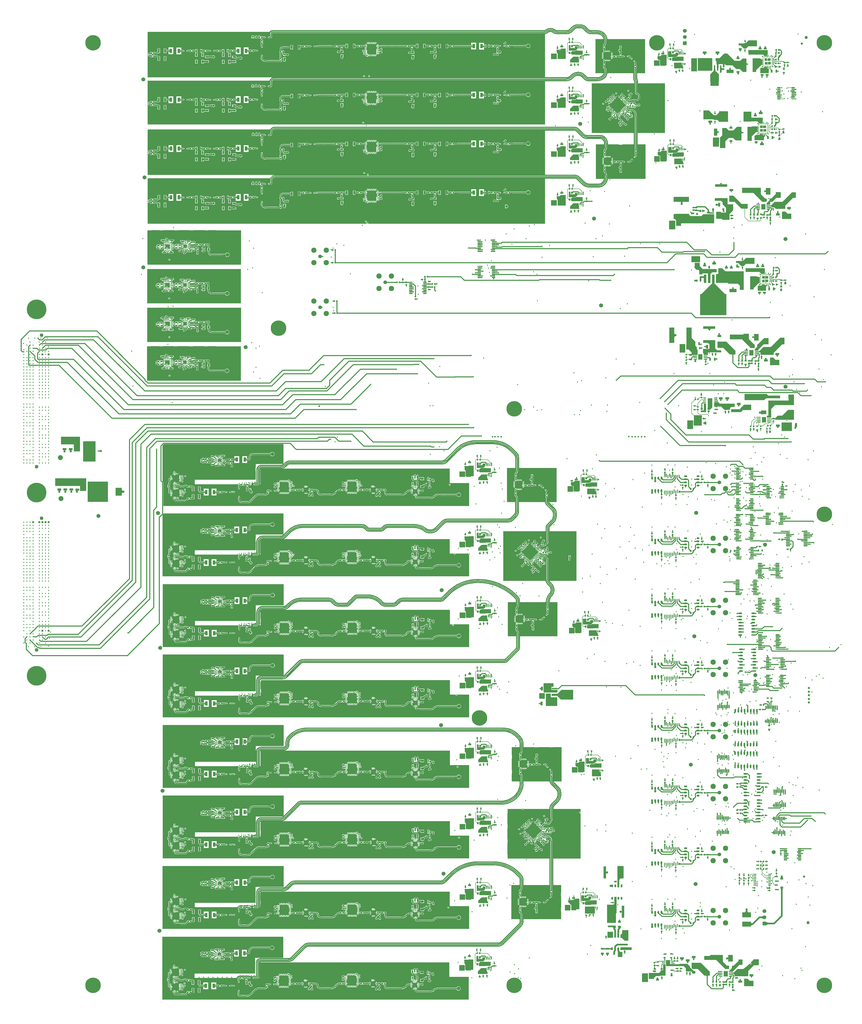
<source format=gtl>
G04*
G04 #@! TF.GenerationSoftware,Altium Limited,Altium Designer,22.9.1 (49)*
G04*
G04 Layer_Physical_Order=1*
G04 Layer_Color=16776960*
%FSLAX24Y24*%
%MOIN*%
G70*
G04*
G04 #@! TF.SameCoordinates,1003F32D-41C8-4A49-8BB1-F60438683A21*
G04*
G04*
G04 #@! TF.FilePolarity,Positive*
G04*
G01*
G75*
%ADD10C,0.0060*%
%ADD11C,0.0100*%
%ADD16C,0.0080*%
%ADD23R,0.0560X0.2160*%
%ADD24R,0.0098X0.0236*%
%ADD25O,0.0098X0.0236*%
%ADD26O,0.0236X0.0098*%
%ADD27O,0.0591X0.0177*%
%ADD28R,0.0591X0.0177*%
%ADD29R,0.4213X0.3386*%
%ADD30R,0.0394X0.1339*%
%ADD31O,0.0689X0.0177*%
%ADD32R,0.0689X0.0177*%
%ADD33R,0.0280X0.0590*%
%ADD34R,0.0360X0.1000*%
%ADD35R,0.0750X0.1250*%
%ADD36R,0.0236X0.0433*%
%ADD37R,0.0157X0.0354*%
%ADD38R,0.0220X0.0430*%
%ADD39R,0.0236X0.0472*%
%ADD40R,0.1378X0.0866*%
%ADD41R,0.0236X0.0866*%
%ADD42R,0.1120X0.0650*%
%ADD43O,0.0165X0.0350*%
%ADD44R,0.0165X0.0350*%
%ADD45O,0.0610X0.0236*%
%ADD46R,0.0610X0.0236*%
%ADD47R,0.0189X0.0157*%
%ADD48R,0.0327X0.0248*%
%ADD49R,0.0480X0.0358*%
%ADD50C,0.0590*%
%ADD51R,0.1299X0.1598*%
%ADD52R,0.0787X0.2480*%
%ADD53R,0.0394X0.1969*%
%ADD54R,0.0394X0.1260*%
%ADD55R,0.0551X0.1142*%
%ADD56R,0.0250X0.0350*%
%ADD57R,0.0410X0.0710*%
%ADD58R,0.0630X0.0350*%
%ADD59R,0.0510X0.0280*%
%ADD60R,0.0260X0.0120*%
G04:AMPARAMS|DCode=61|XSize=24.5mil|YSize=24.5mil|CornerRadius=6.1mil|HoleSize=0mil|Usage=FLASHONLY|Rotation=180.000|XOffset=0mil|YOffset=0mil|HoleType=Round|Shape=RoundedRectangle|*
%AMROUNDEDRECTD61*
21,1,0.0245,0.0123,0,0,180.0*
21,1,0.0123,0.0245,0,0,180.0*
1,1,0.0123,-0.0061,0.0061*
1,1,0.0123,0.0061,0.0061*
1,1,0.0123,0.0061,-0.0061*
1,1,0.0123,-0.0061,-0.0061*
%
%ADD61ROUNDEDRECTD61*%
%ADD62R,0.1400X0.0800*%
%ADD63R,0.0354X0.0276*%
G04:AMPARAMS|DCode=64|XSize=9.8mil|YSize=23.6mil|CornerRadius=0mil|HoleSize=0mil|Usage=FLASHONLY|Rotation=135.000|XOffset=0mil|YOffset=0mil|HoleType=Round|Shape=Round|*
%AMOVALD64*
21,1,0.0138,0.0098,0.0000,0.0000,225.0*
1,1,0.0098,0.0049,0.0049*
1,1,0.0098,-0.0049,-0.0049*
%
%ADD64OVALD64*%

G04:AMPARAMS|DCode=65|XSize=9.8mil|YSize=23.6mil|CornerRadius=0mil|HoleSize=0mil|Usage=FLASHONLY|Rotation=135.000|XOffset=0mil|YOffset=0mil|HoleType=Round|Shape=Rectangle|*
%AMROTATEDRECTD65*
4,1,4,0.0118,0.0049,-0.0049,-0.0118,-0.0118,-0.0049,0.0049,0.0118,0.0118,0.0049,0.0*
%
%ADD65ROTATEDRECTD65*%

G04:AMPARAMS|DCode=66|XSize=9.8mil|YSize=23.6mil|CornerRadius=0mil|HoleSize=0mil|Usage=FLASHONLY|Rotation=45.000|XOffset=0mil|YOffset=0mil|HoleType=Round|Shape=Rectangle|*
%AMROTATEDRECTD66*
4,1,4,0.0049,-0.0118,-0.0118,0.0049,-0.0049,0.0118,0.0118,-0.0049,0.0049,-0.0118,0.0*
%
%ADD66ROTATEDRECTD66*%

%ADD67O,0.0500X0.0120*%
%ADD68R,0.0500X0.0120*%
%ADD69R,0.0787X0.0787*%
%ADD70R,0.1063X0.1063*%
%ADD71R,0.0335X0.0110*%
%ADD72R,0.0110X0.0335*%
%ADD73O,0.0110X0.0335*%
%ADD74R,0.0098X0.0098*%
%ADD75R,0.0236X0.0098*%
%ADD76O,0.0197X0.0098*%
%ADD77R,0.0197X0.0098*%
G04:AMPARAMS|DCode=78|XSize=31.5mil|YSize=11.8mil|CornerRadius=0mil|HoleSize=0mil|Usage=FLASHONLY|Rotation=135.000|XOffset=0mil|YOffset=0mil|HoleType=Round|Shape=Rectangle|*
%AMROTATEDRECTD78*
4,1,4,0.0153,-0.0070,0.0070,-0.0153,-0.0153,0.0070,-0.0070,0.0153,0.0153,-0.0070,0.0*
%
%ADD78ROTATEDRECTD78*%

G04:AMPARAMS|DCode=79|XSize=31.5mil|YSize=11.8mil|CornerRadius=0mil|HoleSize=0mil|Usage=FLASHONLY|Rotation=135.000|XOffset=0mil|YOffset=0mil|HoleType=Round|Shape=Round|*
%AMOVALD79*
21,1,0.0197,0.0118,0.0000,0.0000,135.0*
1,1,0.0118,0.0070,-0.0070*
1,1,0.0118,-0.0070,0.0070*
%
%ADD79OVALD79*%

G04:AMPARAMS|DCode=80|XSize=25.6mil|YSize=49.2mil|CornerRadius=0mil|HoleSize=0mil|Usage=FLASHONLY|Rotation=135.000|XOffset=0mil|YOffset=0mil|HoleType=Round|Shape=Rectangle|*
%AMROTATEDRECTD80*
4,1,4,0.0264,0.0084,-0.0084,-0.0264,-0.0264,-0.0084,0.0084,0.0264,0.0264,0.0084,0.0*
%
%ADD80ROTATEDRECTD80*%

%ADD81R,0.0650X0.1120*%
%ADD82R,0.0350X0.0165*%
%ADD83R,0.0126X0.0118*%
%ADD84R,0.0118X0.0126*%
%ADD85R,0.0980X0.0980*%
%ADD86R,0.0315X0.0551*%
%ADD87O,0.0315X0.0118*%
%ADD88R,0.0315X0.0118*%
%ADD89R,0.0300X0.0500*%
%ADD90R,0.0138X0.0394*%
%ADD91R,0.0492X0.0492*%
%ADD92R,0.0201X0.0098*%
%ADD93R,0.0098X0.0201*%
%ADD94R,0.1000X0.1260*%
%ADD95R,0.0276X0.0098*%
%ADD96R,0.0650X0.0937*%
%ADD97R,0.0300X0.0650*%
%ADD98O,0.0450X0.0300*%
%ADD99R,0.0450X0.0300*%
%ADD100R,0.0701X0.0906*%
%ADD101R,0.0630X0.0157*%
%ADD102O,0.0630X0.0157*%
%ADD103R,0.0866X0.0630*%
%ADD104R,0.0760X0.1100*%
%ADD105R,0.0335X0.0110*%
%ADD106R,0.0148X0.0148*%
%ADD107R,0.0443X0.0443*%
%ADD108O,0.0098X0.0276*%
%ADD109R,0.0098X0.0276*%
%ADD110R,0.0276X0.0098*%
%ADD111R,0.1020X0.1020*%
%ADD112O,0.0276X0.0098*%
%ADD113R,0.0157X0.0394*%
%ADD114O,0.0157X0.0394*%
%ADD115R,0.0600X0.1800*%
%ADD116R,0.1800X0.0600*%
%ADD117R,0.0600X0.0600*%
%ADD118R,0.0630X0.0197*%
G04:AMPARAMS|DCode=119|XSize=24.5mil|YSize=24.5mil|CornerRadius=6.1mil|HoleSize=0mil|Usage=FLASHONLY|Rotation=270.000|XOffset=0mil|YOffset=0mil|HoleType=Round|Shape=RoundedRectangle|*
%AMROUNDEDRECTD119*
21,1,0.0245,0.0123,0,0,270.0*
21,1,0.0123,0.0245,0,0,270.0*
1,1,0.0123,-0.0061,-0.0061*
1,1,0.0123,-0.0061,0.0061*
1,1,0.0123,0.0061,0.0061*
1,1,0.0123,0.0061,-0.0061*
%
%ADD119ROUNDEDRECTD119*%
%ADD120R,0.0350X0.0240*%
%ADD121R,0.0240X0.0350*%
%ADD122R,0.0350X0.0630*%
G04:AMPARAMS|DCode=123|XSize=24.5mil|YSize=24.5mil|CornerRadius=6.1mil|HoleSize=0mil|Usage=FLASHONLY|Rotation=45.000|XOffset=0mil|YOffset=0mil|HoleType=Round|Shape=RoundedRectangle|*
%AMROUNDEDRECTD123*
21,1,0.0245,0.0123,0,0,45.0*
21,1,0.0123,0.0245,0,0,45.0*
1,1,0.0123,0.0087,0.0000*
1,1,0.0123,0.0000,-0.0087*
1,1,0.0123,-0.0087,0.0000*
1,1,0.0123,0.0000,0.0087*
%
%ADD123ROUNDEDRECTD123*%
G04:AMPARAMS|DCode=124|XSize=24.5mil|YSize=24.5mil|CornerRadius=6.1mil|HoleSize=0mil|Usage=FLASHONLY|Rotation=135.000|XOffset=0mil|YOffset=0mil|HoleType=Round|Shape=RoundedRectangle|*
%AMROUNDEDRECTD124*
21,1,0.0245,0.0123,0,0,135.0*
21,1,0.0123,0.0245,0,0,135.0*
1,1,0.0123,0.0000,0.0087*
1,1,0.0123,0.0087,0.0000*
1,1,0.0123,0.0000,-0.0087*
1,1,0.0123,-0.0087,0.0000*
%
%ADD124ROUNDEDRECTD124*%
%ADD125R,0.0280X0.0510*%
%ADD126R,0.0350X0.0250*%
%ADD127R,0.1142X0.0551*%
%ADD128R,0.2480X0.0787*%
%ADD129R,0.1969X0.0394*%
%ADD130R,0.1100X0.0760*%
%ADD131R,0.0787X0.0787*%
%ADD132R,0.1260X0.0394*%
%ADD133R,0.0630X0.0866*%
%ADD134R,0.0472X0.0236*%
%ADD135R,0.0256X0.0492*%
%ADD136O,0.0300X0.0450*%
%ADD137R,0.0300X0.0450*%
%ADD138R,0.0866X0.1378*%
%ADD139R,0.0866X0.0236*%
%ADD140O,0.0236X0.0610*%
%ADD141R,0.0236X0.0610*%
%ADD142R,0.0177X0.0591*%
%ADD143O,0.0177X0.0591*%
G04:AMPARAMS|DCode=144|XSize=25.6mil|YSize=49.2mil|CornerRadius=0mil|HoleSize=0mil|Usage=FLASHONLY|Rotation=225.000|XOffset=0mil|YOffset=0mil|HoleType=Round|Shape=Rectangle|*
%AMROTATEDRECTD144*
4,1,4,-0.0084,0.0264,0.0264,-0.0084,0.0084,-0.0264,-0.0264,0.0084,-0.0084,0.0264,0.0*
%
%ADD144ROTATEDRECTD144*%

G04:AMPARAMS|DCode=145|XSize=31.5mil|YSize=11.8mil|CornerRadius=0mil|HoleSize=0mil|Usage=FLASHONLY|Rotation=225.000|XOffset=0mil|YOffset=0mil|HoleType=Round|Shape=Round|*
%AMOVALD145*
21,1,0.0197,0.0118,0.0000,0.0000,225.0*
1,1,0.0118,0.0070,0.0070*
1,1,0.0118,-0.0070,-0.0070*
%
%ADD145OVALD145*%

G04:AMPARAMS|DCode=146|XSize=31.5mil|YSize=11.8mil|CornerRadius=0mil|HoleSize=0mil|Usage=FLASHONLY|Rotation=225.000|XOffset=0mil|YOffset=0mil|HoleType=Round|Shape=Rectangle|*
%AMROTATEDRECTD146*
4,1,4,0.0070,0.0153,0.0153,0.0070,-0.0070,-0.0153,-0.0153,-0.0070,0.0070,0.0153,0.0*
%
%ADD146ROTATEDRECTD146*%

%ADD147R,0.0350X0.0165*%
%ADD148O,0.0350X0.0165*%
%ADD149R,0.0650X0.1120*%
%ADD202R,0.0669X0.0669*%
%ADD230C,0.0200*%
%ADD231C,0.0160*%
%ADD233C,0.0850*%
%ADD234R,0.0240X0.0500*%
%ADD235R,0.0320X0.0280*%
%ADD240C,0.3150*%
%ADD243C,0.0300*%
%ADD245C,0.0160*%
%ADD246C,0.0050*%
%ADD247C,0.0050*%
%ADD248C,0.0080*%
%ADD249C,0.0140*%
%ADD250C,0.0100*%
%ADD251P,0.2506X4X90.0*%
%ADD252C,0.0150*%
%ADD253C,0.0250*%
%ADD254C,0.0155*%
%ADD255C,0.0090*%
%ADD256C,0.0070*%
%ADD257C,0.0650*%
%ADD258C,0.0600*%
%ADD259R,0.0620X0.0620*%
%ADD260C,0.0620*%
%ADD261C,0.0571*%
%ADD262C,0.0800*%
%ADD263C,0.2500*%
%ADD264C,0.0220*%
%ADD265C,0.0180*%
%ADD266C,0.0350*%
%ADD267C,0.0250*%
%ADD268C,0.0500*%
G36*
X82700Y158958D02*
X82709Y158959D01*
X82878Y158946D01*
X82896Y158941D01*
X82915Y158940D01*
X83080Y158900D01*
X83097Y158892D01*
X83116Y158889D01*
X83273Y158824D01*
X83288Y158813D01*
X83306Y158807D01*
X83451Y158718D01*
X83464Y158705D01*
X83481Y158696D01*
X83610Y158586D01*
X83616Y158579D01*
X83624Y158573D01*
X83629Y158566D01*
X83982Y158212D01*
X84087Y158126D01*
X84205Y158063D01*
X84333Y158025D01*
X84467Y158011D01*
X85406D01*
X85413Y158013D01*
X85413Y158013D01*
X85423Y158012D01*
X85431Y158014D01*
X85441Y158012D01*
X85451Y158013D01*
X85669Y157996D01*
X85687Y157991D01*
X85706Y157990D01*
X85919Y157939D01*
X85936Y157931D01*
X85954Y157928D01*
X86156Y157844D01*
X86172Y157833D01*
X86190Y157827D01*
X86376Y157712D01*
X86390Y157700D01*
X86406Y157691D01*
X86573Y157548D01*
X86579Y157541D01*
X86587Y157536D01*
X86592Y157528D01*
X86600Y157522D01*
X86600Y157521D01*
X86600Y157520D01*
X86738Y157360D01*
X86747Y157343D01*
X86760Y157330D01*
X86872Y157146D01*
X86879Y157128D01*
X86889Y157113D01*
X86971Y156914D01*
X86975Y156895D01*
X86983Y156878D01*
X87033Y156669D01*
X87034Y156650D01*
X87039Y156632D01*
X87042Y156589D01*
X93122D01*
Y155339D01*
Y152339D01*
Y151089D01*
X91854D01*
Y150200D01*
X91879Y150168D01*
X91892Y150140D01*
X91910Y150115D01*
X91941Y150039D01*
X91947Y150009D01*
X91957Y149980D01*
X91967Y149899D01*
X91966Y149884D01*
X91969Y149868D01*
X91968Y149863D01*
Y149450D01*
X96310D01*
Y141457D01*
X91924D01*
Y139607D01*
X93182D01*
Y138357D01*
Y135357D01*
Y134107D01*
Y134052D01*
X87516D01*
X87509Y134059D01*
X87458Y134080D01*
X87402D01*
X87351Y134059D01*
X87344Y134052D01*
X87119D01*
X87117Y134017D01*
X87112Y133999D01*
X87111Y133981D01*
X87061Y133772D01*
X87053Y133756D01*
X87049Y133737D01*
X86967Y133539D01*
X86957Y133524D01*
X86951Y133506D01*
X86839Y133324D01*
X86826Y133310D01*
X86817Y133294D01*
X86678Y133131D01*
X86663Y133119D01*
X86652Y133105D01*
X86489Y132966D01*
X86473Y132957D01*
X86459Y132944D01*
X86276Y132832D01*
X86259Y132826D01*
X86243Y132815D01*
X86045Y132733D01*
X86027Y132730D01*
X86010Y132722D01*
X85802Y132672D01*
X85783Y132671D01*
X85765Y132666D01*
X85625Y132655D01*
X85624Y132655D01*
X85618Y132653D01*
X85604Y132653D01*
X85597Y132653D01*
X85596Y132653D01*
X85585Y132650D01*
X85582Y132651D01*
X85572Y132649D01*
X85557Y132652D01*
X84194D01*
X84186Y132649D01*
X84184Y132649D01*
X84176Y132650D01*
X84168Y132649D01*
X84158Y132650D01*
X84147Y132649D01*
X83904Y132668D01*
X83886Y132673D01*
X83867Y132674D01*
X83629Y132731D01*
X83612Y132739D01*
X83594Y132743D01*
X83368Y132836D01*
X83353Y132847D01*
X83335Y132853D01*
X83127Y132981D01*
X83113Y132993D01*
X83097Y133002D01*
X82911Y133161D01*
X82904Y133170D01*
X82895Y133176D01*
X82891Y133182D01*
X82885Y133187D01*
X82883Y133189D01*
X82879Y133197D01*
X82185Y133891D01*
X82185Y133891D01*
X82080Y133977D01*
X81962Y134040D01*
X81834Y134079D01*
X81700Y134092D01*
X76994D01*
Y126803D01*
X75290D01*
X75240Y126813D01*
X75190Y126803D01*
X48485D01*
X48458Y126853D01*
X48467Y126865D01*
X48478Y126920D01*
X48467Y126975D01*
X48436Y127021D01*
X48390Y127052D01*
X48335Y127063D01*
X48280Y127052D01*
X48234Y127021D01*
X48203Y126975D01*
X48192Y126920D01*
X48203Y126865D01*
X48211Y126853D01*
X48185Y126803D01*
X12909D01*
Y126843D01*
Y134143D01*
X32682D01*
X32701Y134177D01*
X32715Y134195D01*
X32726Y134216D01*
X32846Y134362D01*
X32864Y134377D01*
X32879Y134395D01*
X33025Y134515D01*
X33046Y134526D01*
X33064Y134541D01*
X33231Y134630D01*
X33253Y134637D01*
X33274Y134648D01*
X33357Y134673D01*
X12909D01*
Y134713D01*
Y142013D01*
X32653D01*
X32673Y142050D01*
X32688Y142068D01*
X32699Y142089D01*
X32798Y142210D01*
X32807Y142217D01*
X32814Y142227D01*
X32824Y142234D01*
X32859Y142269D01*
X32864Y142276D01*
X32877Y142285D01*
X32887Y142297D01*
X32968Y142359D01*
X32996Y142372D01*
X33021Y142390D01*
X33116Y142429D01*
X33146Y142435D01*
X33175Y142445D01*
X33276Y142458D01*
X33292Y142457D01*
X33307Y142460D01*
X33316Y142458D01*
X81577D01*
X81586Y142460D01*
X81595Y142458D01*
X81604Y142459D01*
X81774Y142446D01*
X81792Y142441D01*
X81810Y142440D01*
X81976Y142400D01*
X81993Y142393D01*
X82011Y142389D01*
X82168Y142324D01*
X82184Y142313D01*
X82201Y142307D01*
X82346Y142218D01*
X82360Y142205D01*
X82376Y142196D01*
X82505Y142086D01*
X82511Y142079D01*
X82519Y142073D01*
X82524Y142066D01*
X83269Y141321D01*
X83373Y141236D01*
X83491Y141173D01*
X83619Y141134D01*
X83753Y141121D01*
X85894D01*
X85908Y141123D01*
X85919Y141121D01*
X85931Y141122D01*
X86100Y141105D01*
X86122Y141099D01*
X86146Y141096D01*
X86308Y141047D01*
X86329Y141036D01*
X86351Y141029D01*
X86501Y140949D01*
X86519Y140934D01*
X86540Y140923D01*
X86671Y140815D01*
X86679Y140806D01*
X86689Y140800D01*
X86696Y140789D01*
X86736Y140748D01*
X86744Y140743D01*
X86749Y140735D01*
X86757Y140729D01*
X86867Y140600D01*
X86876Y140584D01*
X86889Y140570D01*
X86978Y140425D01*
X86984Y140408D01*
X86994Y140392D01*
X87060Y140235D01*
X87063Y140217D01*
X87071Y140200D01*
X87111Y140034D01*
X87111Y140016D01*
X87117Y139998D01*
X87130Y139828D01*
X87129Y139819D01*
X87131Y139810D01*
X87129Y139801D01*
Y139552D01*
X91287D01*
Y141457D01*
X84522D01*
Y149450D01*
X91332D01*
Y149833D01*
X91326Y149839D01*
X91273Y149918D01*
X91260Y149951D01*
X91238Y150004D01*
X91219Y150098D01*
Y150121D01*
X91215Y150144D01*
X91218Y150160D01*
Y151089D01*
X87043D01*
X87032Y150985D01*
X87026Y150962D01*
X87023Y150939D01*
X86970Y150764D01*
X86959Y150744D01*
X86953Y150721D01*
X86866Y150560D01*
X86852Y150542D01*
X86841Y150522D01*
X86725Y150380D01*
X86715Y150373D01*
X86709Y150363D01*
X86700Y150357D01*
X86697Y150353D01*
X86531Y150207D01*
X86518Y150200D01*
X86506Y150189D01*
X86323Y150066D01*
X86308Y150060D01*
X86296Y150050D01*
X86098Y149953D01*
X86083Y149949D01*
X86069Y149941D01*
X85860Y149870D01*
X85845Y149868D01*
X85830Y149862D01*
X85614Y149819D01*
X85598D01*
X85583Y149815D01*
X85363Y149800D01*
X85355Y149801D01*
X85347Y149800D01*
X85337Y149802D01*
X83948D01*
X83940Y149800D01*
X83928Y149803D01*
X83917Y149802D01*
X83792Y149814D01*
X83770Y149821D01*
X83747Y149823D01*
X83627Y149859D01*
X83607Y149870D01*
X83584Y149877D01*
X83474Y149936D01*
X83456Y149951D01*
X83435Y149962D01*
X83339Y150041D01*
X83331Y150050D01*
X83321Y150057D01*
X83317Y150063D01*
X82982Y150398D01*
X82869Y150495D01*
X82749Y150568D01*
X82619Y150622D01*
X82483Y150655D01*
X82337Y150666D01*
X82163Y150652D01*
X81988Y150611D01*
X81823Y150542D01*
X81670Y150448D01*
X81533Y150331D01*
X81457Y150242D01*
X81444Y150232D01*
X81438Y150223D01*
X81438Y150223D01*
X81438Y150223D01*
X81430Y150218D01*
X81424Y150211D01*
X81280Y150087D01*
X81264Y150078D01*
X81250Y150066D01*
X81088Y149966D01*
X81071Y149960D01*
X81055Y149950D01*
X80880Y149877D01*
X80862Y149873D01*
X80845Y149865D01*
X80660Y149821D01*
X80641Y149820D01*
X80623Y149815D01*
X80434Y149800D01*
X80424Y149802D01*
X80415Y149800D01*
X80406Y149802D01*
X80397Y149800D01*
X80396Y149801D01*
X80391Y149802D01*
X76989D01*
X76989Y142810D01*
X12904Y142810D01*
X12904Y149885D01*
X32544D01*
X32547Y149901D01*
X32602Y150033D01*
X32619Y150059D01*
X32632Y150087D01*
X32719Y150199D01*
X32731Y150210D01*
X32739Y150222D01*
X32753Y150232D01*
X32764Y150244D01*
X32868Y150324D01*
X32896Y150338D01*
X32922Y150355D01*
X33044Y150406D01*
X33074Y150412D01*
X33100Y150420D01*
X12905D01*
Y150460D01*
Y157760D01*
X32576D01*
X32583Y157771D01*
X32597Y157798D01*
X32653Y157872D01*
X32664Y157881D01*
X32673Y157895D01*
X32693Y157908D01*
X32709Y157924D01*
X32763Y157960D01*
X32763Y157960D01*
X32848Y157996D01*
X32912Y158008D01*
X32935D01*
X32958Y158013D01*
X32966Y158011D01*
X33060D01*
X71157Y158011D01*
X76767D01*
X76771Y158013D01*
X76857Y158021D01*
X76953Y158050D01*
X77042Y158097D01*
X77079Y158128D01*
X77079Y158128D01*
X77079Y158128D01*
X77104Y158141D01*
X77127Y158157D01*
X77128Y158157D01*
X77138Y158164D01*
X77140Y158165D01*
X77212Y158209D01*
X77229Y158215D01*
X77245Y158226D01*
X77421Y158299D01*
X77439Y158302D01*
X77456Y158310D01*
X77641Y158355D01*
X77660Y158355D01*
X77678Y158360D01*
X77867Y158375D01*
X77886Y158373D01*
X77904Y158375D01*
X78094Y158360D01*
X78112Y158355D01*
X78131Y158355D01*
X78217Y158334D01*
X78218D01*
X78254Y158326D01*
X78254D01*
X78339Y158291D01*
X78397Y158252D01*
X78419Y158241D01*
X78421Y158239D01*
X78423Y158238D01*
X78463Y158203D01*
X78596Y158122D01*
X78740Y158062D01*
X78772Y158054D01*
X78772Y158054D01*
X78900Y158024D01*
X79037Y158013D01*
X79043Y158011D01*
X80439D01*
X80574Y158025D01*
X80702Y158063D01*
X80820Y158126D01*
X80924Y158212D01*
X81278Y158566D01*
X81283Y158573D01*
X81291Y158579D01*
X81296Y158586D01*
X81426Y158696D01*
X81442Y158705D01*
X81456Y158718D01*
X81601Y158807D01*
X81618Y158813D01*
X81634Y158824D01*
X81791Y158889D01*
X81809Y158892D01*
X81826Y158900D01*
X81991Y158940D01*
X82010Y158941D01*
X82028Y158946D01*
X82197Y158959D01*
X82207Y158958D01*
X82216Y158960D01*
X82225Y158958D01*
X82681D01*
X82690Y158960D01*
X82700Y158958D01*
D02*
G37*
G36*
X109296Y156342D02*
X109137Y156331D01*
X109176Y156390D01*
X109256D01*
X109296Y156342D01*
D02*
G37*
G36*
X109256Y156255D02*
X109176D01*
X109153Y156326D01*
X109279D01*
X109256Y156255D01*
D02*
G37*
G36*
X112652Y155177D02*
X112574D01*
X112572Y155154D01*
X112412D01*
X112409Y155177D01*
X112332D01*
X112412Y155325D01*
X112572D01*
X112652Y155177D01*
D02*
G37*
G36*
X111802Y155187D02*
X111725D01*
X111722Y155154D01*
X111562D01*
X111559Y155187D01*
X111482D01*
X111562Y155325D01*
X111722D01*
X111802Y155187D01*
D02*
G37*
G36*
X111160Y156380D02*
Y155460D01*
X111122Y155430D01*
X109710D01*
Y155370D01*
X109393Y155053D01*
X109040D01*
Y155060D01*
X108510Y155590D01*
X108180D01*
Y155880D01*
X109099D01*
X109189Y155970D01*
X109390D01*
Y155980D01*
X109800Y156390D01*
X111140D01*
X111160Y156380D01*
D02*
G37*
G36*
X108527Y154842D02*
X108602D01*
X108522Y154730D01*
X108362D01*
X108282Y154842D01*
X108356D01*
X108362Y154901D01*
X108522D01*
X108527Y154842D01*
D02*
G37*
G36*
X114910Y154925D02*
Y154765D01*
X114723Y154727D01*
Y154963D01*
X114910Y154925D01*
D02*
G37*
G36*
X114334Y154731D02*
X114285Y154622D01*
X114185D01*
X114140Y154740D01*
X114334Y154731D01*
D02*
G37*
G36*
X109272Y154648D02*
X109279Y154624D01*
X109261D01*
X109256Y154615D01*
X109176D01*
X109172Y154624D01*
X109153D01*
X109161Y154648D01*
X109137Y154699D01*
X109296Y154701D01*
X109272Y154648D01*
D02*
G37*
G36*
X114329Y154449D02*
X114135Y154458D01*
X114185Y154567D01*
X114285D01*
X114329Y154449D01*
D02*
G37*
G36*
X114767Y154410D02*
X114770Y154411D01*
X114770Y154409D01*
X114821Y154385D01*
Y154305D01*
X114788Y154289D01*
X114789Y154286D01*
X114784Y154288D01*
X114736Y154265D01*
Y154300D01*
X114717Y154305D01*
X114703Y154385D01*
X114736Y154398D01*
Y154424D01*
X114767Y154410D01*
D02*
G37*
G36*
X102786Y154242D02*
X102860D01*
X102780Y154140D01*
X102620D01*
X102540Y154242D01*
X102614D01*
X102620Y154311D01*
X102780D01*
X102786Y154242D01*
D02*
G37*
G36*
X114305Y154227D02*
X114256Y154122D01*
X114156Y154124D01*
X114120Y154240D01*
X114305Y154227D01*
D02*
G37*
G36*
X114305Y153999D02*
X114106D01*
X114156Y154099D01*
X114256D01*
X114305Y153999D01*
D02*
G37*
G36*
X112837Y154820D02*
X112872Y154785D01*
X112872Y154103D01*
X112614Y153845D01*
X112355D01*
X112318Y153885D01*
X112318Y153906D01*
X112145Y154080D01*
X109762D01*
X109759Y154785D01*
X109795Y154820D01*
X112837Y154820D01*
D02*
G37*
G36*
X112121Y153794D02*
X112194Y153757D01*
X112081Y153644D01*
X112043Y153721D01*
X112016Y153735D01*
X112029Y153748D01*
X112024Y153757D01*
X112081Y153814D01*
X112093Y153808D01*
X112107Y153821D01*
X112121Y153794D01*
D02*
G37*
G36*
X115009Y153999D02*
X114895Y153772D01*
X114669Y153999D01*
X114895Y154112D01*
X115009Y153999D01*
D02*
G37*
G36*
X97349Y154152D02*
X98012D01*
Y154402D01*
X98462D01*
Y154002D01*
X98412D01*
X98206Y153796D01*
X98140D01*
Y153729D01*
X98112Y153702D01*
X98028D01*
X98013Y153705D01*
X97997Y153702D01*
X96814D01*
Y154627D01*
X97349D01*
Y154152D01*
D02*
G37*
G36*
X113708Y153735D02*
X113643Y153698D01*
X113578Y153746D01*
X113608Y153812D01*
X113708Y153735D01*
D02*
G37*
G36*
X114068Y153651D02*
X113992Y153673D01*
Y153773D01*
X114069Y153823D01*
X114068Y153651D01*
D02*
G37*
G36*
X98459Y153067D02*
X97559D01*
X97459Y153167D01*
Y153517D01*
X97590Y153647D01*
X97997D01*
X98002Y153650D01*
X98007Y153648D01*
X98013Y153650D01*
X98018Y153648D01*
X98023Y153650D01*
X98028Y153647D01*
X98112D01*
X98150Y153663D01*
X98150Y153663D01*
X98178Y153691D01*
X98194Y153729D01*
X98235Y153754D01*
X98245Y153757D01*
X98245Y153757D01*
X98254Y153767D01*
X98459D01*
Y153067D01*
D02*
G37*
G36*
X108235Y153627D02*
X108159D01*
X108155Y153591D01*
X107995D01*
X107992Y153627D01*
X107915D01*
X107995Y153762D01*
X108155D01*
X108235Y153627D01*
D02*
G37*
G36*
X114840Y153652D02*
X114655Y153579D01*
X114542Y153693D01*
X114659Y153922D01*
X114840Y153652D01*
D02*
G37*
G36*
X114716Y153359D02*
X114481D01*
X114518Y153553D01*
X114678D01*
X114716Y153359D01*
D02*
G37*
G36*
X114101Y153171D02*
X113982Y153221D01*
Y153321D01*
X114096Y153370D01*
X114101Y153171D01*
D02*
G37*
G36*
X115581Y152923D02*
X115440Y152783D01*
X115368Y152924D01*
X115439Y152995D01*
X115581Y152923D01*
D02*
G37*
G36*
X115784Y152866D02*
X115784Y152766D01*
X115678Y152716D01*
X115666Y152906D01*
X115784Y152866D01*
D02*
G37*
G36*
X115948Y152716D02*
X115848Y152766D01*
Y152866D01*
X115948Y152916D01*
Y152716D01*
D02*
G37*
G36*
X114073Y152640D02*
X113972Y152690D01*
X114007Y152790D01*
X114110Y152793D01*
X114073Y152640D01*
D02*
G37*
G36*
X114780Y152720D02*
X114834Y152738D01*
Y152612D01*
X114780Y152629D01*
X114706Y152595D01*
Y152754D01*
X114780Y152720D01*
D02*
G37*
G36*
X96562Y152367D02*
X95512D01*
Y153155D01*
X95496Y153193D01*
X95458Y153209D01*
X95262D01*
Y153266D01*
X95106Y153422D01*
Y153857D01*
X95582D01*
X95770Y154046D01*
X96562D01*
Y152367D01*
D02*
G37*
G36*
X116172Y152418D02*
X116185D01*
X116179Y152402D01*
X116202Y152357D01*
X116165D01*
X116162Y152348D01*
X116082D01*
X116079Y152357D01*
X116042D01*
X116064Y152402D01*
X116059Y152418D01*
X116072D01*
X116082Y152439D01*
X116162D01*
X116172Y152418D01*
D02*
G37*
G36*
X95458Y152272D02*
X94550D01*
Y153155D01*
X95458D01*
Y152272D01*
D02*
G37*
G36*
X115612Y152185D02*
X115512D01*
X115462Y152301D01*
X115661D01*
X115612Y152185D01*
D02*
G37*
G36*
X114129Y152307D02*
X113989Y152167D01*
X113917Y152309D01*
X113988Y152379D01*
X114129Y152307D01*
D02*
G37*
G36*
X113687Y152223D02*
X113711Y152209D01*
X113699Y152200D01*
X113703Y152192D01*
X113646Y152136D01*
X113624Y152147D01*
X113608Y152136D01*
X113598Y152160D01*
X113533Y152193D01*
X113645Y152305D01*
X113687Y152223D01*
D02*
G37*
G36*
X112184Y152182D02*
X112117Y152149D01*
X112107Y152127D01*
X112095Y152137D01*
X112071Y152126D01*
X112014Y152182D01*
X112023Y152200D01*
X112012Y152210D01*
X112034Y152222D01*
X112071Y152295D01*
X112184Y152182D01*
D02*
G37*
G36*
X114312Y152176D02*
X114345Y152183D01*
Y152057D01*
X114312Y152063D01*
X114224Y152020D01*
Y152220D01*
X114312Y152176D01*
D02*
G37*
G36*
X114895Y152175D02*
Y152095D01*
X114814Y152055D01*
Y152085D01*
X114779Y152095D01*
X114772Y152175D01*
X114814Y152190D01*
Y152215D01*
X114895Y152175D01*
D02*
G37*
G36*
X99006Y152723D02*
X98999Y152684D01*
Y152500D01*
X99009Y152448D01*
X99038Y152404D01*
X99082Y152375D01*
X99134Y152364D01*
X99167Y152371D01*
X99217Y152340D01*
Y151878D01*
X97799D01*
X97764Y151913D01*
X97764Y152773D01*
X98978Y152773D01*
X99006Y152723D01*
D02*
G37*
G36*
X115562Y151877D02*
X115362D01*
X115412Y151979D01*
X115512D01*
X115562Y151877D01*
D02*
G37*
G36*
X106962Y151659D02*
X106642D01*
X106722Y151820D01*
X106882D01*
X106962Y151659D01*
D02*
G37*
G36*
X113519Y151677D02*
X113379Y151537D01*
X113318Y151667D01*
X113389Y151738D01*
X113519Y151677D01*
D02*
G37*
G36*
X103938Y151475D02*
X101600D01*
Y153520D01*
X103938D01*
Y151475D01*
D02*
G37*
G36*
X101466Y152875D02*
Y151992D01*
Y151386D01*
X100557D01*
Y151992D01*
Y152875D01*
Y153490D01*
X101466D01*
Y152875D01*
D02*
G37*
G36*
X114485Y151465D02*
Y151456D01*
X114491Y151465D01*
X114556Y151470D01*
X114503Y151357D01*
X114465Y151375D01*
X114404Y151345D01*
Y151505D01*
X114485Y151465D01*
D02*
G37*
G36*
X107540Y153070D02*
X108440D01*
X108840Y153470D01*
X108842Y153468D01*
X109393D01*
X109430Y153430D01*
Y152707D01*
X109575Y152635D01*
Y152475D01*
X109430Y152403D01*
Y151300D01*
X108844D01*
X108398Y151746D01*
X107804D01*
X107210Y152340D01*
X106170D01*
X106012Y152498D01*
Y152555D01*
X104600D01*
Y152990D01*
X104460Y153130D01*
X104480Y153150D01*
Y153511D01*
X105120D01*
X105849Y154240D01*
X106370D01*
X107540Y153070D01*
D02*
G37*
G36*
X111854Y153326D02*
Y153325D01*
X112004D01*
Y152446D01*
X111976Y152417D01*
X111926Y152416D01*
X111838D01*
X111014Y151592D01*
Y151270D01*
X110430D01*
Y153490D01*
X111690D01*
X111854Y153326D01*
D02*
G37*
G36*
X112613Y152095D02*
X112691D01*
X112833Y151953D01*
X112856Y151919D01*
X112890Y151896D01*
X113059Y151727D01*
Y151431D01*
Y151096D01*
X111690D01*
Y151855D01*
X111790Y151955D01*
X112214D01*
Y151978D01*
X112319Y152083D01*
X112351Y152115D01*
X112613D01*
Y152095D01*
D02*
G37*
G36*
X108193Y151132D02*
X108270D01*
X108190Y150990D01*
X108030D01*
X107950Y151132D01*
X108027D01*
X108030Y151161D01*
X108190D01*
X108193Y151132D01*
D02*
G37*
G36*
X115508Y151052D02*
X115542D01*
X115522Y151013D01*
X115526Y151001D01*
X115516Y151000D01*
X115502Y150971D01*
X115422D01*
X115411Y150993D01*
X115401Y150992D01*
X115404Y151006D01*
X115382Y151052D01*
X115418D01*
X115422Y151064D01*
X115502Y151070D01*
X115508Y151052D01*
D02*
G37*
G36*
X112798Y150692D02*
X112837D01*
X112817Y150651D01*
X112845Y150589D01*
X112670D01*
X112698Y150651D01*
X112677Y150692D01*
X112717D01*
X112717Y150693D01*
X112797D01*
X112798Y150692D01*
D02*
G37*
G36*
X112007Y150672D02*
X112037D01*
X112021Y150640D01*
X112045Y150589D01*
X111870D01*
X111893Y150640D01*
X111877Y150672D01*
X111908D01*
X111917Y150693D01*
X111997D01*
X112007Y150672D01*
D02*
G37*
G36*
X104460Y151461D02*
X105018Y150903D01*
Y149800D01*
X105018Y149800D01*
X103600D01*
X103596Y149804D01*
Y150892D01*
X104179Y151475D01*
Y151727D01*
X104460D01*
Y151461D01*
D02*
G37*
G36*
X79776Y147657D02*
X79730D01*
X79726Y147625D01*
X79626Y147610D01*
X79614Y147657D01*
X79576D01*
X79626Y147727D01*
X79726D01*
X79776Y147657D01*
D02*
G37*
G36*
X82659Y147525D02*
X82668Y147523D01*
X82652Y147460D01*
X82552Y147476D01*
X82549Y147499D01*
X82544D01*
X82546Y147521D01*
X82543Y147540D01*
X82548Y147539D01*
X82552Y147583D01*
X82652D01*
X82659Y147525D01*
D02*
G37*
G36*
X81520Y147671D02*
X81425Y147463D01*
Y147739D01*
X81407Y147784D01*
X81520Y147671D01*
D02*
G37*
G36*
X79088Y147347D02*
X78893Y147355D01*
X78942Y147465D01*
X79042D01*
X79088Y147347D01*
D02*
G37*
G36*
X81064Y147289D02*
X81764D01*
Y147539D01*
X82214D01*
Y147454D01*
X82211Y147440D01*
Y147255D01*
X82214Y147240D01*
Y147139D01*
X82164D01*
X81919Y146894D01*
X81864D01*
Y146840D01*
X81864Y146839D01*
X80814D01*
Y147739D01*
X81064D01*
Y147289D01*
D02*
G37*
G36*
X82212Y146205D02*
X81312D01*
X81212Y146305D01*
Y146655D01*
X81342Y146785D01*
X81864D01*
X81864Y146785D01*
X81903Y146801D01*
X81903Y146801D01*
X81903Y146801D01*
X81903Y146801D01*
X81903Y146802D01*
X81903Y146802D01*
X81905Y146807D01*
X81919Y146840D01*
X81957Y146856D01*
X81957Y146856D01*
Y146856D01*
X82007Y146905D01*
X82212D01*
Y146205D01*
D02*
G37*
G36*
X83963Y146262D02*
Y146102D01*
X83769Y146064D01*
Y146300D01*
X83963Y146262D01*
D02*
G37*
G36*
X83600Y146064D02*
X83403Y146114D01*
X83412Y146274D01*
X83600Y146300D01*
Y146064D01*
D02*
G37*
G36*
X80314Y145505D02*
X79014D01*
Y146404D01*
X78858Y146560D01*
Y146995D01*
X79334D01*
X79522Y147184D01*
X80314D01*
Y145505D01*
D02*
G37*
G36*
X78864Y145491D02*
X77956D01*
Y146374D01*
X78864D01*
Y145491D01*
D02*
G37*
G36*
X83177Y145459D02*
X83051D01*
X83064Y145524D01*
X83164D01*
X83177Y145459D01*
D02*
G37*
G36*
X82414Y145828D02*
Y145293D01*
X82427Y145228D01*
X82445Y145229D01*
X82434Y145191D01*
X82444Y145140D01*
X82420D01*
X82414Y145119D01*
Y144945D01*
X81050D01*
X81014Y144981D01*
X81014Y145355D01*
X81522Y145863D01*
X82379Y145863D01*
X82414Y145828D01*
D02*
G37*
G36*
X111906Y144811D02*
X111747D01*
X111666Y144798D01*
X111664Y144811D01*
X111586D01*
X111666Y144964D01*
X111826D01*
X111906Y144811D01*
D02*
G37*
G36*
X104412Y144764D02*
X104445Y144693D01*
X104286D01*
X104319Y144764D01*
X104303Y144814D01*
X104429D01*
X104412Y144764D01*
D02*
G37*
G36*
X81269Y144591D02*
X81223D01*
X81219Y144569D01*
X81119Y144564D01*
X81113Y144591D01*
X81069D01*
X81119Y144690D01*
X81219D01*
X81269Y144591D01*
D02*
G37*
G36*
X82380Y144555D02*
X82426D01*
X82377Y144445D01*
X82277D01*
X82227Y144555D01*
X82273D01*
X82277Y144574D01*
X82377D01*
X82380Y144555D01*
D02*
G37*
G36*
X81817Y144547D02*
X81857Y144549D01*
X81812Y144445D01*
X81712D01*
X81662Y144541D01*
X81705Y144543D01*
X81712Y144574D01*
X81812D01*
X81817Y144547D01*
D02*
G37*
G36*
X111046Y144391D02*
X110726D01*
X110806Y144553D01*
X110966D01*
X111046Y144391D01*
D02*
G37*
G36*
X114267Y144299D02*
Y144139D01*
X114077Y144101D01*
Y144337D01*
X114267Y144299D01*
D02*
G37*
G36*
X113639Y144016D02*
X113559D01*
X113519Y144101D01*
X113679D01*
X113639Y144016D01*
D02*
G37*
G36*
X113679Y143841D02*
X113519D01*
X113559Y143923D01*
X113639D01*
X113679Y143841D01*
D02*
G37*
G36*
X114332Y143727D02*
X114346Y143732D01*
X114346Y143720D01*
X114369Y143709D01*
Y143629D01*
X114346Y143617D01*
X114346Y143606D01*
X114332Y143610D01*
X114288Y143589D01*
Y143625D01*
X114275Y143629D01*
X114276Y143709D01*
X114288Y143713D01*
Y143749D01*
X114332Y143727D01*
D02*
G37*
G36*
X113621Y143415D02*
X113541D01*
X113501Y143495D01*
X113661D01*
X113621Y143415D01*
D02*
G37*
G36*
X113661Y143283D02*
X113501D01*
X113541Y143363D01*
X113621D01*
X113661Y143283D01*
D02*
G37*
G36*
X104142Y144364D02*
Y144318D01*
X104596D01*
X105050Y144772D01*
Y144964D01*
X106406D01*
X106480Y144890D01*
Y143260D01*
X105070D01*
X104792Y143539D01*
X104233D01*
X104119Y143652D01*
X102503D01*
Y145073D01*
X102520Y145090D01*
X103415D01*
X104142Y144364D01*
D02*
G37*
G36*
X104424Y143118D02*
X104435Y143078D01*
X104310Y143092D01*
X104323Y143126D01*
X104296Y143184D01*
X104455D01*
X104424Y143118D01*
D02*
G37*
G36*
X112032Y143930D02*
X112067Y143895D01*
X112060Y143029D01*
X111596D01*
X111566Y143059D01*
Y143035D01*
X111516Y143027D01*
X111213Y143330D01*
X108979D01*
Y143930D01*
X112032Y143930D01*
D02*
G37*
G36*
X103676Y142965D02*
X103516D01*
X103436Y143126D01*
X103756D01*
X103676Y142965D01*
D02*
G37*
G36*
X114449Y143189D02*
Y143029D01*
X114288Y142949D01*
Y143269D01*
X114449Y143189D01*
D02*
G37*
G36*
X113575Y142936D02*
X113462Y142878D01*
X113405Y142935D01*
X113463Y143048D01*
X113575Y142936D01*
D02*
G37*
G36*
X111361Y142985D02*
X111370Y142994D01*
X111380Y142975D01*
X111448Y142941D01*
X111335Y142828D01*
X111302Y142894D01*
X111283Y142904D01*
X111292Y142914D01*
X111278Y142941D01*
X111335Y142998D01*
X111361Y142985D01*
D02*
G37*
G36*
X114251Y142775D02*
X114134D01*
X114218Y142691D01*
X114100Y142484D01*
X113898Y142687D01*
X114086Y142794D01*
X114052Y142935D01*
X114289D01*
X114251Y142775D01*
D02*
G37*
G36*
X113528Y142446D02*
X113491Y142426D01*
X113434Y142482D01*
X113468Y142571D01*
X113528Y142446D01*
D02*
G37*
G36*
X107007Y142469D02*
X107036Y142411D01*
X106876D01*
X106904Y142469D01*
X106893Y142505D01*
X107019D01*
X107007Y142469D01*
D02*
G37*
G36*
X114948Y142076D02*
Y141996D01*
X114863Y141956D01*
Y142115D01*
X114948Y142076D01*
D02*
G37*
G36*
X115222Y141956D02*
X115142Y141996D01*
Y142076D01*
X115222Y142116D01*
Y141956D01*
D02*
G37*
G36*
X108649Y142423D02*
Y140261D01*
X108645Y140259D01*
X107694D01*
X107313Y140640D01*
X106590D01*
X106030Y140080D01*
Y139055D01*
X106004Y139016D01*
X105174D01*
Y140704D01*
X105532Y141062D01*
Y142257D01*
X106193D01*
X106596Y141854D01*
X107296D01*
X107300Y141850D01*
X107904Y142454D01*
X108572D01*
X108649Y142423D01*
D02*
G37*
G36*
X115556Y141601D02*
X115481D01*
X115476Y141552D01*
X115316Y141556D01*
X115312Y141601D01*
X115236D01*
X115316Y141722D01*
X115476D01*
X115556Y141601D01*
D02*
G37*
G36*
X113736Y141506D02*
X113739Y141504D01*
Y141454D01*
X113736Y141452D01*
Y141416D01*
X113699Y141434D01*
X113688Y141429D01*
Y141440D01*
X113661Y141453D01*
X113599Y141451D01*
Y141507D01*
X113661Y141505D01*
X113688Y141518D01*
Y141529D01*
X113699Y141524D01*
X113736Y141542D01*
Y141506D01*
D02*
G37*
G36*
X104882Y141679D02*
Y141519D01*
X104740Y141439D01*
Y141516D01*
X104711Y141519D01*
Y141679D01*
X104740Y141682D01*
Y141759D01*
X104882Y141679D01*
D02*
G37*
G36*
X114326Y141535D02*
X114345Y141542D01*
Y141526D01*
X114359Y141519D01*
Y141439D01*
X114345Y141432D01*
Y141416D01*
X114326Y141422D01*
X114278Y141399D01*
Y141438D01*
X114275Y141439D01*
Y141519D01*
X114278Y141520D01*
Y141559D01*
X114326Y141535D01*
D02*
G37*
G36*
X113453Y141399D02*
X113372Y141439D01*
Y141519D01*
X113453Y141559D01*
Y141399D01*
D02*
G37*
G36*
X108819Y141600D02*
Y141440D01*
X108658Y141360D01*
Y141680D01*
X108819Y141600D01*
D02*
G37*
G36*
X111353Y141451D02*
X111354Y141452D01*
X111361Y141443D01*
X111438Y141366D01*
X111376Y141335D01*
X111370Y141325D01*
X111366Y141330D01*
X111325Y141310D01*
X111268Y141366D01*
X111293Y141415D01*
X111288Y141420D01*
X111298Y141425D01*
X111325Y141479D01*
X111353Y141451D01*
D02*
G37*
G36*
X112931Y141426D02*
X112947Y141418D01*
X112939Y141411D01*
X112957Y141376D01*
X112900Y141320D01*
X112863Y141338D01*
X112856Y141331D01*
X112848Y141346D01*
X112787Y141377D01*
X112899Y141489D01*
X112931Y141426D01*
D02*
G37*
G36*
X112486Y140982D02*
X112282Y140778D01*
X112282Y140331D01*
X112247Y140296D01*
X110745D01*
Y140651D01*
Y140977D01*
X111049Y141143D01*
X111576D01*
Y141299D01*
X112063D01*
Y141204D01*
X112069Y141204D01*
X112080Y141150D01*
X112111Y141103D01*
X112157Y141072D01*
X112212Y141062D01*
X112266Y141072D01*
X112313Y141103D01*
X112344Y141150D01*
X112354Y141204D01*
X112354Y141204D01*
X112361D01*
Y141299D01*
X112481D01*
X112486Y140982D01*
D02*
G37*
G36*
X112900Y140971D02*
X112763Y140827D01*
X112691Y140969D01*
X112758Y141043D01*
X112900Y140971D01*
D02*
G37*
G36*
X113822Y140782D02*
X113828Y140785D01*
X113829Y140779D01*
X113869Y140759D01*
Y140679D01*
X113843Y140666D01*
X113844Y140660D01*
X113835Y140662D01*
X113788Y140639D01*
Y140674D01*
X113772Y140679D01*
X113761Y140759D01*
X113788Y140769D01*
Y140799D01*
X113822Y140782D01*
D02*
G37*
G36*
X114929Y140533D02*
X114859Y140532D01*
X114855Y140480D01*
X114695D01*
X114690Y140532D01*
X114615Y140531D01*
X114695Y140651D01*
X114855D01*
X114929Y140533D01*
D02*
G37*
G36*
X111258Y141630D02*
X111246Y141618D01*
X111014D01*
X110300Y140904D01*
Y140180D01*
X109637D01*
X109621Y140187D01*
Y142454D01*
X110294D01*
X110351Y142511D01*
X111258D01*
Y141630D01*
D02*
G37*
G36*
X107001Y139955D02*
X107019Y139900D01*
X106893D01*
X106911Y139955D01*
X106876Y140026D01*
X107036D01*
X107001Y139955D01*
D02*
G37*
G36*
X112116Y139821D02*
X112036D01*
X112036Y139813D01*
X111876D01*
X111875Y139821D01*
X111796D01*
X111876Y139983D01*
X112036D01*
X112116Y139821D01*
D02*
G37*
G36*
X111078Y139846D02*
X111106D01*
X111066Y139765D01*
X110986D01*
X110946Y139846D01*
X110973D01*
X110986Y139885D01*
X111066D01*
X111078Y139846D01*
D02*
G37*
G36*
X105050Y139836D02*
X105026D01*
Y139255D01*
X104058D01*
X104057Y139258D01*
Y140675D01*
X104142D01*
Y140719D01*
X105050D01*
Y139836D01*
D02*
G37*
G36*
X97388Y138708D02*
X98052D01*
Y138958D01*
X98501D01*
X98502Y138957D01*
Y138558D01*
X98452D01*
X98254Y138360D01*
X98173D01*
Y138279D01*
X98152Y138258D01*
X98068D01*
X98052Y138261D01*
X98036Y138258D01*
X96853D01*
Y139183D01*
X97388D01*
Y138708D01*
D02*
G37*
G36*
X98499Y137623D02*
X97599D01*
X97499Y137723D01*
Y138073D01*
X97629Y138203D01*
X98036D01*
X98041Y138206D01*
X98047Y138204D01*
X98052Y138205D01*
X98057Y138204D01*
X98063Y138206D01*
X98068Y138203D01*
X98152D01*
X98152Y138203D01*
X98190Y138219D01*
X98211Y138241D01*
X98224Y138271D01*
X98242Y138292D01*
X98262Y138309D01*
X98293Y138322D01*
X98294Y138323D01*
X98499D01*
Y137623D01*
D02*
G37*
G36*
X96602Y136923D02*
X95545D01*
Y137720D01*
X95529Y137758D01*
X95491Y137774D01*
X95302D01*
Y137822D01*
X95146Y137978D01*
Y138413D01*
X95621D01*
X95810Y138602D01*
X96602D01*
Y136923D01*
D02*
G37*
G36*
X95491Y136836D02*
X94583D01*
Y137720D01*
X95491D01*
Y136836D01*
D02*
G37*
G36*
X99038Y137279D02*
X99032Y137249D01*
Y137064D01*
X99042Y137013D01*
X99071Y136969D01*
X99115Y136939D01*
X99167Y136929D01*
X99206Y136937D01*
X99256Y136909D01*
Y136434D01*
X97839D01*
X97803Y136469D01*
X97803Y137329D01*
X99005Y137329D01*
X99038Y137279D01*
D02*
G37*
G36*
X107050Y132092D02*
X107076D01*
X107036Y132011D01*
X106956D01*
X106916Y132092D01*
X106943D01*
X106956Y132133D01*
X107036Y132135D01*
X107050Y132092D01*
D02*
G37*
G36*
X112568Y132146D02*
X112582Y132145D01*
Y131985D01*
X112568Y131984D01*
Y131905D01*
X112411Y131985D01*
Y132145D01*
X112568Y132225D01*
Y132146D01*
D02*
G37*
G36*
X79780Y131914D02*
X79734D01*
X79730Y131883D01*
X79630Y131868D01*
X79618Y131914D01*
X79580D01*
X79630Y131985D01*
X79730D01*
X79780Y131914D01*
D02*
G37*
G36*
X82663Y131782D02*
X82673Y131781D01*
X82657Y131717D01*
X82557Y131733D01*
X82554Y131756D01*
X82548D01*
X82550Y131779D01*
X82548Y131797D01*
X82552Y131797D01*
X82557Y131841D01*
X82657D01*
X82663Y131782D01*
D02*
G37*
G36*
X81525Y131928D02*
X81430Y131720D01*
Y131997D01*
X81412Y132042D01*
X81525Y131928D01*
D02*
G37*
G36*
X79092Y131604D02*
X78897Y131612D01*
X78946Y131722D01*
X79046D01*
X79092Y131604D01*
D02*
G37*
G36*
X81069Y131547D02*
X81769D01*
Y131797D01*
X82218D01*
Y131711D01*
X82216Y131698D01*
Y131513D01*
X82219Y131498D01*
Y131397D01*
X82169D01*
X81923Y131152D01*
X81869D01*
Y131097D01*
X81869Y131097D01*
X80819D01*
Y131997D01*
X81069D01*
Y131547D01*
D02*
G37*
G36*
X82216Y130463D02*
X81316D01*
X81216Y130563D01*
Y130913D01*
X81346Y131043D01*
X81869D01*
X81869Y131043D01*
X81907Y131059D01*
X81907Y131059D01*
X81907Y131059D01*
X81907Y131059D01*
X81907Y131059D01*
X81907Y131059D01*
X81910Y131065D01*
X81923Y131097D01*
X81961Y131113D01*
X81961Y131113D01*
Y131113D01*
X82011Y131163D01*
X82216D01*
Y130463D01*
D02*
G37*
G36*
X111776Y132574D02*
Y131555D01*
X112461Y130870D01*
X112690D01*
Y130390D01*
X112650Y130366D01*
X111988D01*
X110585Y131770D01*
X108742D01*
X108730Y131800D01*
Y132620D01*
X111730D01*
X111776Y132574D01*
D02*
G37*
G36*
X83965Y130526D02*
X83969Y130366D01*
X83774Y130321D01*
Y130557D01*
X83965Y130526D01*
D02*
G37*
G36*
X83604Y130321D02*
X83408Y130371D01*
X83416Y130531D01*
X83604Y130557D01*
Y130321D01*
D02*
G37*
G36*
X111396Y130076D02*
X111403D01*
X111400Y130067D01*
X111420Y130027D01*
X111387D01*
X111380Y130005D01*
X111300D01*
X111293Y130027D01*
X111260D01*
X111280Y130067D01*
X111277Y130076D01*
X111284D01*
X111300Y130108D01*
X111380D01*
X111396Y130076D01*
D02*
G37*
G36*
X114964Y131900D02*
Y130990D01*
X114230D01*
X113606Y130366D01*
X113317D01*
X113292Y130341D01*
Y129874D01*
X112702D01*
X112698Y129876D01*
Y130146D01*
X113170Y130618D01*
Y130870D01*
X113438D01*
X114161Y131593D01*
Y131910D01*
X114954D01*
X114964Y131900D01*
D02*
G37*
G36*
X80319Y129763D02*
X79019D01*
Y130662D01*
X78863Y130818D01*
Y131253D01*
X79338D01*
X79527Y131441D01*
X80319D01*
Y129763D01*
D02*
G37*
G36*
X78868Y129749D02*
X77960D01*
Y130632D01*
X78868D01*
Y129749D01*
D02*
G37*
G36*
X83182Y129717D02*
X83056D01*
X83069Y129782D01*
X83169D01*
X83182Y129717D01*
D02*
G37*
G36*
X108672Y130008D02*
X109642D01*
Y129262D01*
X109196D01*
X109191Y129251D01*
X109141D01*
X109136Y129262D01*
X108636D01*
X108629Y129255D01*
X107517Y130366D01*
X106670D01*
Y131350D01*
X107310D01*
X107320Y131360D01*
X108672Y130008D01*
D02*
G37*
G36*
X117410Y131900D02*
X117420Y131854D01*
Y130990D01*
X116969D01*
X115721Y129743D01*
Y129218D01*
X114206D01*
X113957Y129468D01*
X113582D01*
X113438Y129612D01*
X112707D01*
X112690Y129629D01*
Y129772D01*
X113422D01*
X114000Y130350D01*
X115261D01*
X116790Y131878D01*
Y131900D01*
X117370D01*
X117410Y131900D01*
D02*
G37*
G36*
X82419Y130085D02*
Y129551D01*
X82431Y129485D01*
X82450Y129487D01*
X82439Y129448D01*
X82449Y129397D01*
X82424D01*
X82419Y129377D01*
Y129203D01*
X81054D01*
X81019Y129238D01*
X81019Y129613D01*
X81527Y130120D01*
X82383Y130120D01*
X82419Y130085D01*
D02*
G37*
G36*
X116376Y129172D02*
X116406D01*
X116388Y129136D01*
X116389Y129134D01*
X116387D01*
X116366Y129091D01*
X116286D01*
X116264Y129134D01*
X116263D01*
X116263Y129136D01*
X116246Y129172D01*
X116275D01*
X116286Y129205D01*
X116366D01*
X116376Y129172D01*
D02*
G37*
G36*
X113803Y129101D02*
X113837D01*
X113818Y129060D01*
X113823Y129047D01*
X113812Y129046D01*
X113798Y129016D01*
X113718D01*
X113710Y129032D01*
X113699Y129031D01*
X113703Y129047D01*
X113678Y129101D01*
X113717D01*
X113718Y129103D01*
X113798Y129115D01*
X113803Y129101D01*
D02*
G37*
G36*
X113072Y128975D02*
X112912D01*
X112832Y129105D01*
X113152D01*
X113072Y128975D01*
D02*
G37*
G36*
X111419Y128942D02*
X111259D01*
X111179Y129103D01*
X111499D01*
X111419Y128942D01*
D02*
G37*
G36*
X81273Y128849D02*
X81227D01*
X81223Y128827D01*
X81123Y128821D01*
X81117Y128849D01*
X81073D01*
X81123Y128947D01*
X81223D01*
X81273Y128849D01*
D02*
G37*
G36*
X82385Y128812D02*
X82430D01*
X82381Y128703D01*
X82281D01*
X82232Y128812D01*
X82277D01*
X82281Y128832D01*
X82381D01*
X82385Y128812D01*
D02*
G37*
G36*
X81821Y128805D02*
X81861Y128807D01*
X81816Y128703D01*
X81716D01*
X81667Y128798D01*
X81710Y128800D01*
X81716Y128832D01*
X81816D01*
X81821Y128805D01*
D02*
G37*
G36*
X106417Y130883D02*
Y129949D01*
X107310D01*
Y128987D01*
X106719Y128396D01*
Y127440D01*
X105620D01*
X105443Y127617D01*
X104643D01*
Y128743D01*
X105300D01*
Y128717D01*
X105387Y128630D01*
X106157D01*
Y129412D01*
X105607Y129962D01*
Y130280D01*
X105596D01*
X105356Y130520D01*
X104329D01*
Y130900D01*
X106400D01*
X106417Y130883D01*
D02*
G37*
G36*
X114578Y128654D02*
X114583D01*
X114582Y128645D01*
X114656Y128498D01*
X114336D01*
X114409Y128645D01*
X114408Y128654D01*
X114413D01*
X114416Y128659D01*
X114576D01*
X114578Y128654D01*
D02*
G37*
G36*
X111396Y128378D02*
X111076D01*
X111156Y128487D01*
X111316D01*
X111396Y128378D01*
D02*
G37*
G36*
X112387Y128506D02*
X112393Y128337D01*
X112191Y128355D01*
Y128134D01*
X111997Y128172D01*
Y128214D01*
X111949Y128231D01*
X111948Y128412D01*
X112078Y128348D01*
X112174Y128366D01*
X112227Y128534D01*
X112387Y128506D01*
D02*
G37*
G36*
X110243Y128327D02*
X110008D01*
X110046Y128521D01*
X110206D01*
X110243Y128327D01*
D02*
G37*
G36*
X113423D02*
X113221D01*
Y128124D01*
X113049Y128153D01*
X112870Y128114D01*
Y128350D01*
X113042Y128320D01*
X113193Y128354D01*
X113226Y128521D01*
X113386D01*
X113423Y128327D01*
D02*
G37*
G36*
X110783Y128317D02*
X110548D01*
X110586Y128511D01*
X110746D01*
X110783Y128317D01*
D02*
G37*
G36*
X112191Y127740D02*
X112118Y127758D01*
X112103Y127808D01*
X112154Y127833D01*
X112191Y127740D01*
D02*
G37*
G36*
X111999Y127785D02*
Y127735D01*
X111948Y127710D01*
Y127810D01*
X111999Y127785D01*
D02*
G37*
G36*
X110181Y127680D02*
X110189Y127658D01*
X110171D01*
X110166Y127646D01*
X110086D01*
X110080Y127658D01*
X110063D01*
X110070Y127680D01*
X110046Y127731D01*
X110205D01*
X110181Y127680D01*
D02*
G37*
G36*
X110708Y127721D02*
X110745D01*
X110723Y127674D01*
X110729Y127658D01*
X110716D01*
X110706Y127636D01*
X110626D01*
X110615Y127658D01*
X110603D01*
X110608Y127674D01*
X110586Y127721D01*
X110623D01*
X110626Y127728D01*
X110706D01*
X110708Y127721D01*
D02*
G37*
G36*
X112843Y127674D02*
X112852Y127651D01*
X112831Y127647D01*
X112826Y127636D01*
X112772D01*
X112729Y127627D01*
X112736Y127657D01*
X112706Y127721D01*
X112865D01*
X112843Y127674D01*
D02*
G37*
G36*
X111801Y127591D02*
X111751D01*
X111726Y127642D01*
X111826D01*
X111801Y127591D01*
D02*
G37*
G36*
X116061Y128446D02*
X116671D01*
Y127576D01*
X115181D01*
Y128776D01*
X115191Y128786D01*
X115721D01*
X116061Y128446D01*
D02*
G37*
G36*
X111276Y127590D02*
X111287Y127552D01*
X111316D01*
X111276Y127471D01*
X111196D01*
X111156Y127552D01*
X111179D01*
X111196Y127598D01*
X111276Y127590D01*
D02*
G37*
G36*
X113385Y127586D02*
X113413Y127417D01*
X113178D01*
X113217Y127594D01*
X113188Y127763D01*
X113423D01*
X113385Y127586D01*
D02*
G37*
G36*
X97970Y126452D02*
Y125914D01*
X96980D01*
X96976Y125919D01*
Y127271D01*
X97062D01*
Y127335D01*
X97970D01*
Y126452D01*
D02*
G37*
G36*
X100200Y128283D02*
X100440Y128043D01*
X102188Y128043D01*
X102503Y128359D01*
X104243D01*
Y126875D01*
X98100D01*
Y127400D01*
X97942Y127558D01*
Y128359D01*
X97923Y128378D01*
X97944Y128428D01*
X100200D01*
Y128283D01*
D02*
G37*
G36*
X113346Y126821D02*
X113375D01*
X113359Y126786D01*
X113361Y126781D01*
X113357Y126780D01*
X113336Y126736D01*
X113256D01*
X113241Y126767D01*
X113236Y126767D01*
X113238Y126774D01*
X113216Y126821D01*
X113251D01*
X113256Y126839D01*
X113336Y126849D01*
X113346Y126821D01*
D02*
G37*
G36*
X23999Y125765D02*
X27994Y125765D01*
Y120235D01*
X12867Y120235D01*
Y125765D01*
X13499D01*
Y125774D01*
X14799D01*
Y125765D01*
X22699Y125765D01*
Y125774D01*
X23999D01*
Y125765D01*
D02*
G37*
G36*
X108858Y121217D02*
X108885Y121160D01*
X108725D01*
X108752Y121217D01*
X108742Y121247D01*
X108868D01*
X108858Y121217D01*
D02*
G37*
G36*
X101907Y121590D02*
X101946Y121573D01*
Y121557D01*
X101966D01*
Y120649D01*
X101946D01*
Y120629D01*
X100578D01*
X100568Y120640D01*
Y121590D01*
X101907D01*
D02*
G37*
G36*
X111388Y120089D02*
X111308D01*
X111308Y120085D01*
X111148D01*
X111148Y120089D01*
X111068D01*
X111148Y120250D01*
X111308D01*
X111388Y120089D01*
D02*
G37*
G36*
X112238Y120079D02*
X111918D01*
X111998Y120240D01*
X112158D01*
X112238Y120079D01*
D02*
G37*
G36*
X108094Y120019D02*
X108016Y120019D01*
X108014Y119993D01*
X107854D01*
X107851Y120020D01*
X107774Y120020D01*
X107854Y120164D01*
X108014D01*
X108094Y120019D01*
D02*
G37*
G36*
X110749Y121311D02*
Y120391D01*
X110711Y120361D01*
X109299D01*
Y120301D01*
X108982Y119984D01*
X108629D01*
Y119991D01*
X108099Y120521D01*
X107769D01*
Y120811D01*
X108687D01*
X108744Y120868D01*
X108866D01*
X108910Y120877D01*
X108946Y120901D01*
X108979D01*
Y120911D01*
X109389Y121321D01*
X110729D01*
X110749Y121311D01*
D02*
G37*
G36*
X114490Y119850D02*
X114496Y119690D01*
X114329Y119642D01*
X114310Y119864D01*
X114490Y119850D01*
D02*
G37*
G36*
X108857Y119653D02*
X108881D01*
X108841Y119568D01*
X108762D01*
X108722Y119653D01*
X108749D01*
X108762Y119693D01*
X108841Y119696D01*
X108857Y119653D01*
D02*
G37*
G36*
X113921Y119633D02*
X113871Y119524D01*
X113771D01*
X113727Y119642D01*
X113921Y119633D01*
D02*
G37*
G36*
X23962Y119521D02*
X27956Y119521D01*
Y113991D01*
X12830Y113991D01*
Y119521D01*
X13462D01*
Y119531D01*
X14762D01*
Y119521D01*
X22662Y119521D01*
Y119531D01*
X23962D01*
Y119521D01*
D02*
G37*
G36*
X113916Y119351D02*
X113722Y119360D01*
X113771Y119469D01*
X113871D01*
X113916Y119351D01*
D02*
G37*
G36*
X114381Y119299D02*
X114416Y119312D01*
X114430Y119187D01*
X114389Y119198D01*
X114322Y119167D01*
Y119326D01*
X114381Y119299D01*
D02*
G37*
G36*
X113892Y119129D02*
X113842Y119024D01*
X113742Y119025D01*
X113707Y119142D01*
X113892Y119129D01*
D02*
G37*
G36*
X113892Y118900D02*
X113692D01*
X113742Y119000D01*
X113842D01*
X113892Y118900D01*
D02*
G37*
G36*
X112404Y118911D02*
X112394Y118860D01*
X112404Y118808D01*
X112404Y118782D01*
X112369Y118746D01*
X111928D01*
X111898Y118776D01*
Y118741D01*
X111841D01*
X111533Y119050D01*
X109299D01*
Y119650D01*
X112403D01*
X112404Y118911D01*
D02*
G37*
G36*
X114642Y118741D02*
X114481Y118661D01*
X114482Y118900D01*
X114642Y118901D01*
Y118741D01*
D02*
G37*
G36*
X111719Y118690D02*
X111723Y118694D01*
X111727Y118686D01*
X111781Y118659D01*
X111753Y118632D01*
X111755Y118628D01*
X111697Y118573D01*
X111695Y118574D01*
X111667Y118546D01*
X111639Y118603D01*
X111631Y118607D01*
X111635Y118611D01*
X111611Y118659D01*
X111667Y118716D01*
X111719Y118690D01*
D02*
G37*
G36*
X113230Y118714D02*
X113233Y118716D01*
X113289Y118659D01*
X113286Y118653D01*
X113301Y118637D01*
X113270Y118622D01*
X113231Y118546D01*
X113120Y118658D01*
X113199Y118699D01*
X113216Y118729D01*
X113230Y118714D01*
D02*
G37*
G36*
X113796Y118554D02*
X113654Y118482D01*
X113584Y118553D01*
X113655Y118694D01*
X113796Y118554D01*
D02*
G37*
G36*
X114443Y118393D02*
X114325D01*
X114420Y118298D01*
X114303Y118092D01*
X114100Y118294D01*
X114282Y118397D01*
X114244Y118553D01*
X114482D01*
X114443Y118393D01*
D02*
G37*
G36*
X114907Y117689D02*
X114811Y117739D01*
X114840Y117839D01*
X114943Y117841D01*
X114907Y117689D01*
D02*
G37*
G36*
X115251Y117777D02*
Y117677D01*
X115137Y117628D01*
X115132Y117827D01*
X115251Y117777D01*
D02*
G37*
G36*
X115534Y117627D02*
X115434Y117677D01*
Y117777D01*
X115534Y117827D01*
Y117627D01*
D02*
G37*
G36*
X114363Y117616D02*
Y117536D01*
X114292Y117497D01*
Y117515D01*
X114228Y117536D01*
Y117616D01*
X114292Y117637D01*
Y117656D01*
X114363Y117616D01*
D02*
G37*
G36*
X112708Y117457D02*
X112649Y117436D01*
X112635Y117535D01*
X112674Y117575D01*
X112708Y117457D01*
D02*
G37*
G36*
X102406Y119532D02*
X104643D01*
Y118979D01*
X103900D01*
X103628Y118706D01*
Y117287D01*
X103234D01*
Y118838D01*
X103230Y118834D01*
X102340D01*
Y118660D01*
X101856D01*
Y119271D01*
X101733Y119393D01*
X101405D01*
X101078Y119720D01*
X101068D01*
X101067Y119722D01*
Y119991D01*
X101946D01*
X102406Y119532D01*
D02*
G37*
G36*
X115868Y117259D02*
X115792D01*
X115788Y117213D01*
X115628D01*
X115624Y117259D01*
X115548D01*
X115628Y117384D01*
X115788D01*
X115868Y117259D01*
D02*
G37*
G36*
X115078Y117107D02*
X114978D01*
X114929Y117223D01*
X115127D01*
X115078Y117107D01*
D02*
G37*
G36*
X113715Y117209D02*
X113575Y117069D01*
X113503Y117210D01*
X113574Y117281D01*
X113715Y117209D01*
D02*
G37*
G36*
X113267Y117136D02*
X113292Y117124D01*
X113280Y117111D01*
X113289Y117094D01*
X113233Y117037D01*
X113217Y117045D01*
X113206Y117033D01*
X113193Y117058D01*
X113120Y117095D01*
X113231Y117207D01*
X113267Y117136D01*
D02*
G37*
G36*
X111771Y117084D02*
X111661Y117029D01*
X111629Y116995D01*
X111591Y117113D01*
X111621Y117124D01*
X111657Y117197D01*
X111771Y117084D01*
D02*
G37*
G36*
X114482Y117076D02*
Y116996D01*
X114400Y116956D01*
Y116983D01*
X114357Y116996D01*
X114354Y117076D01*
X114400Y117092D01*
Y117116D01*
X114482Y117076D01*
D02*
G37*
G36*
X113912Y117086D02*
Y116986D01*
X113810Y116936D01*
Y116981D01*
X113784Y116986D01*
X113787Y117086D01*
X113810Y117091D01*
Y117136D01*
X113912Y117086D01*
D02*
G37*
G36*
X112803Y116897D02*
X112602Y116697D01*
Y116016D01*
X111289D01*
Y116337D01*
Y116783D01*
X111369Y116863D01*
X111896D01*
Y116967D01*
X111898Y117016D01*
X112404D01*
Y116924D01*
X112681D01*
Y117016D01*
X112801D01*
X112803Y116897D01*
D02*
G37*
G36*
X115128Y116779D02*
X114928D01*
X114978Y116880D01*
X115078D01*
X115128Y116779D01*
D02*
G37*
G36*
X113203Y116579D02*
X113003D01*
X113053Y116680D01*
X113153D01*
X113203Y116579D01*
D02*
G37*
G36*
X114072Y116366D02*
Y116286D01*
X114032Y116267D01*
X114032Y116267D01*
X114032Y116267D01*
X113991Y116246D01*
Y116278D01*
X113960Y116286D01*
X113950Y116366D01*
X113991Y116382D01*
Y116406D01*
X114072Y116366D01*
D02*
G37*
G36*
X111100Y118300D02*
X111103Y118302D01*
X111364D01*
X111449Y118217D01*
X111590D01*
Y117347D01*
X111573Y117330D01*
X111482D01*
X110610Y116458D01*
Y116235D01*
X110049D01*
X110040Y116257D01*
Y118364D01*
X110043Y118365D01*
X111035D01*
X111100Y118300D01*
D02*
G37*
G36*
X105527Y119646D02*
X106034Y119140D01*
X109002D01*
Y116221D01*
X109002Y116180D01*
X108957Y116168D01*
X108378D01*
Y116860D01*
X108071Y117166D01*
X106632D01*
X106598Y117133D01*
X106445Y117286D01*
X104544D01*
X104540Y117287D01*
Y118711D01*
X104897D01*
X104919Y118733D01*
Y119646D01*
X105527Y119646D01*
D02*
G37*
G36*
X115214Y116189D02*
X115140D01*
X115134Y116117D01*
X114974D01*
X114967Y116189D01*
X114894D01*
X114974Y116289D01*
X115134D01*
X115214Y116189D01*
D02*
G37*
G36*
X112433Y115594D02*
X112307D01*
X112330Y115665D01*
X112410D01*
X112433Y115594D01*
D02*
G37*
G36*
X112410Y115530D02*
X112330D01*
X112290Y115594D01*
X112450D01*
X112410Y115530D01*
D02*
G37*
G36*
X111581Y115574D02*
X111613D01*
X111594Y115536D01*
X111596Y115529D01*
X111591Y115529D01*
X111573Y115493D01*
X111493D01*
X111476Y115526D01*
X111471Y115526D01*
X111473Y115533D01*
X111453Y115574D01*
X111486D01*
X111493Y115597D01*
X111573Y115599D01*
X111581Y115574D01*
D02*
G37*
G36*
X23980Y113279D02*
X27974Y113279D01*
Y107749D01*
X12847Y107749D01*
Y113279D01*
X13480D01*
Y113289D01*
X14780D01*
Y113279D01*
X22680Y113279D01*
Y113289D01*
X23980D01*
Y113279D01*
D02*
G37*
G36*
X104293Y117227D02*
X106054Y115466D01*
X106199D01*
Y112100D01*
X101966D01*
Y115463D01*
X102146D01*
X103900Y117217D01*
Y118613D01*
X104293D01*
Y117227D01*
D02*
G37*
G36*
X103600Y109750D02*
X103350D01*
X103225Y109890D01*
X103725D01*
X103600Y109750D01*
D02*
G37*
G36*
X105196Y108905D02*
X104916D01*
X104986Y109046D01*
X105126D01*
X105196Y108905D01*
D02*
G37*
G36*
X98052Y108977D02*
Y108727D01*
X97804Y108602D01*
Y109102D01*
X98052Y108977D01*
D02*
G37*
G36*
X110653Y108372D02*
X110491Y108452D01*
Y108612D01*
X110653Y108692D01*
Y108372D01*
D02*
G37*
G36*
X23951Y107061D02*
X27945Y107061D01*
Y101531D01*
X12819Y101531D01*
Y107061D01*
X13451D01*
Y107070D01*
X14751D01*
Y107061D01*
X22651Y107061D01*
Y107070D01*
X23951D01*
Y107061D01*
D02*
G37*
G36*
X102938Y106878D02*
X102796Y106948D01*
Y107088D01*
X102938Y107158D01*
Y106878D01*
D02*
G37*
G36*
X109860Y108230D02*
X110691Y107400D01*
X110789D01*
Y106817D01*
X110772Y106800D01*
X110145D01*
X108745Y108200D01*
X106815D01*
X106765Y108250D01*
Y108950D01*
X108865D01*
X109015Y109100D01*
X109860D01*
Y108230D01*
D02*
G37*
G36*
X104415Y106751D02*
X104748Y106417D01*
X105365D01*
Y106100D01*
X103289D01*
X103228Y106038D01*
Y105648D01*
X102545D01*
Y105954D01*
X102454D01*
Y106629D01*
X102495Y106650D01*
X102885D01*
Y106617D01*
X103335D01*
Y106650D01*
X103475D01*
Y107386D01*
X103228Y107632D01*
X102476D01*
X102465Y107660D01*
Y108050D01*
X104415D01*
Y106751D01*
D02*
G37*
G36*
X109621Y106494D02*
X109301D01*
X109381Y106646D01*
X109541D01*
X109621Y106494D01*
D02*
G37*
G36*
X113015Y107400D02*
X112215D01*
X111615Y106800D01*
X111370Y106555D01*
X111370Y106343D01*
X110815D01*
X110775Y106368D01*
Y106600D01*
X110802D01*
X111190Y106987D01*
Y107400D01*
X111265D01*
X112265Y108400D01*
X113015D01*
Y107400D01*
D02*
G37*
G36*
X99594Y106539D02*
Y106038D01*
X98686D01*
Y106539D01*
Y107422D01*
X99594D01*
Y106539D01*
D02*
G37*
G36*
X115565Y107400D02*
X115222D01*
X113854Y106032D01*
Y105700D01*
X111715D01*
Y105800D01*
Y106075D01*
X110915D01*
Y106250D01*
X111465D01*
X112165Y106950D01*
X113365D01*
X114865Y108450D01*
X115565D01*
Y107400D01*
D02*
G37*
G36*
X100601Y108406D02*
X101215Y107792D01*
Y107193D01*
X101459Y106949D01*
Y106605D01*
X101582Y106481D01*
Y106009D01*
X101582Y105994D01*
X101582Y105994D01*
X101542Y105954D01*
X101542Y105954D01*
X101575Y105910D01*
Y105649D01*
X100601D01*
Y106088D01*
X100150Y106539D01*
X99772D01*
X99763Y106561D01*
Y110084D01*
X100601D01*
Y108406D01*
D02*
G37*
G36*
X104560Y105612D02*
X104420D01*
X104386Y105741D01*
X104595D01*
X104560Y105612D01*
D02*
G37*
G36*
X104060D02*
X103920D01*
X103886Y105741D01*
X104095D01*
X104060Y105612D01*
D02*
G37*
G36*
X107647Y106368D02*
X107665D01*
Y105750D01*
X107400D01*
X107330Y105609D01*
X107170D01*
X107100Y105750D01*
X106765D01*
X105698Y106817D01*
X104761D01*
Y107769D01*
X104761Y107769D01*
X104780Y107815D01*
X106199D01*
X107647Y106368D01*
D02*
G37*
G36*
X114494Y105640D02*
X114570D01*
X114490Y105510D01*
X114330D01*
X114250Y105640D01*
X114326D01*
X114330Y105681D01*
X114490D01*
X114494Y105640D01*
D02*
G37*
G36*
X111110Y105430D02*
X110950D01*
X110870Y105572D01*
X111190D01*
X111110Y105430D01*
D02*
G37*
G36*
X109484Y105571D02*
X109404Y105409D01*
X109244D01*
X109164Y105575D01*
X109484Y105571D01*
D02*
G37*
G36*
X111964Y105127D02*
X111804D01*
X111766Y105321D01*
X112002D01*
X111964Y105127D01*
D02*
G37*
G36*
X112740Y104965D02*
X112664D01*
X112660Y104926D01*
X112500D01*
X112497Y104965D01*
X112420D01*
X112500Y105097D01*
X112660D01*
X112740Y104965D01*
D02*
G37*
G36*
X109480Y104845D02*
X109160D01*
X109240Y104955D01*
X109400D01*
X109480Y104845D01*
D02*
G37*
G36*
X110478Y104804D02*
X110276D01*
Y104601D01*
X110110Y104634D01*
X109945Y104601D01*
Y104837D01*
X110110Y104805D01*
X110248Y104832D01*
X110280Y104998D01*
X110440D01*
X110478Y104804D01*
D02*
G37*
G36*
X108328Y104794D02*
X108092D01*
X108130Y104988D01*
X108290D01*
X108328Y104794D01*
D02*
G37*
G36*
X111316Y104591D02*
X111138Y104622D01*
X110955Y104581D01*
Y104817D01*
X111132Y104787D01*
X111316Y104827D01*
Y104591D01*
D02*
G37*
G36*
X108868Y104784D02*
X108632D01*
X108670Y104978D01*
X108830D01*
X108868Y104784D01*
D02*
G37*
G36*
X110276Y104208D02*
X110110Y104240D01*
X109973Y104213D01*
X109940Y104047D01*
X109780D01*
X109742Y104241D01*
X109945D01*
Y104443D01*
X110110Y104411D01*
X110276Y104443D01*
Y104208D01*
D02*
G37*
G36*
X99810Y104184D02*
X99670D01*
X99636Y104321D01*
X99845D01*
X99810Y104184D01*
D02*
G37*
G36*
X110940Y104137D02*
X110800D01*
X110786Y104188D01*
X110955D01*
X110940Y104137D01*
D02*
G37*
G36*
X108819Y104102D02*
X108679D01*
X108646Y104201D01*
X108855D01*
X108819Y104102D01*
D02*
G37*
G36*
X108265D02*
X108125D01*
X108106Y104211D01*
X108315D01*
X108265Y104102D01*
D02*
G37*
G36*
X114132Y104899D02*
X114742D01*
Y104029D01*
X113252D01*
Y105229D01*
X113262Y105239D01*
X113792D01*
X114132Y104899D01*
D02*
G37*
G36*
X109390Y103884D02*
X109250D01*
X109180Y104020D01*
X109460D01*
X109390Y103884D01*
D02*
G37*
G36*
X111474Y104049D02*
X111498Y103884D01*
X111262D01*
X111307Y104065D01*
X111282Y104231D01*
X111518D01*
X111474Y104049D01*
D02*
G37*
G36*
X111470Y103155D02*
X111330D01*
X111276Y103301D01*
X111498Y103321D01*
X111470Y103155D01*
D02*
G37*
G36*
X102293Y99305D02*
X102057D01*
X102105Y99482D01*
X102245D01*
X102293Y99305D01*
D02*
G37*
G36*
X102054Y98777D02*
X102002Y98802D01*
Y98852D01*
X102054Y98877D01*
Y98777D01*
D02*
G37*
G36*
X102347Y98811D02*
X102346Y98761D01*
X102287Y98736D01*
X102296Y98836D01*
X102347Y98811D01*
D02*
G37*
G36*
X102588Y98736D02*
X102531Y98761D01*
X102547Y98811D01*
X102626Y98835D01*
X102588Y98736D01*
D02*
G37*
G36*
X101248Y98697D02*
X101268Y98656D01*
X101168D01*
X101187Y98697D01*
X101155Y98763D01*
X101281D01*
X101248Y98697D01*
D02*
G37*
G36*
X101765Y98653D02*
X101733Y98587D01*
X101663Y98656D01*
X101730Y98689D01*
X101765Y98653D01*
D02*
G37*
G36*
X102600Y98458D02*
X102536Y98483D01*
Y98533D01*
X102600Y98557D01*
Y98458D01*
D02*
G37*
G36*
X112962Y99118D02*
X114875D01*
Y98688D01*
X114860Y98673D01*
X112572D01*
X112295Y98395D01*
X109150D01*
Y99374D01*
X112705D01*
X112962Y99118D01*
D02*
G37*
G36*
X105411Y98501D02*
X105485D01*
X105405Y98395D01*
X105245D01*
X105165Y98501D01*
X105239D01*
X105245Y98566D01*
X105405D01*
X105411Y98501D01*
D02*
G37*
G36*
X101166Y98414D02*
X101099Y98382D01*
X101064Y98417D01*
X101096Y98483D01*
X101166Y98414D01*
D02*
G37*
G36*
X117100Y97588D02*
X114040D01*
X113452Y97000D01*
Y95597D01*
X112749D01*
X112745Y95601D01*
Y95895D01*
X112980D01*
Y98307D01*
X116227D01*
X116234Y98300D01*
Y99300D01*
X117100D01*
Y97588D01*
D02*
G37*
G36*
X108289Y97621D02*
X108365D01*
X108285Y97494D01*
X108125D01*
X108045Y97621D01*
X108121D01*
X108125Y97665D01*
X108285D01*
X108289Y97621D01*
D02*
G37*
G36*
X101309Y97484D02*
Y97434D01*
X101258Y97409D01*
Y97509D01*
X101309Y97484D01*
D02*
G37*
G36*
X101675Y97392D02*
X101575D01*
X101600Y97443D01*
X101650D01*
X101675Y97392D01*
D02*
G37*
G36*
X101563Y97392D02*
X101504Y97312D01*
X101470Y97380D01*
X101500Y97420D01*
X101563Y97392D01*
D02*
G37*
G36*
X102395Y97068D02*
X102075D01*
X102155Y97228D01*
X102315D01*
X102395Y97068D01*
D02*
G37*
G36*
X105169Y97830D02*
X107528D01*
Y97271D01*
X106978D01*
X106800Y97093D01*
Y96830D01*
X105878D01*
X105362Y97345D01*
X104597D01*
X104593Y97271D01*
X104528Y97285D01*
X104532Y97345D01*
X104523D01*
X104515Y97335D01*
X104415D01*
X104408Y97345D01*
X104284D01*
X104243Y97366D01*
Y98077D01*
X104871D01*
X104878Y98084D01*
X104914D01*
X105169Y97830D01*
D02*
G37*
G36*
X103959Y97213D02*
X103575Y96830D01*
X103175D01*
Y97182D01*
X103218Y97225D01*
Y98673D01*
X103232Y98688D01*
X103959D01*
Y97213D01*
D02*
G37*
G36*
X101504Y96827D02*
X101452Y96852D01*
Y96902D01*
X101504Y96927D01*
Y96827D01*
D02*
G37*
G36*
X101309Y96902D02*
Y96852D01*
X101258Y96827D01*
Y96927D01*
X101309Y96902D01*
D02*
G37*
G36*
X104774Y96972D02*
Y96812D01*
X104659Y96770D01*
Y97008D01*
X104774Y96972D01*
D02*
G37*
G36*
X101650Y96705D02*
X101600D01*
X101575Y96756D01*
X101675D01*
X101650Y96705D01*
D02*
G37*
G36*
X102942Y97787D02*
X102942Y96462D01*
X102150Y96462D01*
X102110Y96502D01*
Y96696D01*
X102379D01*
X102401Y96718D01*
X102489D01*
X102600Y96830D01*
X102586Y96843D01*
Y97817D01*
X102600Y97831D01*
X102896D01*
X102942Y97787D01*
D02*
G37*
G36*
X110203Y96778D02*
X110193Y96774D01*
X108893D01*
X108553Y96434D01*
X108543Y96444D01*
X106978D01*
Y96868D01*
X107026Y96916D01*
X108450D01*
Y97034D01*
X109060Y97644D01*
X110203D01*
Y96778D01*
D02*
G37*
G36*
X103360Y96410D02*
X103310D01*
X103285Y96461D01*
X103385D01*
X103360Y96410D01*
D02*
G37*
G36*
X106663Y96312D02*
X106523Y96308D01*
X106460Y96456D01*
X106683Y96476D01*
X106663Y96312D01*
D02*
G37*
G36*
X106133Y96299D02*
X105993D01*
X105940Y96436D01*
X106163Y96456D01*
X106133Y96299D01*
D02*
G37*
G36*
X104311Y96180D02*
X104151Y96199D01*
Y96359D01*
X104311Y96418D01*
Y96180D01*
D02*
G37*
G36*
X102764Y95474D02*
Y95334D01*
X102626Y95299D01*
Y95508D01*
X102764Y95474D01*
D02*
G37*
G36*
X117100Y95227D02*
X116004D01*
X115975Y95239D01*
X115919D01*
X115890Y95227D01*
X114181D01*
X114119Y95290D01*
X114109Y95280D01*
X112785D01*
Y95433D01*
X113620D01*
Y95498D01*
X113621Y95500D01*
X114132D01*
Y95555D01*
X114473Y95895D01*
X115206D01*
X116140Y96830D01*
X117100D01*
Y95227D01*
D02*
G37*
G36*
X102722Y94775D02*
X102771Y94771D01*
Y94611D01*
X102722Y94606D01*
Y94531D01*
X102600Y94611D01*
Y94771D01*
X102722Y94851D01*
Y94775D01*
D02*
G37*
G36*
X102288Y95600D02*
X102235Y95547D01*
Y94300D01*
X100970D01*
X100963Y94303D01*
Y95887D01*
X101021Y95945D01*
X102288D01*
Y95600D01*
D02*
G37*
G36*
X100829Y93707D02*
X99921D01*
Y94251D01*
X99901D01*
Y95134D01*
X99921D01*
Y95135D01*
X100829D01*
Y93707D01*
D02*
G37*
G36*
X116778Y93417D02*
X115115D01*
Y94776D01*
X115141Y94787D01*
X116778D01*
Y93417D01*
D02*
G37*
G36*
X65863Y91920D02*
X68557D01*
X68570Y91923D01*
X68575Y91922D01*
X68581Y91923D01*
X68969Y91906D01*
X68979Y91903D01*
X68989Y91904D01*
X69374Y91853D01*
X69384Y91850D01*
X69394Y91850D01*
X69774Y91766D01*
X69783Y91762D01*
X69794Y91760D01*
X70164Y91644D01*
X70173Y91639D01*
X70183Y91637D01*
X70542Y91488D01*
X70551Y91482D01*
X70561Y91479D01*
X70905Y91300D01*
X70913Y91293D01*
X70923Y91290D01*
X71251Y91081D01*
X71258Y91074D01*
X71268Y91069D01*
X71576Y90833D01*
X71583Y90825D01*
X71592Y90819D01*
X71878Y90557D01*
X71881Y90553D01*
X71885Y90550D01*
X71893Y90539D01*
X72406Y90026D01*
X72413Y90021D01*
X72419Y90013D01*
X72426Y90007D01*
X72536Y89878D01*
X72545Y89861D01*
X72558Y89848D01*
X72647Y89703D01*
X72653Y89685D01*
X72664Y89670D01*
X72729Y89513D01*
X72733Y89494D01*
X72740Y89477D01*
X72780Y89312D01*
X72781Y89293D01*
X72786Y89275D01*
X72799Y89106D01*
X72798Y89097D01*
X72800Y89087D01*
X72798Y89078D01*
Y87464D01*
X78852D01*
Y86214D01*
Y83214D01*
Y81964D01*
X77605D01*
X77615Y81941D01*
X77662Y81880D01*
X78505Y81036D01*
X78511Y81033D01*
X78512Y81033D01*
X78519Y81024D01*
X78528Y81018D01*
X78534Y81008D01*
X78544Y81000D01*
X78661Y80858D01*
X78672Y80837D01*
X78687Y80819D01*
X78773Y80657D01*
X78780Y80635D01*
X78791Y80614D01*
X78845Y80438D01*
X78847Y80415D01*
X78854Y80392D01*
X78872Y80209D01*
X78870Y80197D01*
X78873Y80186D01*
X78871Y80175D01*
X78872Y80163D01*
X78872Y80163D01*
X78870Y80157D01*
Y79658D01*
X78871Y79651D01*
X78869Y79643D01*
X78870Y79635D01*
X78856Y79460D01*
X78851Y79442D01*
X78851Y79423D01*
X78806Y79239D01*
X78799Y79222D01*
X78795Y79204D01*
X78723Y79029D01*
X78712Y79013D01*
X78706Y78996D01*
X78607Y78834D01*
X78594Y78820D01*
X78585Y78804D01*
X78462Y78660D01*
X78454Y78654D01*
X78449Y78646D01*
X78441Y78641D01*
X78436Y78634D01*
X78436Y78634D01*
X78431Y78631D01*
X77781Y77982D01*
X77738Y77926D01*
X77716Y77871D01*
X77707Y77801D01*
Y77257D01*
X82048D01*
Y69264D01*
X77716D01*
X77763Y69177D01*
X77825Y69100D01*
X77877Y69058D01*
X77893Y69038D01*
X77992Y68954D01*
X78003Y68940D01*
X78018Y68928D01*
X78178Y68741D01*
X78187Y68725D01*
X78199Y68711D01*
X78328Y68501D01*
X78334Y68484D01*
X78345Y68468D01*
X78377Y68391D01*
X78379Y68388D01*
X78379Y68388D01*
X78379Y68388D01*
X78380Y68382D01*
X78427Y68269D01*
X78431Y68250D01*
X78439Y68233D01*
X78485Y68041D01*
X78486Y68022D01*
X78491Y68004D01*
X78506Y67807D01*
X78504Y67788D01*
X78506Y67770D01*
X78502Y67710D01*
X78502Y67705D01*
X78501Y67683D01*
X78500Y67676D01*
X78491Y67564D01*
X78486Y67546D01*
X78485Y67528D01*
X78445Y67359D01*
X78437Y67342D01*
X78433Y67324D01*
X78367Y67164D01*
X78356Y67149D01*
X78350Y67131D01*
X78260Y66984D01*
X78247Y66970D01*
X78238Y66954D01*
X78185Y66892D01*
X78174Y66872D01*
X78172Y66871D01*
X78171Y66869D01*
X78107Y66799D01*
X77939Y66572D01*
X77871Y66433D01*
X77785Y66181D01*
X77733Y65920D01*
X77726Y65810D01*
X78990D01*
Y64560D01*
Y61560D01*
Y60310D01*
X72937D01*
Y58541D01*
X72940Y58524D01*
X72937Y58509D01*
X72938Y58494D01*
X72919Y58347D01*
X72909Y58318D01*
X72903Y58288D01*
X72846Y58152D01*
X72829Y58126D01*
X72816Y58098D01*
X72727Y57982D01*
X72715Y57972D01*
X72707Y57959D01*
X72693Y57950D01*
X71019Y56276D01*
X71010Y56263D01*
X70997Y56254D01*
X70987Y56242D01*
X70871Y56153D01*
X70843Y56139D01*
X70817Y56122D01*
X70681Y56066D01*
X70651Y56060D01*
X70621Y56050D01*
X70475Y56031D01*
X70460Y56032D01*
X70444Y56029D01*
X70428Y56032D01*
X38061D01*
X37926Y56019D01*
X37798Y55980D01*
X37680Y55917D01*
X37576Y55831D01*
X35495Y53750D01*
X35490Y53742D01*
X35482Y53737D01*
X35476Y53730D01*
X35347Y53619D01*
X35331Y53610D01*
X35317Y53598D01*
X35172Y53509D01*
X35154Y53502D01*
X35139Y53492D01*
X34982Y53427D01*
X34963Y53423D01*
X34946Y53415D01*
X34781Y53376D01*
X34762Y53375D01*
X34745Y53370D01*
X34575Y53357D01*
X34566Y53358D01*
X34556Y53356D01*
X34548Y53358D01*
X31226D01*
X31169Y53350D01*
X31130Y53334D01*
X31097Y53309D01*
X31072Y53276D01*
X31056Y53237D01*
X31049Y53180D01*
Y51222D01*
X31052Y51206D01*
X31049Y51190D01*
X31050Y51175D01*
X31030Y51029D01*
X31021Y50999D01*
X31015Y50969D01*
X30958Y50833D01*
X30941Y50807D01*
X30927Y50779D01*
X30910Y50757D01*
X31162D01*
Y51776D01*
X31100D01*
Y53026D01*
X31162D01*
Y53261D01*
X61638D01*
Y50926D01*
X62533D01*
X62557Y50897D01*
X62568Y50842D01*
X62599Y50796D01*
X62645Y50765D01*
X62700Y50754D01*
X62754Y50765D01*
X62801Y50796D01*
X62832Y50842D01*
X62843Y50897D01*
X62867Y50926D01*
X64759D01*
Y47257D01*
X15341D01*
Y57386D01*
X34772D01*
X34781Y57386D01*
X34799Y57390D01*
X34806Y57393D01*
X34836Y57380D01*
X34856Y57364D01*
Y54067D01*
X34935Y54109D01*
X35040Y54195D01*
X37121Y56276D01*
X37126Y56283D01*
X37134Y56289D01*
X37139Y56296D01*
X37269Y56406D01*
X37285Y56415D01*
X37299Y56428D01*
X37444Y56517D01*
X37461Y56523D01*
X37477Y56534D01*
X37634Y56599D01*
X37652Y56603D01*
X37669Y56610D01*
X37834Y56650D01*
X37853Y56651D01*
X37871Y56656D01*
X38041Y56669D01*
X38050Y56668D01*
X38059Y56670D01*
X38068Y56668D01*
X70429D01*
X70486Y56676D01*
X70524Y56692D01*
X70570Y56727D01*
X72242Y58399D01*
X72277Y58445D01*
X72293Y58483D01*
X72301Y58540D01*
Y60310D01*
X70990D01*
Y64560D01*
Y65810D01*
X72280D01*
Y65841D01*
X72277Y65857D01*
X72278Y65861D01*
X72278Y65863D01*
X72280Y65874D01*
X72279Y65888D01*
X72280Y65892D01*
X72281Y65895D01*
X72282Y66156D01*
X72275Y66212D01*
X72259Y66250D01*
X72239Y66276D01*
X72238Y66277D01*
X72035Y66493D01*
X71641Y66863D01*
X71223Y67205D01*
X70784Y67520D01*
X70325Y67805D01*
X69849Y68060D01*
X69357Y68283D01*
X68851Y68473D01*
X68334Y68630D01*
X67808Y68753D01*
X67275Y68841D01*
X66737Y68894D01*
X66197Y68912D01*
X66136Y68910D01*
X66131Y68909D01*
X66126Y68909D01*
X66114Y68909D01*
X66108Y68908D01*
X66106Y68908D01*
X66100Y68907D01*
X66084Y68910D01*
X66083D01*
X66078Y68911D01*
X65603Y68892D01*
X65117Y68835D01*
X64637Y68739D01*
X64167Y68607D01*
X63708Y68437D01*
X63263Y68232D01*
X62837Y67993D01*
X62430Y67722D01*
X62046Y67419D01*
X61688Y67088D01*
X61685Y67083D01*
X61685Y67083D01*
X61685Y67083D01*
X60748Y66146D01*
X60739Y66133D01*
X60726Y66124D01*
X60716Y66113D01*
X60599Y66023D01*
X60572Y66009D01*
X60546Y65992D01*
X60410Y65936D01*
X60379Y65930D01*
X60350Y65920D01*
X60204Y65901D01*
X60188Y65902D01*
X60173Y65899D01*
X60156Y65902D01*
X54046D01*
X53911Y65889D01*
X53783Y65850D01*
X53665Y65787D01*
X53561Y65701D01*
X53324Y65464D01*
X53319Y65457D01*
X53311Y65452D01*
X53305Y65444D01*
X53176Y65334D01*
X53160Y65325D01*
X53146Y65312D01*
X53001Y65223D01*
X52984Y65217D01*
X52968Y65206D01*
X52811Y65141D01*
X52793Y65138D01*
X52776Y65130D01*
X52610Y65090D01*
X52592Y65089D01*
X52574Y65084D01*
X52404Y65071D01*
X52395Y65072D01*
X52386Y65070D01*
X52377Y65072D01*
X51333D01*
X51324Y65070D01*
X51315Y65072D01*
X51306Y65071D01*
X51136Y65084D01*
X51118Y65089D01*
X51100Y65090D01*
X50934Y65130D01*
X50917Y65138D01*
X50899Y65141D01*
X50742Y65206D01*
X50726Y65217D01*
X50709Y65223D01*
X50564Y65312D01*
X50550Y65325D01*
X50534Y65334D01*
X50444Y65411D01*
X50439Y65413D01*
X50426Y65423D01*
X50421Y65428D01*
X50420Y65429D01*
X50419Y65431D01*
X50405Y65446D01*
X50382Y65467D01*
X50371Y65482D01*
X50363Y65487D01*
X50211Y65657D01*
X49992Y65853D01*
X49752Y66023D01*
X49494Y66166D01*
X49223Y66278D01*
X48940Y66360D01*
X48650Y66409D01*
X48358Y66426D01*
X48355Y66425D01*
X46708Y66425D01*
X46650Y66417D01*
X46612Y66402D01*
X46566Y66366D01*
X45542Y65342D01*
X45538Y65336D01*
X45528Y65329D01*
X45520Y65320D01*
X45424Y65241D01*
X45403Y65230D01*
X45385Y65215D01*
X45275Y65156D01*
X45253Y65149D01*
X45232Y65138D01*
X45112Y65102D01*
X45089Y65100D01*
X45067Y65093D01*
X44942Y65081D01*
X44931Y65082D01*
X44919Y65080D01*
X44912Y65081D01*
X43728D01*
X43720Y65079D01*
X43711Y65081D01*
X43701Y65080D01*
X43537Y65093D01*
X43519Y65098D01*
X43500Y65099D01*
X43340Y65137D01*
X43323Y65145D01*
X43304Y65149D01*
X43152Y65212D01*
X43136Y65222D01*
X43119Y65229D01*
X42978Y65315D01*
X42964Y65328D01*
X42948Y65337D01*
X42822Y65444D01*
X42815Y65453D01*
X42807Y65458D01*
X42803Y65465D01*
X42803Y65465D01*
X42796Y65470D01*
X42795Y65472D01*
X42794Y65474D01*
X42567Y65701D01*
X42567Y65701D01*
X42462Y65787D01*
X42344Y65850D01*
X42217Y65889D01*
X42082Y65902D01*
X37706D01*
X37705Y65902D01*
X37428Y65887D01*
X37153Y65840D01*
X36886Y65763D01*
X36628Y65656D01*
X36384Y65521D01*
X36157Y65360D01*
X35951Y65176D01*
X35950Y65174D01*
X35950Y65174D01*
X35738Y64963D01*
X35733Y64956D01*
X35726Y64950D01*
X35720Y64943D01*
X35590Y64832D01*
X35574Y64823D01*
X35560Y64811D01*
X35415Y64722D01*
X35398Y64715D01*
X35382Y64705D01*
X35225Y64640D01*
X35207Y64636D01*
X35190Y64628D01*
X35041Y64593D01*
X61638D01*
Y62258D01*
X62006D01*
X62019Y62237D01*
X62027Y62208D01*
X62001Y62169D01*
X61991Y62114D01*
X62001Y62060D01*
X62032Y62013D01*
X62079Y61982D01*
X62133Y61972D01*
X62188Y61982D01*
X62234Y62013D01*
X62265Y62060D01*
X62276Y62114D01*
X62265Y62169D01*
X62239Y62208D01*
X62247Y62237D01*
X62260Y62258D01*
X64759D01*
Y58588D01*
X15341D01*
Y68718D01*
X34772D01*
X34781Y68718D01*
X34799Y68722D01*
X34806Y68725D01*
X34836Y68712D01*
X34856Y68695D01*
Y65334D01*
X30340D01*
Y62793D01*
X20544D01*
Y62088D01*
X27576D01*
X27598Y62044D01*
X27582Y62022D01*
X27549Y61943D01*
X27537Y61858D01*
X27538D01*
Y61558D01*
X27548Y61507D01*
X27561Y61487D01*
Y61286D01*
X27779D01*
Y61487D01*
X27793Y61507D01*
X27803Y61558D01*
Y61858D01*
X27804D01*
X27809Y61882D01*
X27823Y61902D01*
X27865Y61920D01*
X27871D01*
X27877Y61911D01*
X27913Y61886D01*
X27957Y61877D01*
X28079D01*
X28123Y61886D01*
X28160Y61911D01*
X28184Y61947D01*
X28189Y61974D01*
X28240D01*
X28246Y61947D01*
X28270Y61911D01*
X28307Y61886D01*
X28351Y61877D01*
X28473D01*
X28516Y61886D01*
X28548Y61907D01*
X28754D01*
X28760Y61898D01*
X28796Y61874D01*
X28823Y61869D01*
Y61818D01*
X28796Y61812D01*
X28760Y61788D01*
X28735Y61751D01*
X28726Y61707D01*
Y61585D01*
X28735Y61542D01*
X28760Y61505D01*
X28769Y61499D01*
Y61311D01*
X28751Y61300D01*
X28727Y61263D01*
X28718Y61219D01*
Y61097D01*
X28727Y61054D01*
X28751Y61017D01*
X28788Y60992D01*
X28831Y60984D01*
X28954D01*
X28997Y60992D01*
X29029Y61013D01*
X29032Y61013D01*
X29167Y60972D01*
X29290Y60906D01*
X29300Y60898D01*
X29296Y60877D01*
X29313Y60789D01*
X29363Y60714D01*
X29438Y60665D01*
X29525Y60647D01*
X29613Y60665D01*
X29688Y60714D01*
X29737Y60789D01*
X29755Y60877D01*
X29737Y60964D01*
X29688Y61039D01*
X29613Y61089D01*
X29576Y61096D01*
X29539Y61128D01*
Y61578D01*
X29199D01*
Y61281D01*
X29159Y61251D01*
X29084Y61274D01*
X29049Y61278D01*
X29034Y61300D01*
X29034Y61300D01*
Y61499D01*
X29043Y61505D01*
X29067Y61542D01*
X29076Y61585D01*
Y61707D01*
X29067Y61751D01*
X29043Y61788D01*
X29006Y61812D01*
X28979Y61818D01*
Y61869D01*
X29006Y61874D01*
X29016Y61881D01*
X29056Y61906D01*
D01*
X29130Y61921D01*
X29136Y61925D01*
X29336D01*
X29387Y61935D01*
X29404Y61946D01*
X29435D01*
X29477Y61955D01*
X29513Y61979D01*
X29537Y62015D01*
X29546Y62057D01*
X29571Y62088D01*
X29731D01*
X29743Y62148D01*
X29743Y62148D01*
X29762Y62193D01*
X29762Y62193D01*
X29813Y62270D01*
X29890Y62321D01*
X29890Y62321D01*
X29935Y62340D01*
X30025Y62358D01*
X30030D01*
X30046Y62365D01*
X30078Y62371D01*
X30101D01*
X30124Y62375D01*
X30235D01*
X30292Y62383D01*
X30331Y62399D01*
X30364Y62424D01*
X30389Y62457D01*
X30405Y62496D01*
X30413Y62553D01*
Y64062D01*
X30410Y64078D01*
X30412Y64089D01*
X30411Y64101D01*
X30430Y64293D01*
X30436Y64315D01*
X30439Y64339D01*
X30495Y64523D01*
X30506Y64544D01*
X30512Y64566D01*
X30603Y64736D01*
X30618Y64754D01*
X30629Y64775D01*
X30752Y64924D01*
X30761Y64932D01*
X30767Y64941D01*
X30781Y64951D01*
X30785Y64956D01*
X30888Y65040D01*
X30909Y65051D01*
X30927Y65066D01*
X31044Y65129D01*
X31067Y65136D01*
X31087Y65147D01*
X31215Y65185D01*
X31238Y65188D01*
X31260Y65194D01*
X31393Y65207D01*
X31405Y65206D01*
X31416Y65209D01*
X31425Y65207D01*
X34799D01*
X34933Y65220D01*
X35061Y65259D01*
X35179Y65322D01*
X35283Y65408D01*
X35489Y65613D01*
X35498Y65626D01*
X35503Y65630D01*
X35507Y65635D01*
X35749Y65851D01*
X35760Y65858D01*
X35769Y65868D01*
X36033Y66055D01*
X36046Y66060D01*
X36056Y66069D01*
X36339Y66226D01*
X36352Y66230D01*
X36363Y66237D01*
X36662Y66361D01*
X36675Y66364D01*
X36687Y66370D01*
X36998Y66459D01*
X37012Y66461D01*
X37024Y66465D01*
X37344Y66520D01*
X37357Y66519D01*
X37370Y66523D01*
X37693Y66541D01*
X37700Y66540D01*
X37706Y66541D01*
X37721Y66538D01*
X42075D01*
X42084Y66540D01*
X42093Y66538D01*
X42102Y66539D01*
X42272Y66526D01*
X42290Y66521D01*
X42308Y66520D01*
X42474Y66480D01*
X42491Y66473D01*
X42509Y66469D01*
X42666Y66404D01*
X42681Y66393D01*
X42699Y66387D01*
X42844Y66298D01*
X42858Y66285D01*
X42874Y66276D01*
X43003Y66166D01*
X43010Y66157D01*
X43018Y66151D01*
X43023Y66145D01*
X43029Y66140D01*
X43031Y66138D01*
X43032Y66135D01*
X43258Y65910D01*
X43359Y65827D01*
X43471Y65767D01*
X43593Y65730D01*
X43723Y65717D01*
X44908D01*
X44980Y65727D01*
X45037Y65750D01*
X45094Y65794D01*
X46117Y66817D01*
X46126Y66830D01*
X46139Y66839D01*
X46149Y66851D01*
X46265Y66940D01*
X46293Y66954D01*
X46319Y66971D01*
X46455Y67027D01*
X46485Y67033D01*
X46515Y67043D01*
X46661Y67062D01*
X46677Y67061D01*
X46692Y67064D01*
X46708Y67061D01*
X48331Y67061D01*
X48341Y67064D01*
X48343Y67064D01*
X48349Y67063D01*
X48354Y67064D01*
X48361Y67063D01*
X48369Y67064D01*
X48708Y67045D01*
X48721Y67042D01*
X48734Y67042D01*
X49069Y66985D01*
X49081Y66980D01*
X49095Y66979D01*
X49421Y66885D01*
X49433Y66879D01*
X49446Y66877D01*
X49759Y66747D01*
X49771Y66739D01*
X49783Y66735D01*
X50080Y66571D01*
X50091Y66562D01*
X50103Y66557D01*
X50380Y66361D01*
X50389Y66351D01*
X50400Y66344D01*
X50653Y66118D01*
X50661Y66107D01*
X50672Y66099D01*
X50833Y65919D01*
X50848Y65907D01*
X50851Y65902D01*
X50856Y65898D01*
X50857Y65895D01*
X50945Y65823D01*
X51063Y65760D01*
X51191Y65721D01*
X51326Y65708D01*
X52384D01*
X52519Y65721D01*
X52647Y65760D01*
X52765Y65823D01*
X52869Y65909D01*
X53106Y66146D01*
X53111Y66153D01*
X53119Y66159D01*
X53125Y66166D01*
X53254Y66276D01*
X53270Y66285D01*
X53284Y66298D01*
X53429Y66387D01*
X53446Y66393D01*
X53462Y66404D01*
X53619Y66469D01*
X53637Y66473D01*
X53654Y66480D01*
X53820Y66520D01*
X53838Y66521D01*
X53856Y66526D01*
X54026Y66539D01*
X54035Y66538D01*
X54044Y66540D01*
X54053Y66538D01*
X60157D01*
X60214Y66546D01*
X60253Y66562D01*
X60298Y66597D01*
X61222Y67520D01*
X61227Y67528D01*
X61230Y67531D01*
X61232Y67533D01*
X61233Y67534D01*
X61238Y67538D01*
X61242Y67543D01*
X61588Y67866D01*
X61595Y67870D01*
X61601Y67877D01*
X61969Y68174D01*
X61977Y68178D01*
X61983Y68184D01*
X62372Y68454D01*
X62380Y68457D01*
X62386Y68463D01*
X62793Y68705D01*
X62801Y68708D01*
X62808Y68713D01*
X63231Y68925D01*
X63239Y68927D01*
X63247Y68932D01*
X63684Y69113D01*
X63692Y69115D01*
X63700Y69119D01*
X64149Y69268D01*
X64157Y69269D01*
X64165Y69273D01*
X64624Y69390D01*
X64632Y69391D01*
X64640Y69394D01*
X65106Y69478D01*
X65115Y69478D01*
X65123Y69480D01*
X65594Y69531D01*
X65602Y69530D01*
X65610Y69532D01*
X66074Y69549D01*
X66078Y69548D01*
X66082Y69549D01*
X66094Y69546D01*
X66096Y69547D01*
X66189Y69550D01*
X66197Y69549D01*
X66205Y69550D01*
X66771Y69531D01*
X66779Y69530D01*
X66786Y69530D01*
X67350Y69475D01*
X67358Y69472D01*
X67366Y69473D01*
X67925Y69380D01*
X67932Y69378D01*
X67940Y69377D01*
X68492Y69249D01*
X68499Y69245D01*
X68507Y69245D01*
X69049Y69080D01*
X69056Y69077D01*
X69063Y69075D01*
X69594Y68876D01*
X69600Y68872D01*
X69608Y68870D01*
X70124Y68636D01*
X70131Y68631D01*
X70138Y68629D01*
X70638Y68362D01*
X70644Y68357D01*
X70651Y68354D01*
X71132Y68055D01*
X71138Y68050D01*
X71145Y68046D01*
X71606Y67716D01*
X71611Y67711D01*
X71618Y67707D01*
X72056Y67347D01*
X72061Y67341D01*
X72068Y67337D01*
X72481Y66950D01*
X72486Y66944D01*
X72492Y66939D01*
X72696Y66721D01*
X72707Y66714D01*
X72712Y66704D01*
X72721Y66697D01*
X72797Y66597D01*
X72811Y66569D01*
X72828Y66543D01*
X72885Y66407D01*
X72891Y66377D01*
X72901Y66348D01*
X72920Y66201D01*
X72919Y66182D01*
X72922Y66167D01*
X72919Y66154D01*
X72920Y66140D01*
X72920Y66137D01*
X72918Y66134D01*
X72916Y65860D01*
X72917Y65858D01*
X72916Y65856D01*
Y65810D01*
X77086D01*
X77094Y65940D01*
X77097Y65953D01*
X77097Y65966D01*
X77143Y66236D01*
X77147Y66248D01*
X77148Y66262D01*
X77224Y66524D01*
X77230Y66536D01*
X77233Y66549D01*
X77337Y66802D01*
X77345Y66813D01*
X77349Y66826D01*
X77376Y66875D01*
X77381Y66881D01*
X77391Y66903D01*
X77394Y66907D01*
X77397Y66912D01*
X77607Y67195D01*
X77615Y67203D01*
X77621Y67213D01*
X77679Y67276D01*
X77686Y67289D01*
X77749Y67366D01*
X77814Y67487D01*
X77853Y67618D01*
X77864Y67728D01*
X77865Y67732D01*
X77864Y67740D01*
X77865Y67743D01*
X77864Y67746D01*
X77868Y67788D01*
X77857Y67923D01*
X77826Y68054D01*
X77792Y68136D01*
X77792Y68136D01*
X77767Y68195D01*
X77672Y68351D01*
X77553Y68490D01*
X77467Y68563D01*
X77454Y68580D01*
X77390Y68632D01*
X77375Y68650D01*
X77357Y68665D01*
X77244Y68803D01*
X77233Y68823D01*
X77218Y68841D01*
X77135Y68998D01*
X77128Y69021D01*
X77117Y69041D01*
X77065Y69211D01*
X77063Y69235D01*
X77056Y69257D01*
X77055Y69264D01*
X70260D01*
Y77257D01*
X77070D01*
Y77805D01*
X77069Y77812D01*
X77071Y77824D01*
X77070Y77835D01*
X77082Y77958D01*
X77089Y77980D01*
X77091Y78004D01*
X77127Y78122D01*
X77138Y78142D01*
X77145Y78164D01*
X77203Y78273D01*
X77218Y78291D01*
X77229Y78312D01*
X77307Y78407D01*
X77316Y78415D01*
X77322Y78424D01*
X77329Y78429D01*
X77989Y79089D01*
X78079Y79194D01*
X78145Y79302D01*
X78193Y79419D01*
X78223Y79541D01*
X78233Y79674D01*
X78234Y79675D01*
Y80177D01*
X78222Y80291D01*
X78192Y80391D01*
X78143Y80484D01*
X78070Y80571D01*
X77211Y81430D01*
X77205Y81435D01*
X77198Y81445D01*
X77189Y81452D01*
X77106Y81553D01*
X77095Y81573D01*
X77081Y81591D01*
X77019Y81706D01*
X77013Y81728D01*
X77002Y81749D01*
X76964Y81873D01*
X76962Y81896D01*
X76955Y81919D01*
X76950Y81964D01*
X72785D01*
Y80477D01*
X72787Y80468D01*
X72785Y80458D01*
X72786Y80449D01*
X72773Y80280D01*
X72768Y80262D01*
X72767Y80243D01*
X72727Y80078D01*
X72720Y80061D01*
X72716Y80042D01*
X72651Y79885D01*
X72641Y79870D01*
X72634Y79852D01*
X72545Y79707D01*
X72533Y79694D01*
X72523Y79677D01*
X72413Y79548D01*
X72406Y79542D01*
X72400Y79534D01*
X72393Y79529D01*
X71918Y79054D01*
X71913Y79047D01*
X71905Y79041D01*
X71899Y79034D01*
X71770Y78924D01*
X71754Y78915D01*
X71740Y78902D01*
X71595Y78813D01*
X71577Y78807D01*
X71562Y78796D01*
X71405Y78731D01*
X71386Y78727D01*
X71369Y78720D01*
X71204Y78680D01*
X71185Y78679D01*
X71167Y78674D01*
X70998Y78661D01*
X70989Y78662D01*
X70979Y78660D01*
X70971Y78662D01*
X61254D01*
X61120Y78649D01*
X60992Y78610D01*
X60874Y78547D01*
X60769Y78461D01*
X59746Y77438D01*
X59738Y77425D01*
X59730Y77420D01*
X59724Y77413D01*
X59542Y77257D01*
X59526Y77248D01*
X59512Y77236D01*
X59305Y77108D01*
X59287Y77102D01*
X59272Y77092D01*
X59047Y76999D01*
X59029Y76995D01*
X59012Y76987D01*
X58775Y76930D01*
X58756Y76929D01*
X58738Y76924D01*
X58496Y76905D01*
X58477Y76908D01*
X58459Y76905D01*
X58216Y76924D01*
X58198Y76929D01*
X58179Y76930D01*
X57943Y76987D01*
X57926Y76995D01*
X57908Y76999D01*
X57683Y77092D01*
X57667Y77102D01*
X57650Y77108D01*
X57442Y77236D01*
X57434Y77243D01*
X57426Y77246D01*
X57266Y77360D01*
X57002Y77506D01*
X56723Y77622D01*
X56433Y77705D01*
X56136Y77756D01*
X55837Y77773D01*
X55834Y77772D01*
X55833Y77772D01*
X55833Y77772D01*
X55832Y77772D01*
X51638D01*
X51524Y77761D01*
X51423Y77730D01*
X51329Y77680D01*
X51241Y77607D01*
X51068Y77435D01*
X51059Y77421D01*
X51046Y77412D01*
X51036Y77401D01*
X50919Y77311D01*
X50891Y77297D01*
X50865Y77280D01*
X50729Y77224D01*
X50699Y77217D01*
X50669Y77208D01*
X50523Y77188D01*
X50508Y77189D01*
X50492Y77186D01*
X50476Y77190D01*
X48636D01*
X48619Y77186D01*
X48604Y77189D01*
X48589Y77188D01*
X48442Y77208D01*
X48413Y77217D01*
X48383Y77224D01*
X48246Y77280D01*
X48221Y77297D01*
X48193Y77311D01*
X48077Y77400D01*
X48067Y77412D01*
X48054Y77420D01*
X48045Y77434D01*
X47907Y77571D01*
X47803Y77657D01*
X47685Y77720D01*
X47557Y77759D01*
X47422Y77772D01*
X37881D01*
X37878Y77773D01*
X37575Y77756D01*
X37272Y77704D01*
X36977Y77619D01*
X36694Y77502D01*
X36425Y77353D01*
X36175Y77176D01*
X35948Y76973D01*
X35946Y76970D01*
X35284Y76308D01*
X35279Y76301D01*
X35271Y76295D01*
X35266Y76288D01*
X35136Y76178D01*
X35120Y76169D01*
X35106Y76156D01*
X34961Y76067D01*
X34944Y76061D01*
X34928Y76050D01*
X34778Y75988D01*
X61608D01*
Y73653D01*
X62228D01*
X62247Y73630D01*
X62258Y73576D01*
X62289Y73529D01*
X62335Y73498D01*
X62390Y73488D01*
X62444Y73498D01*
X62491Y73529D01*
X62522Y73576D01*
X62533Y73630D01*
X62551Y73653D01*
X64603D01*
X64635Y73614D01*
X64632Y73601D01*
X64643Y73547D01*
X64674Y73500D01*
X64721Y73469D01*
X64729Y73468D01*
Y69984D01*
X15311D01*
Y79854D01*
X15394Y79936D01*
X15422Y79979D01*
X15433Y80030D01*
Y80113D01*
X34742D01*
X34751Y80113D01*
X34769Y80117D01*
X34776Y80120D01*
X34806Y80107D01*
X34826Y80090D01*
Y76750D01*
X34829Y76753D01*
X35485Y77408D01*
X35494Y77423D01*
X35500Y77426D01*
X35504Y77432D01*
X35766Y77666D01*
X35778Y77673D01*
X35787Y77683D01*
X36074Y77887D01*
X36086Y77892D01*
X36097Y77901D01*
X36405Y78071D01*
X36417Y78075D01*
X36429Y78083D01*
X36754Y78217D01*
X36767Y78220D01*
X36779Y78226D01*
X37117Y78324D01*
X37130Y78325D01*
X37143Y78329D01*
X37490Y78388D01*
X37503Y78388D01*
X37516Y78391D01*
X37868Y78411D01*
X37875Y78410D01*
X37881Y78411D01*
X37898Y78408D01*
X47415D01*
X47424Y78410D01*
X47433Y78408D01*
X47443Y78409D01*
X47612Y78396D01*
X47630Y78391D01*
X47649Y78390D01*
X47814Y78350D01*
X47831Y78342D01*
X47849Y78339D01*
X48006Y78274D01*
X48022Y78263D01*
X48039Y78257D01*
X48184Y78168D01*
X48198Y78155D01*
X48214Y78146D01*
X48344Y78036D01*
X48350Y78029D01*
X48357Y78023D01*
X48362Y78016D01*
X48494Y77884D01*
X48540Y77849D01*
X48578Y77833D01*
X48635Y77826D01*
X50477D01*
X50534Y77833D01*
X50572Y77849D01*
X50618Y77884D01*
X50786Y78052D01*
X50795Y78065D01*
X50804Y78072D01*
X50812Y78081D01*
X50955Y78198D01*
X50976Y78209D01*
X50994Y78224D01*
X51157Y78311D01*
X51179Y78318D01*
X51200Y78329D01*
X51377Y78383D01*
X51400Y78385D01*
X51422Y78392D01*
X51607Y78410D01*
X51618Y78409D01*
X51630Y78411D01*
X51645Y78408D01*
X55809D01*
X55820Y78411D01*
X55822Y78411D01*
X55828Y78410D01*
X55833Y78411D01*
X55840Y78410D01*
X55848Y78411D01*
X56194Y78392D01*
X56207Y78388D01*
X56221Y78389D01*
X56562Y78331D01*
X56575Y78326D01*
X56588Y78325D01*
X56921Y78229D01*
X56933Y78223D01*
X56946Y78220D01*
X57267Y78087D01*
X57278Y78080D01*
X57291Y78076D01*
X57594Y77908D01*
X57604Y77899D01*
X57617Y77894D01*
X57790Y77771D01*
X57956Y77669D01*
X58123Y77600D01*
X58298Y77558D01*
X58477Y77544D01*
X58657Y77558D01*
X58832Y77600D01*
X58998Y77669D01*
X59152Y77763D01*
X59288Y77879D01*
X60314Y78906D01*
X60319Y78913D01*
X60320Y78914D01*
X60320Y78914D01*
X60327Y78919D01*
X60333Y78926D01*
X60462Y79036D01*
X60479Y79045D01*
X60492Y79058D01*
X60637Y79147D01*
X60655Y79153D01*
X60670Y79164D01*
X60827Y79229D01*
X60846Y79233D01*
X60863Y79240D01*
X61028Y79280D01*
X61047Y79281D01*
X61065Y79286D01*
X61234Y79299D01*
X61243Y79298D01*
X61253Y79300D01*
X61262Y79298D01*
X70978D01*
X71112Y79311D01*
X71240Y79350D01*
X71358Y79413D01*
X71463Y79499D01*
X71948Y79984D01*
X72034Y80089D01*
X72097Y80207D01*
X72136Y80335D01*
X72149Y80469D01*
Y81964D01*
X70852D01*
Y86214D01*
Y87464D01*
X72162D01*
Y89086D01*
X72149Y89220D01*
X72110Y89348D01*
X72047Y89466D01*
X71961Y89571D01*
X71434Y90098D01*
X71434Y90098D01*
X71433Y90100D01*
X71173Y90337D01*
X70893Y90552D01*
X70595Y90742D01*
X70282Y90905D01*
X69955Y91040D01*
X69618Y91147D01*
X69274Y91223D01*
X68923Y91269D01*
X68572Y91284D01*
X68570Y91284D01*
X65850D01*
X65848Y91285D01*
X65495Y91269D01*
X65143Y91223D01*
X64796Y91146D01*
X64458Y91039D01*
X64130Y90903D01*
X63815Y90739D01*
X63515Y90549D01*
X63234Y90332D01*
X62973Y90094D01*
X62972Y90092D01*
X62972Y90092D01*
X61294Y88414D01*
X61289Y88407D01*
X61281Y88402D01*
X61276Y88394D01*
X61146Y88284D01*
X61130Y88275D01*
X61116Y88262D01*
X60971Y88173D01*
X60954Y88167D01*
X60938Y88156D01*
X60781Y88091D01*
X60763Y88088D01*
X60746Y88080D01*
X60581Y88040D01*
X60562Y88039D01*
X60544Y88034D01*
X60375Y88021D01*
X60365Y88022D01*
X60356Y88020D01*
X60347Y88022D01*
X35856D01*
X35737Y88010D01*
X35630Y87978D01*
X35531Y87925D01*
X35439Y87849D01*
X35299Y87709D01*
X35294Y87702D01*
X35286Y87696D01*
X35280Y87689D01*
X35151Y87579D01*
X35134Y87570D01*
X35121Y87557D01*
X34976Y87468D01*
X34958Y87462D01*
X34943Y87451D01*
X34786Y87386D01*
X34767Y87382D01*
X34750Y87375D01*
X34597Y87338D01*
X61608D01*
Y85003D01*
X64729D01*
Y81334D01*
X15433D01*
Y85140D01*
X15433Y85140D01*
X15422Y85191D01*
X15394Y85234D01*
X15311Y85316D01*
Y91091D01*
X15528Y91307D01*
X34826D01*
Y88140D01*
X34844Y88154D01*
X34983Y88293D01*
X34992Y88306D01*
X35001Y88313D01*
X35009Y88322D01*
X35157Y88443D01*
X35177Y88454D01*
X35195Y88469D01*
X35364Y88559D01*
X35386Y88566D01*
X35407Y88577D01*
X35590Y88633D01*
X35613Y88635D01*
X35635Y88642D01*
X35826Y88660D01*
X35837Y88659D01*
X35849Y88661D01*
X35865Y88658D01*
X60354D01*
X60489Y88672D01*
X60617Y88710D01*
X60735Y88773D01*
X60839Y88859D01*
X62513Y90532D01*
X62520Y90544D01*
X62525Y90547D01*
X62528Y90551D01*
X62815Y90815D01*
X62824Y90820D01*
X62831Y90828D01*
X63141Y91065D01*
X63150Y91070D01*
X63158Y91077D01*
X63487Y91287D01*
X63496Y91291D01*
X63504Y91297D01*
X63851Y91477D01*
X63861Y91480D01*
X63869Y91486D01*
X64230Y91635D01*
X64240Y91637D01*
X64249Y91642D01*
X64621Y91760D01*
X64632Y91761D01*
X64641Y91765D01*
X65022Y91850D01*
X65032Y91850D01*
X65042Y91853D01*
X65429Y91904D01*
X65440Y91903D01*
X65450Y91906D01*
X65839Y91923D01*
X65845Y91922D01*
X65850Y91923D01*
X65863Y91920D01*
D02*
G37*
G36*
X619Y90310D02*
X674D01*
X594Y90149D01*
X434D01*
X354Y90310D01*
X409D01*
X434Y90390D01*
X594D01*
X619Y90310D01*
D02*
G37*
G36*
X2000Y90129D02*
X1000D01*
Y91258D01*
X-1042D01*
Y92458D01*
X-1000Y92500D01*
X2000D01*
Y90129D01*
D02*
G37*
G36*
X5237Y90070D02*
X5085Y90114D01*
Y90274D01*
X5243Y90315D01*
X5237Y90070D01*
D02*
G37*
G36*
X4500Y88500D02*
X2500D01*
Y91758D01*
X4500D01*
Y88500D01*
D02*
G37*
G36*
X64911Y88478D02*
X64868D01*
X64861Y88446D01*
X64761D01*
X64755Y88478D01*
X64711D01*
X64761Y88575D01*
X64861D01*
X64911Y88478D01*
D02*
G37*
G36*
X64225Y88166D02*
X64183Y88167D01*
X64179Y88145D01*
X64079D01*
X64073Y88172D01*
X64029Y88173D01*
X64079Y88274D01*
X64179D01*
X64225Y88166D01*
D02*
G37*
G36*
X66225Y87912D02*
X66315D01*
Y87899D01*
X66665D01*
Y87912D01*
X66925D01*
Y88162D01*
X67343D01*
X67363Y88131D01*
X67375Y88119D01*
Y87762D01*
X67325D01*
X67065Y87501D01*
X66622D01*
X66622Y87501D01*
X66584Y87485D01*
X66584Y87485D01*
X66560Y87462D01*
X65975D01*
Y88362D01*
X66225D01*
Y87912D01*
D02*
G37*
G36*
X96376Y87258D02*
X96350D01*
X96336Y87217D01*
X96256D01*
X96243Y87258D01*
X96217D01*
X96256Y87343D01*
X96336D01*
X96376Y87258D01*
D02*
G37*
G36*
X97596Y87291D02*
X97598Y87291D01*
X97597Y87288D01*
X97616Y87248D01*
X97585D01*
X97576Y87220D01*
X97496Y87215D01*
X97485Y87248D01*
X97457D01*
X97473Y87283D01*
X97472Y87285D01*
X97474Y87285D01*
X97496Y87333D01*
X97576D01*
X97596Y87291D01*
D02*
G37*
G36*
X94263Y87031D02*
X94291Y86971D01*
X94132D01*
X94160Y87031D01*
X94148Y87066D01*
X94274D01*
X94263Y87031D01*
D02*
G37*
G36*
X67372Y86747D02*
X66472D01*
X66372Y86847D01*
Y87197D01*
X66622Y87447D01*
X67372D01*
Y86747D01*
D02*
G37*
G36*
X69073Y86827D02*
Y86667D01*
X68961Y86657D01*
Y86866D01*
X69073Y86827D01*
D02*
G37*
G36*
X68772Y86643D02*
X68577Y86681D01*
Y86841D01*
X68772Y86879D01*
Y86643D01*
D02*
G37*
G36*
X96401Y86642D02*
X96349Y86464D01*
X96189Y86487D01*
X96179Y86662D01*
X96401Y86642D01*
D02*
G37*
G36*
X97615Y86457D02*
X97455Y86458D01*
X97419Y86652D01*
X97654D01*
X97615Y86457D01*
D02*
G37*
G36*
X94266Y86249D02*
X94274Y86209D01*
X94148D01*
X94157Y86249D01*
X94112Y86354D01*
X94311D01*
X94266Y86249D01*
D02*
G37*
G36*
X102288Y86229D02*
X102307Y86230D01*
X102300Y86204D01*
X102326Y86148D01*
X102167D01*
X102190Y86198D01*
X102182Y86221D01*
X102202Y86223D01*
X102206Y86233D01*
X102286D01*
X102288Y86229D01*
D02*
G37*
G36*
X65475Y86127D02*
X64175D01*
Y87026D01*
X64019Y87182D01*
Y87764D01*
X64641D01*
X64683Y87806D01*
X65475D01*
Y86127D01*
D02*
G37*
G36*
X68368Y86150D02*
X68360Y86047D01*
X68251Y86104D01*
X68268Y86161D01*
X68368Y86150D01*
D02*
G37*
G36*
X64100Y86009D02*
X63192D01*
Y86892D01*
X64100D01*
Y86009D01*
D02*
G37*
G36*
X94311Y86021D02*
X94116Y85963D01*
X94150Y86073D01*
X94148Y86080D01*
X94152D01*
X94161Y86111D01*
X94261Y86136D01*
X94311Y86021D01*
D02*
G37*
G36*
X96831Y85928D02*
X96840Y85902D01*
X96823D01*
X96817Y85878D01*
X96737D01*
X96730Y85902D01*
X96714D01*
X96722Y85928D01*
X96704Y85995D01*
X96850D01*
X96831Y85928D01*
D02*
G37*
G36*
X98364Y85995D02*
X98385D01*
X98368Y85896D01*
X98369Y85870D01*
X98363D01*
X98362Y85865D01*
X98262D01*
X98261Y85870D01*
X98255D01*
X98257Y85896D01*
X98239Y85995D01*
X98260D01*
X98262Y86036D01*
X98362D01*
X98364Y85995D01*
D02*
G37*
G36*
X98759Y85950D02*
X98648Y85834D01*
X98490Y85947D01*
X98644Y86176D01*
X98759Y85950D01*
D02*
G37*
G36*
X102480Y85720D02*
Y85560D01*
X102351Y85532D01*
Y85741D01*
X102480Y85720D01*
D02*
G37*
G36*
X101496Y85503D02*
X101285Y85553D01*
Y85713D01*
X101496Y85763D01*
Y85503D01*
D02*
G37*
G36*
X99964Y85686D02*
Y85526D01*
X99796Y85503D01*
X99827Y85739D01*
X99964Y85686D01*
D02*
G37*
G36*
X99496Y85503D02*
X99285Y85553D01*
Y85713D01*
X99496Y85763D01*
Y85503D01*
D02*
G37*
G36*
X96059Y85614D02*
X95946Y85501D01*
X95744Y85591D01*
X95894Y85891D01*
X96059Y85614D01*
D02*
G37*
G36*
X67598Y86367D02*
Y85898D01*
X67646Y85929D01*
X67667Y85838D01*
X67610Y85781D01*
X67690D01*
X67737Y85709D01*
X67598Y85699D01*
Y85484D01*
X66233D01*
X66198Y85520D01*
X66198Y85894D01*
X66706Y86402D01*
X67563Y86402D01*
X67598Y86367D01*
D02*
G37*
G36*
X94845Y85531D02*
X94869Y85455D01*
X94827D01*
X94826Y85452D01*
X94666D01*
X94666Y85455D01*
X94624D01*
X94648Y85531D01*
X94616Y85663D01*
X94876D01*
X94845Y85531D01*
D02*
G37*
G36*
X66589Y85118D02*
X66546D01*
X66539Y85080D01*
X66439D01*
X66431Y85118D01*
X66389D01*
X66439Y85209D01*
X66539D01*
X66589Y85118D01*
D02*
G37*
G36*
X67101Y85100D02*
X67106Y85065D01*
X67151Y85063D01*
X67101Y84992D01*
X67001D01*
X66958Y85073D01*
X66990Y85071D01*
X67001Y85116D01*
X67101Y85100D01*
D02*
G37*
G36*
X83370Y85492D02*
X84034D01*
Y85742D01*
X84484D01*
Y85342D01*
X84434D01*
X84237Y85145D01*
X84190D01*
Y85098D01*
X84134Y85042D01*
X84050D01*
X84034Y85045D01*
X84018Y85042D01*
X82835D01*
Y85967D01*
X83370D01*
Y85492D01*
D02*
G37*
G36*
X101496Y85003D02*
X101356Y85026D01*
Y85186D01*
X101465Y85239D01*
X101496Y85003D01*
D02*
G37*
G36*
X99496D02*
X99285Y85053D01*
Y85213D01*
X99496Y85263D01*
Y85003D01*
D02*
G37*
G36*
X67728Y85091D02*
X67757Y85093D01*
X67723Y84989D01*
X67623D01*
X67573Y85079D01*
X67622Y85083D01*
X67623Y85089D01*
X67723Y85111D01*
X67728Y85091D01*
D02*
G37*
G36*
X84481Y84408D02*
X83581D01*
X83481Y84508D01*
Y84858D01*
X83611Y84988D01*
X84018D01*
X84023Y84990D01*
X84029Y84989D01*
X84034Y84990D01*
X84039Y84989D01*
X84045Y84990D01*
X84050Y84988D01*
X84134D01*
X84172Y85004D01*
X84228Y85060D01*
X84242Y85093D01*
X84275Y85107D01*
X84276Y85108D01*
X84481D01*
Y84408D01*
D02*
G37*
G36*
X98939Y84720D02*
X98939Y84620D01*
X98874Y84607D01*
X98874Y84733D01*
X98939Y84720D01*
D02*
G37*
G36*
X99070Y84571D02*
X98954Y84620D01*
Y84720D01*
X99070Y84769D01*
Y84571D01*
D02*
G37*
G36*
X99703Y84488D02*
X99746D01*
X99696Y84392D01*
X99596D01*
X99547Y84488D01*
X99590D01*
X99596Y84521D01*
X99696D01*
X99703Y84488D01*
D02*
G37*
G36*
X99230Y84159D02*
X99256D01*
X99216Y84074D01*
X99136D01*
X99097Y84159D01*
X99123D01*
X99136Y84200D01*
X99216D01*
X99230Y84159D01*
D02*
G37*
G36*
X101119Y84188D02*
X101001Y83980D01*
X100799Y84183D01*
X101006Y84301D01*
X101119Y84188D01*
D02*
G37*
G36*
X100574Y84183D02*
X100372Y83980D01*
X100254Y84188D01*
X100367Y84301D01*
X100574Y84183D01*
D02*
G37*
G36*
X100968Y83947D02*
X100921Y83874D01*
X100761D01*
X100779Y83961D01*
X100968Y83947D01*
D02*
G37*
G36*
X97852Y83852D02*
X97860Y83853D01*
X97855Y83818D01*
X97856Y83797D01*
X97851D01*
X97850Y83789D01*
X97750Y83775D01*
X97745Y83797D01*
X97744D01*
X97744Y83799D01*
X97735Y83839D01*
X97748Y83840D01*
X97750Y83874D01*
X97850D01*
X97852Y83852D01*
D02*
G37*
G36*
X3000Y83750D02*
X2000D01*
Y84558D01*
X-2000D01*
Y85790D01*
X3000D01*
Y83750D01*
D02*
G37*
G36*
X98365Y83810D02*
X98375D01*
X98352Y83739D01*
X98272D01*
X98249Y83810D01*
X98259D01*
X98272Y83874D01*
X98352D01*
X98365Y83810D01*
D02*
G37*
G36*
X82584Y83708D02*
X81562D01*
Y84504D01*
X81546Y84542D01*
X81508Y84558D01*
X81284D01*
Y84607D01*
X81128Y84763D01*
Y85198D01*
X81603D01*
X81792Y85386D01*
X82584D01*
Y83708D01*
D02*
G37*
G36*
X-1218Y83810D02*
X-1158D01*
X-1238Y83649D01*
X-1398D01*
X-1478Y83810D01*
X-1418D01*
X-1398Y83874D01*
X-1238D01*
X-1218Y83810D01*
D02*
G37*
G36*
X1606Y83790D02*
X1660D01*
X1580Y83629D01*
X1420D01*
X1340Y83790D01*
X1394D01*
X1420Y83874D01*
X1580D01*
X1606Y83790D01*
D02*
G37*
G36*
X81508Y83621D02*
X80600D01*
Y84504D01*
X81508D01*
Y83621D01*
D02*
G37*
G36*
X98807Y83703D02*
Y83543D01*
X98632Y83464D01*
Y83783D01*
X98807Y83703D01*
D02*
G37*
G36*
X95826Y83460D02*
X95666D01*
X95616Y83663D01*
X95876D01*
X95826Y83460D01*
D02*
G37*
G36*
X94344Y83663D02*
X94376D01*
X94362Y83606D01*
X94369Y83585D01*
X94357D01*
X94326Y83460D01*
X94166D01*
X94136Y83585D01*
X94124D01*
X94130Y83606D01*
X94116Y83663D01*
X94148D01*
X94166Y83721D01*
X94326D01*
X94344Y83663D01*
D02*
G37*
G36*
X95326Y83453D02*
X95166D01*
X95116Y83663D01*
X95376D01*
X95326Y83453D01*
D02*
G37*
G36*
X94823D02*
X94663Y83455D01*
X94616Y83663D01*
X94876D01*
X94823Y83453D01*
D02*
G37*
G36*
X8985Y83753D02*
Y83503D01*
X8735Y83378D01*
Y83878D01*
X8985Y83753D01*
D02*
G37*
G36*
X97328Y83359D02*
X97248D01*
X97215Y83475D01*
X97361D01*
X97328Y83359D01*
D02*
G37*
G36*
X98109Y83475D02*
X98129D01*
X98121Y83429D01*
X98122Y83423D01*
X98120Y83423D01*
X98106Y83350D01*
X98006D01*
X97983Y83475D01*
X98046D01*
X98106Y83486D01*
X98109Y83475D01*
D02*
G37*
G36*
X97083Y83345D02*
X96983D01*
X96959Y83475D01*
X97106D01*
X97083Y83345D01*
D02*
G37*
G36*
X96571D02*
X96471D01*
X96448Y83475D01*
X96594D01*
X96571Y83345D01*
D02*
G37*
G36*
X96318Y83363D02*
X96328Y83315D01*
X96202D01*
X96212Y83363D01*
X96192Y83475D01*
X96338D01*
X96318Y83363D01*
D02*
G37*
G36*
X96830Y83363D02*
X96840Y83314D01*
X96714Y83311D01*
X96724Y83361D01*
X96704Y83475D01*
X96850D01*
X96830Y83363D01*
D02*
G37*
G36*
X97351Y83243D02*
X97225D01*
X97248Y83314D01*
X97328D01*
X97351Y83243D01*
D02*
G37*
G36*
X95881Y83255D02*
X95659Y83235D01*
X95667Y83408D01*
X95827Y83433D01*
X95881Y83255D01*
D02*
G37*
G36*
X85055Y84064D02*
X85049Y84033D01*
Y83849D01*
X85059Y83797D01*
X85088Y83753D01*
X85132Y83724D01*
X85184Y83714D01*
X85188Y83714D01*
X85238Y83673D01*
Y83218D01*
X83821D01*
X83785Y83254D01*
X83785Y84114D01*
X85022Y84114D01*
X85055Y84064D01*
D02*
G37*
G36*
X98132Y83284D02*
X98120Y83228D01*
X98168Y83115D01*
X97969Y83118D01*
X98017Y83229D01*
X98006Y83287D01*
X98132Y83284D01*
D02*
G37*
G36*
X96584Y83102D02*
X96458D01*
X96471Y83166D01*
X96571D01*
X96584Y83102D01*
D02*
G37*
G36*
X97096Y83033D02*
X96970D01*
X96983Y83097D01*
X97083D01*
X97096Y83033D01*
D02*
G37*
G36*
X95828Y82578D02*
X95839Y82542D01*
X95713D01*
X95725Y82578D01*
X95697Y82639D01*
X95856D01*
X95828Y82578D01*
D02*
G37*
G36*
X98121Y82445D02*
X98130Y82417D01*
X98107Y82416D01*
X98106Y82414D01*
X98060D01*
X98004Y82412D01*
X98014Y82441D01*
X97987Y82499D01*
X98146D01*
X98121Y82445D01*
D02*
G37*
G36*
X6500Y82000D02*
X3250D01*
X3250Y85250D01*
X6500Y85250D01*
Y82000D01*
D02*
G37*
G36*
X96376Y77258D02*
X96350D01*
X96336Y77217D01*
X96256D01*
X96243Y77258D01*
X96217D01*
X96256Y77343D01*
X96336D01*
X96376Y77258D01*
D02*
G37*
G36*
X97596Y77291D02*
X97598Y77291D01*
X97597Y77288D01*
X97616Y77248D01*
X97585D01*
X97576Y77220D01*
X97496Y77215D01*
X97485Y77248D01*
X97457D01*
X97473Y77283D01*
X97472Y77285D01*
X97474Y77285D01*
X97496Y77333D01*
X97576D01*
X97596Y77291D01*
D02*
G37*
G36*
X64911Y77128D02*
X64868D01*
X64861Y77096D01*
X64761D01*
X64755Y77128D01*
X64711D01*
X64761Y77225D01*
X64861D01*
X64911Y77128D01*
D02*
G37*
G36*
X94263Y77031D02*
X94291Y76971D01*
X94132D01*
X94160Y77031D01*
X94148Y77066D01*
X94274D01*
X94263Y77031D01*
D02*
G37*
G36*
X64225Y76816D02*
X64183Y76817D01*
X64179Y76795D01*
X64079D01*
X64073Y76822D01*
X64029Y76823D01*
X64079Y76924D01*
X64179D01*
X64225Y76816D01*
D02*
G37*
G36*
X96401Y76642D02*
X96349Y76464D01*
X96189Y76487D01*
X96179Y76662D01*
X96401Y76642D01*
D02*
G37*
G36*
X97615Y76457D02*
X97455Y76458D01*
X97419Y76652D01*
X97654D01*
X97615Y76457D01*
D02*
G37*
G36*
X94266Y76249D02*
X94274Y76209D01*
X94148D01*
X94157Y76249D01*
X94112Y76354D01*
X94311D01*
X94266Y76249D01*
D02*
G37*
G36*
X66225Y76562D02*
X66315D01*
Y76549D01*
X66665D01*
Y76562D01*
X66925D01*
Y76812D01*
X67375D01*
Y76412D01*
X67325D01*
X67065Y76151D01*
X66622D01*
X66622Y76151D01*
X66584Y76135D01*
X66584Y76135D01*
X66560Y76112D01*
X65975D01*
Y77012D01*
X66225D01*
Y76562D01*
D02*
G37*
G36*
X102288Y76229D02*
X102307Y76230D01*
X102300Y76204D01*
X102326Y76148D01*
X102167D01*
X102190Y76198D01*
X102182Y76221D01*
X102202Y76223D01*
X102206Y76233D01*
X102286D01*
X102288Y76229D01*
D02*
G37*
G36*
X94311Y76021D02*
X94116Y75963D01*
X94150Y76073D01*
X94148Y76080D01*
X94152D01*
X94161Y76111D01*
X94261Y76136D01*
X94311Y76021D01*
D02*
G37*
G36*
X96831Y75929D02*
X96840Y75902D01*
X96823D01*
X96817Y75878D01*
X96737D01*
X96730Y75902D01*
X96714D01*
X96722Y75929D01*
X96704Y75995D01*
X96850D01*
X96831Y75929D01*
D02*
G37*
G36*
X98364Y75995D02*
X98385D01*
X98368Y75896D01*
X98369Y75870D01*
X98363D01*
X98362Y75865D01*
X98262D01*
X98261Y75870D01*
X98255D01*
X98257Y75896D01*
X98239Y75995D01*
X98260D01*
X98262Y76036D01*
X98362D01*
X98364Y75995D01*
D02*
G37*
G36*
X98759Y75950D02*
X98648Y75834D01*
X98490Y75947D01*
X98644Y76176D01*
X98759Y75950D01*
D02*
G37*
G36*
X102480Y75720D02*
Y75560D01*
X102351Y75532D01*
Y75741D01*
X102480Y75720D01*
D02*
G37*
G36*
X101496Y75503D02*
X101285Y75553D01*
Y75713D01*
X101496Y75763D01*
Y75503D01*
D02*
G37*
G36*
X99964Y75686D02*
Y75526D01*
X99796Y75503D01*
X99827Y75739D01*
X99964Y75686D01*
D02*
G37*
G36*
X99496Y75503D02*
X99285Y75553D01*
Y75713D01*
X99496Y75763D01*
Y75503D01*
D02*
G37*
G36*
X96059Y75614D02*
X95946Y75501D01*
X95744Y75591D01*
X95894Y75891D01*
X96059Y75614D01*
D02*
G37*
G36*
X94845Y75531D02*
X94869Y75455D01*
X94827D01*
X94826Y75452D01*
X94666D01*
X94666Y75455D01*
X94624D01*
X94648Y75531D01*
X94616Y75663D01*
X94876D01*
X94845Y75531D01*
D02*
G37*
G36*
X67372Y75397D02*
X66472D01*
X66372Y75497D01*
Y75847D01*
X66622Y76097D01*
X67372D01*
Y75397D01*
D02*
G37*
G36*
X69107Y75477D02*
Y75317D01*
X68941Y75293D01*
X68961Y75516D01*
X69107Y75477D01*
D02*
G37*
G36*
X68772Y75293D02*
X68577Y75331D01*
Y75491D01*
X68772Y75529D01*
Y75293D01*
D02*
G37*
G36*
X101496Y75003D02*
X101356Y75026D01*
Y75186D01*
X101465Y75239D01*
X101496Y75003D01*
D02*
G37*
G36*
X99496D02*
X99285Y75053D01*
Y75213D01*
X99496Y75263D01*
Y75003D01*
D02*
G37*
G36*
X65475Y74777D02*
X64175D01*
Y75676D01*
X64019Y75832D01*
Y76414D01*
X64641D01*
X64683Y76456D01*
X65475D01*
Y74777D01*
D02*
G37*
G36*
X68368Y74800D02*
X68360Y74697D01*
X68251Y74754D01*
X68268Y74811D01*
X68368Y74800D01*
D02*
G37*
G36*
X64100Y74659D02*
X63192D01*
Y75542D01*
X64100D01*
Y74659D01*
D02*
G37*
G36*
X98939Y74720D02*
X98939Y74620D01*
X98874Y74607D01*
X98874Y74733D01*
X98939Y74720D01*
D02*
G37*
G36*
X99070Y74571D02*
X98954Y74620D01*
Y74720D01*
X99070Y74769D01*
Y74571D01*
D02*
G37*
G36*
X99703Y74488D02*
X99746D01*
X99696Y74392D01*
X99596D01*
X99547Y74488D01*
X99590D01*
X99596Y74521D01*
X99696D01*
X99703Y74488D01*
D02*
G37*
G36*
X67598Y75017D02*
Y74548D01*
X67646Y74579D01*
X67667Y74488D01*
X67610Y74431D01*
X67690D01*
X67737Y74359D01*
X67598Y74349D01*
Y74134D01*
X66233D01*
X66198Y74170D01*
X66198Y74544D01*
X66706Y75052D01*
X67563Y75052D01*
X67598Y75017D01*
D02*
G37*
G36*
X99230Y74159D02*
X99256D01*
X99216Y74074D01*
X99136D01*
X99097Y74159D01*
X99123D01*
X99136Y74200D01*
X99216D01*
X99230Y74159D01*
D02*
G37*
G36*
X101119Y74188D02*
X101001Y73980D01*
X100799Y74183D01*
X101006Y74301D01*
X101119Y74188D01*
D02*
G37*
G36*
X100574Y74183D02*
X100372Y73980D01*
X100254Y74188D01*
X100367Y74301D01*
X100574Y74183D01*
D02*
G37*
G36*
X100968Y73947D02*
X100921Y73874D01*
X100761D01*
X100779Y73960D01*
X100968Y73947D01*
D02*
G37*
G36*
X97852Y73852D02*
X97860Y73853D01*
X97855Y73818D01*
X97856Y73797D01*
X97851D01*
X97850Y73789D01*
X97750Y73775D01*
X97745Y73797D01*
X97744D01*
X97744Y73799D01*
X97735Y73839D01*
X97748Y73840D01*
X97750Y73874D01*
X97850D01*
X97852Y73852D01*
D02*
G37*
G36*
X98365Y73810D02*
X98375D01*
X98352Y73739D01*
X98272D01*
X98249Y73810D01*
X98259D01*
X98272Y73874D01*
X98352D01*
X98365Y73810D01*
D02*
G37*
G36*
X66589Y73768D02*
X66546D01*
X66539Y73730D01*
X66439D01*
X66431Y73768D01*
X66389D01*
X66439Y73859D01*
X66539D01*
X66589Y73768D01*
D02*
G37*
G36*
X67101Y73750D02*
X67106Y73715D01*
X67151Y73713D01*
X67101Y73642D01*
X67001D01*
X66958Y73723D01*
X66990Y73721D01*
X67001Y73766D01*
X67101Y73750D01*
D02*
G37*
G36*
X67728Y73741D02*
X67757Y73743D01*
X67723Y73639D01*
X67623D01*
X67573Y73729D01*
X67622Y73733D01*
X67623Y73739D01*
X67723Y73761D01*
X67728Y73741D01*
D02*
G37*
G36*
X98807Y73703D02*
Y73543D01*
X98632Y73464D01*
Y73783D01*
X98807Y73703D01*
D02*
G37*
G36*
X95826Y73460D02*
X95666D01*
X95616Y73663D01*
X95876D01*
X95826Y73460D01*
D02*
G37*
G36*
X94344Y73663D02*
X94376D01*
X94362Y73606D01*
X94369Y73585D01*
X94357D01*
X94326Y73460D01*
X94166D01*
X94136Y73585D01*
X94124D01*
X94130Y73606D01*
X94116Y73663D01*
X94148D01*
X94166Y73721D01*
X94326D01*
X94344Y73663D01*
D02*
G37*
G36*
X95326Y73453D02*
X95166D01*
X95116Y73663D01*
X95376D01*
X95326Y73453D01*
D02*
G37*
G36*
X94823D02*
X94663Y73454D01*
X94616Y73663D01*
X94876D01*
X94823Y73453D01*
D02*
G37*
G36*
X97328Y73359D02*
X97248D01*
X97215Y73475D01*
X97361D01*
X97328Y73359D01*
D02*
G37*
G36*
X97083Y73345D02*
X96983D01*
X96959Y73475D01*
X97106D01*
X97083Y73345D01*
D02*
G37*
G36*
X96571D02*
X96471D01*
X96448Y73475D01*
X96594D01*
X96571Y73345D01*
D02*
G37*
G36*
X96830Y73363D02*
X96840Y73314D01*
X96714Y73311D01*
X96724Y73361D01*
X96704Y73475D01*
X96850D01*
X96830Y73363D01*
D02*
G37*
G36*
X97351Y73243D02*
X97225D01*
X97248Y73314D01*
X97328D01*
X97351Y73243D01*
D02*
G37*
G36*
X95881Y73255D02*
X95659Y73235D01*
X95667Y73408D01*
X95827Y73433D01*
X95881Y73255D01*
D02*
G37*
G36*
X97096Y73033D02*
X96970D01*
X96983Y73097D01*
X97083D01*
X97096Y73033D01*
D02*
G37*
G36*
X95828Y72578D02*
X95839Y72542D01*
X95713D01*
X95725Y72578D01*
X95697Y72639D01*
X95856D01*
X95828Y72578D01*
D02*
G37*
G36*
X98121Y72445D02*
X98130Y72417D01*
X98107Y72416D01*
X98106Y72414D01*
X98060D01*
X98004Y72412D01*
X98014Y72441D01*
X97987Y72499D01*
X98146D01*
X98121Y72445D01*
D02*
G37*
G36*
X96379Y67257D02*
X96353D01*
X96340Y67217D01*
X96260D01*
X96246Y67257D01*
X96220D01*
X96260Y67342D01*
X96340D01*
X96379Y67257D01*
D02*
G37*
G36*
X97599Y67290D02*
X97601Y67290D01*
X97600Y67288D01*
X97619Y67247D01*
X97588D01*
X97580Y67219D01*
X97500Y67215D01*
X97488Y67247D01*
X97460D01*
X97476Y67282D01*
X97475Y67284D01*
X97477Y67284D01*
X97500Y67332D01*
X97580D01*
X97599Y67290D01*
D02*
G37*
G36*
X94266Y67031D02*
X94294Y66971D01*
X94135D01*
X94163Y67031D01*
X94152Y67065D01*
X94278D01*
X94266Y67031D01*
D02*
G37*
G36*
X96404Y66641D02*
X96352Y66463D01*
X96192Y66486D01*
X96182Y66661D01*
X96404Y66641D01*
D02*
G37*
G36*
X97619Y66457D02*
X97459Y66457D01*
X97422Y66651D01*
X97657D01*
X97619Y66457D01*
D02*
G37*
G36*
X94269Y66249D02*
X94278Y66208D01*
X94152D01*
X94160Y66249D01*
X94115Y66353D01*
X94314D01*
X94269Y66249D01*
D02*
G37*
G36*
X102291Y66229D02*
X102311Y66230D01*
X102303Y66204D01*
X102329Y66147D01*
X102170D01*
X102193Y66197D01*
X102185Y66221D01*
X102205Y66222D01*
X102210Y66232D01*
X102290D01*
X102291Y66229D01*
D02*
G37*
G36*
X94314Y66021D02*
X94120Y65963D01*
X94153Y66072D01*
X94152Y66080D01*
X94155D01*
X94165Y66110D01*
X94265Y66136D01*
X94314Y66021D01*
D02*
G37*
G36*
X96834Y65928D02*
X96843Y65901D01*
X96826D01*
X96820Y65878D01*
X96740D01*
X96733Y65901D01*
X96717D01*
X96726Y65928D01*
X96707Y65994D01*
X96853D01*
X96834Y65928D01*
D02*
G37*
G36*
X98367Y65994D02*
X98388D01*
X98371Y65896D01*
X98372Y65869D01*
X98366D01*
X98365Y65865D01*
X98265D01*
X98264Y65869D01*
X98259D01*
X98260Y65896D01*
X98242Y65994D01*
X98264D01*
X98265Y66035D01*
X98365D01*
X98367Y65994D01*
D02*
G37*
G36*
X98762Y65949D02*
X98651Y65834D01*
X98494Y65947D01*
X98648Y66176D01*
X98762Y65949D01*
D02*
G37*
G36*
X64941Y65733D02*
X64898D01*
X64891Y65701D01*
X64791D01*
X64785Y65733D01*
X64741D01*
X64791Y65830D01*
X64891D01*
X64941Y65733D01*
D02*
G37*
G36*
X102483Y65720D02*
Y65560D01*
X102354Y65531D01*
Y65740D01*
X102483Y65720D01*
D02*
G37*
G36*
X101500Y65503D02*
X101288Y65553D01*
Y65713D01*
X101500Y65763D01*
Y65503D01*
D02*
G37*
G36*
X99967Y65686D02*
Y65526D01*
X99800Y65503D01*
X99831Y65739D01*
X99967Y65686D01*
D02*
G37*
G36*
X99500Y65503D02*
X99288Y65553D01*
Y65713D01*
X99500Y65763D01*
Y65503D01*
D02*
G37*
G36*
X96062Y65613D02*
X95949Y65500D01*
X95747Y65590D01*
X95897Y65890D01*
X96062Y65613D01*
D02*
G37*
G36*
X94848Y65531D02*
X94872Y65455D01*
X94830D01*
X94830Y65452D01*
X94670D01*
X94669Y65455D01*
X94627D01*
X94651Y65531D01*
X94620Y65663D01*
X94880D01*
X94848Y65531D01*
D02*
G37*
G36*
X64255Y65421D02*
X64213Y65422D01*
X64209Y65400D01*
X64109D01*
X64103Y65427D01*
X64059Y65428D01*
X64109Y65528D01*
X64209D01*
X64255Y65421D01*
D02*
G37*
G36*
X101500Y65003D02*
X101360Y65026D01*
Y65186D01*
X101468Y65239D01*
X101500Y65003D01*
D02*
G37*
G36*
X99500D02*
X99288Y65053D01*
Y65213D01*
X99500Y65263D01*
Y65003D01*
D02*
G37*
G36*
X66255Y65166D02*
X66345D01*
Y65154D01*
X66695D01*
Y65166D01*
X66955D01*
Y65416D01*
X67405D01*
Y65016D01*
X67355D01*
X67095Y64756D01*
X66652D01*
X66652Y64756D01*
X66614Y64740D01*
X66614Y64740D01*
X66590Y64716D01*
X66005D01*
Y65616D01*
X66255D01*
Y65166D01*
D02*
G37*
G36*
X98942Y64720D02*
X98942Y64620D01*
X98878Y64607D01*
X98877Y64733D01*
X98942Y64720D01*
D02*
G37*
G36*
X99073Y64570D02*
X98957Y64620D01*
Y64720D01*
X99073Y64769D01*
Y64570D01*
D02*
G37*
G36*
X99706Y64487D02*
X99749D01*
X99700Y64391D01*
X99600D01*
X99550Y64487D01*
X99593D01*
X99600Y64520D01*
X99700D01*
X99706Y64487D01*
D02*
G37*
G36*
X99233Y64158D02*
X99259D01*
X99220Y64073D01*
X99140D01*
X99100Y64158D01*
X99126D01*
X99140Y64199D01*
X99220D01*
X99233Y64158D01*
D02*
G37*
G36*
X67402Y64002D02*
X66502D01*
X66402Y64102D01*
Y64452D01*
X66652Y64702D01*
X67402D01*
Y64002D01*
D02*
G37*
G36*
X101122Y64187D02*
X101004Y63980D01*
X100802Y64182D01*
X101009Y64300D01*
X101122Y64187D01*
D02*
G37*
G36*
X100577Y64182D02*
X100375Y63980D01*
X100257Y64187D01*
X100370Y64300D01*
X100577Y64182D01*
D02*
G37*
G36*
X69115Y64089D02*
Y63929D01*
X68991Y63911D01*
Y64121D01*
X69115Y64089D01*
D02*
G37*
G36*
X68802Y63898D02*
X68607Y63936D01*
Y64096D01*
X68802Y64134D01*
Y63898D01*
D02*
G37*
G36*
X100971Y63947D02*
X100924Y63873D01*
X100764D01*
X100782Y63960D01*
X100971Y63947D01*
D02*
G37*
G36*
X97855Y63852D02*
X97863Y63853D01*
X97858Y63817D01*
X97859Y63797D01*
X97855D01*
X97853Y63789D01*
X97753Y63775D01*
X97748Y63797D01*
X97748D01*
X97748Y63799D01*
X97738Y63839D01*
X97751Y63840D01*
X97753Y63873D01*
X97853D01*
X97855Y63852D01*
D02*
G37*
G36*
X98369Y63809D02*
X98378D01*
X98355Y63739D01*
X98275D01*
X98252Y63809D01*
X98262D01*
X98275Y63873D01*
X98355D01*
X98369Y63809D01*
D02*
G37*
G36*
X98810Y63703D02*
Y63543D01*
X98635Y63464D01*
Y63782D01*
X98810Y63703D01*
D02*
G37*
G36*
X95830Y63459D02*
X95670D01*
X95620Y63663D01*
X95880D01*
X95830Y63459D01*
D02*
G37*
G36*
X94348Y63663D02*
X94380D01*
X94366Y63606D01*
X94372Y63584D01*
X94360D01*
X94330Y63459D01*
X94170D01*
X94139Y63584D01*
X94127D01*
X94134Y63606D01*
X94120Y63663D01*
X94152D01*
X94170Y63720D01*
X94330D01*
X94348Y63663D01*
D02*
G37*
G36*
X95330Y63453D02*
X95170D01*
X95120Y63663D01*
X95380D01*
X95330Y63453D01*
D02*
G37*
G36*
X94826D02*
X94666Y63454D01*
X94620Y63663D01*
X94880D01*
X94826Y63453D01*
D02*
G37*
G36*
X65505Y63382D02*
X64205D01*
Y64281D01*
X64049Y64437D01*
Y65018D01*
X64671D01*
X64713Y65061D01*
X65505D01*
Y63382D01*
D02*
G37*
G36*
X97332Y63358D02*
X97252D01*
X97219Y63475D01*
X97365D01*
X97332Y63358D01*
D02*
G37*
G36*
X97086Y63345D02*
X96986D01*
X96963Y63475D01*
X97109D01*
X97086Y63345D01*
D02*
G37*
G36*
X96574D02*
X96474D01*
X96451Y63475D01*
X96597D01*
X96574Y63345D01*
D02*
G37*
G36*
X96321Y63363D02*
X96331Y63314D01*
X96205D01*
X96215Y63363D01*
X96195Y63475D01*
X96341D01*
X96321Y63363D01*
D02*
G37*
G36*
X96833Y63363D02*
X96843Y63314D01*
X96717Y63311D01*
X96727Y63361D01*
X96707Y63475D01*
X96853D01*
X96833Y63363D01*
D02*
G37*
G36*
X68398Y63405D02*
X68390Y63301D01*
X68281Y63359D01*
X68298Y63416D01*
X68398Y63405D01*
D02*
G37*
G36*
X64130Y63264D02*
X63222D01*
Y64147D01*
X64130D01*
Y63264D01*
D02*
G37*
G36*
X97355Y63243D02*
X97229D01*
X97252Y63313D01*
X97332D01*
X97355Y63243D01*
D02*
G37*
G36*
X95884Y63254D02*
X95662Y63234D01*
X95670Y63407D01*
X95830Y63432D01*
X95884Y63254D01*
D02*
G37*
G36*
X96587Y63101D02*
X96461D01*
X96474Y63166D01*
X96574D01*
X96587Y63101D01*
D02*
G37*
G36*
X97099Y63032D02*
X96973D01*
X96986Y63097D01*
X97086D01*
X97099Y63032D01*
D02*
G37*
G36*
X67628Y63621D02*
Y63153D01*
X67676Y63184D01*
X67697Y63093D01*
X67640Y63036D01*
X67720D01*
X67767Y62964D01*
X67628Y62954D01*
Y62739D01*
X66263D01*
X66228Y62774D01*
X66228Y63149D01*
X66736Y63657D01*
X67593Y63657D01*
X67628Y63621D01*
D02*
G37*
G36*
X95831Y62577D02*
X95843Y62541D01*
X95717D01*
X95728Y62577D01*
X95700Y62638D01*
X95859D01*
X95831Y62577D01*
D02*
G37*
G36*
X98124Y62444D02*
X98134Y62416D01*
X98111Y62415D01*
X98110Y62413D01*
X98063D01*
X98008Y62411D01*
X98017Y62441D01*
X97990Y62498D01*
X98149D01*
X98124Y62444D01*
D02*
G37*
G36*
X66619Y62373D02*
X66576D01*
X66569Y62335D01*
X66469D01*
X66461Y62373D01*
X66419D01*
X66469Y62464D01*
X66569D01*
X66619Y62373D01*
D02*
G37*
G36*
X67131Y62355D02*
X67136Y62320D01*
X67181Y62318D01*
X67131Y62246D01*
X67031D01*
X66988Y62327D01*
X67020Y62326D01*
X67031Y62370D01*
X67131Y62355D01*
D02*
G37*
G36*
X67758Y62345D02*
X67787Y62347D01*
X67753Y62244D01*
X67653D01*
X67603Y62334D01*
X67652Y62338D01*
X67653Y62344D01*
X67753Y62365D01*
X67758Y62345D01*
D02*
G37*
G36*
X83620Y62674D02*
X84283D01*
Y62924D01*
X84733D01*
Y62524D01*
X84683D01*
X84486Y62327D01*
X84440D01*
Y62280D01*
X84383Y62224D01*
X84300D01*
X84284Y62227D01*
X84268Y62224D01*
X83085D01*
Y63149D01*
X83620D01*
Y62674D01*
D02*
G37*
G36*
X84731Y61589D02*
X83831D01*
X83731Y61689D01*
Y62039D01*
X83861Y62170D01*
X84268D01*
X84273Y62172D01*
X84279Y62171D01*
X84284Y62172D01*
X84289Y62171D01*
X84295Y62172D01*
X84300Y62170D01*
X84383D01*
X84422Y62185D01*
X84478Y62242D01*
X84492Y62275D01*
X84525Y62288D01*
X84526Y62289D01*
X84731D01*
Y61589D01*
D02*
G37*
G36*
X82833Y60889D02*
X81812D01*
Y61677D01*
X81796Y61715D01*
X81758Y61731D01*
X81533D01*
Y61788D01*
X81377Y61944D01*
Y62379D01*
X81853D01*
X82042Y62568D01*
X82833D01*
Y60889D01*
D02*
G37*
G36*
X81758Y60794D02*
X80850D01*
Y61677D01*
X81758D01*
Y60794D01*
D02*
G37*
G36*
X85305Y61245D02*
X85299Y61215D01*
Y61031D01*
X85309Y60979D01*
X85338Y60935D01*
X85382Y60906D01*
X85434Y60895D01*
X85438Y60896D01*
X85488Y60855D01*
Y60400D01*
X84071D01*
X84035Y60435D01*
X84035Y61295D01*
X85272Y61295D01*
X85305Y61245D01*
D02*
G37*
G36*
X96386Y57288D02*
X96360D01*
X96346Y57247D01*
X96266D01*
X96253Y57288D01*
X96227D01*
X96266Y57373D01*
X96346D01*
X96386Y57288D01*
D02*
G37*
G36*
X97606Y57321D02*
X97608Y57321D01*
X97607Y57318D01*
X97626Y57278D01*
X97595D01*
X97586Y57250D01*
X97506Y57245D01*
X97495Y57278D01*
X97467D01*
X97483Y57313D01*
X97482Y57315D01*
X97484Y57315D01*
X97506Y57363D01*
X97586D01*
X97606Y57321D01*
D02*
G37*
G36*
X94273Y57061D02*
X94301Y57001D01*
X94142D01*
X94170Y57061D01*
X94158Y57096D01*
X94284D01*
X94273Y57061D01*
D02*
G37*
G36*
X96411Y56672D02*
X96359Y56494D01*
X96199Y56517D01*
X96189Y56692D01*
X96411Y56672D01*
D02*
G37*
G36*
X97625Y56487D02*
X97465Y56488D01*
X97429Y56682D01*
X97664D01*
X97625Y56487D01*
D02*
G37*
G36*
X94276Y56279D02*
X94284Y56239D01*
X94158D01*
X94167Y56279D01*
X94122Y56384D01*
X94321D01*
X94276Y56279D01*
D02*
G37*
G36*
X102298Y56259D02*
X102317Y56260D01*
X102310Y56234D01*
X102336Y56178D01*
X102177D01*
X102200Y56228D01*
X102192Y56251D01*
X102212Y56253D01*
X102216Y56263D01*
X102296D01*
X102298Y56259D01*
D02*
G37*
G36*
X94321Y56051D02*
X94126Y55993D01*
X94160Y56103D01*
X94158Y56110D01*
X94162D01*
X94171Y56141D01*
X94271Y56166D01*
X94321Y56051D01*
D02*
G37*
G36*
X96841Y55958D02*
X96850Y55932D01*
X96833D01*
X96827Y55908D01*
X96747D01*
X96740Y55932D01*
X96724D01*
X96732Y55958D01*
X96714Y56025D01*
X96860D01*
X96841Y55958D01*
D02*
G37*
G36*
X98374Y56025D02*
X98395D01*
X98378Y55926D01*
X98379Y55900D01*
X98373D01*
X98372Y55895D01*
X98272D01*
X98271Y55900D01*
X98265D01*
X98266Y55926D01*
X98249Y56025D01*
X98270D01*
X98272Y56066D01*
X98372D01*
X98374Y56025D01*
D02*
G37*
G36*
X98769Y55980D02*
X98658Y55864D01*
X98500Y55977D01*
X98654Y56206D01*
X98769Y55980D01*
D02*
G37*
G36*
X102490Y55750D02*
Y55590D01*
X102361Y55562D01*
Y55771D01*
X102490Y55750D01*
D02*
G37*
G36*
X101506Y55533D02*
X101295Y55583D01*
Y55743D01*
X101506Y55793D01*
Y55533D01*
D02*
G37*
G36*
X99974Y55716D02*
Y55556D01*
X99806Y55533D01*
X99838Y55769D01*
X99974Y55716D01*
D02*
G37*
G36*
X99506Y55533D02*
X99295Y55583D01*
Y55743D01*
X99506Y55793D01*
Y55533D01*
D02*
G37*
G36*
X96069Y55644D02*
X95956Y55531D01*
X95754Y55621D01*
X95904Y55921D01*
X96069Y55644D01*
D02*
G37*
G36*
X94855Y55561D02*
X94879Y55485D01*
X94837D01*
X94836Y55482D01*
X94676D01*
X94676Y55485D01*
X94634D01*
X94658Y55561D01*
X94626Y55693D01*
X94886D01*
X94855Y55561D01*
D02*
G37*
G36*
X101506Y55033D02*
X101366Y55056D01*
Y55216D01*
X101475Y55269D01*
X101506Y55033D01*
D02*
G37*
G36*
X99506D02*
X99295Y55083D01*
Y55243D01*
X99506Y55293D01*
Y55033D01*
D02*
G37*
G36*
X98949Y54750D02*
X98949Y54650D01*
X98884Y54637D01*
X98884Y54763D01*
X98949Y54750D01*
D02*
G37*
G36*
X99080Y54601D02*
X98964Y54650D01*
Y54750D01*
X99080Y54799D01*
Y54601D01*
D02*
G37*
G36*
X99713Y54518D02*
X99756D01*
X99706Y54422D01*
X99606D01*
X99557Y54518D01*
X99600D01*
X99606Y54551D01*
X99706D01*
X99713Y54518D01*
D02*
G37*
G36*
X64941Y54401D02*
X64898D01*
X64891Y54370D01*
X64791D01*
X64785Y54401D01*
X64741D01*
X64791Y54498D01*
X64891D01*
X64941Y54401D01*
D02*
G37*
G36*
X99240Y54189D02*
X99266D01*
X99226Y54104D01*
X99146D01*
X99107Y54189D01*
X99133D01*
X99146Y54230D01*
X99226D01*
X99240Y54189D01*
D02*
G37*
G36*
X64255Y54089D02*
X64213Y54091D01*
X64209Y54068D01*
X64109D01*
X64103Y54095D01*
X64059Y54097D01*
X64109Y54197D01*
X64209D01*
X64255Y54089D01*
D02*
G37*
G36*
X101129Y54218D02*
X101011Y54010D01*
X100809Y54213D01*
X101016Y54331D01*
X101129Y54218D01*
D02*
G37*
G36*
X100584Y54213D02*
X100382Y54010D01*
X100264Y54218D01*
X100377Y54331D01*
X100584Y54213D01*
D02*
G37*
G36*
X100978Y53977D02*
X100931Y53904D01*
X100771D01*
X100789Y53991D01*
X100978Y53977D01*
D02*
G37*
G36*
X97862Y53882D02*
X97870Y53883D01*
X97865Y53848D01*
X97866Y53827D01*
X97861D01*
X97860Y53819D01*
X97760Y53805D01*
X97755Y53827D01*
X97754D01*
X97754Y53829D01*
X97745Y53869D01*
X97758Y53870D01*
X97760Y53904D01*
X97860D01*
X97862Y53882D01*
D02*
G37*
G36*
X98375Y53840D02*
X98385D01*
X98362Y53769D01*
X98282D01*
X98259Y53840D01*
X98269D01*
X98282Y53904D01*
X98362D01*
X98375Y53840D01*
D02*
G37*
G36*
X98817Y53733D02*
Y53573D01*
X98642Y53494D01*
Y53813D01*
X98817Y53733D01*
D02*
G37*
G36*
X95836Y53490D02*
X95676D01*
X95626Y53693D01*
X95886D01*
X95836Y53490D01*
D02*
G37*
G36*
X94354Y53693D02*
X94386D01*
X94372Y53636D01*
X94379Y53615D01*
X94367D01*
X94336Y53490D01*
X94176D01*
X94146Y53615D01*
X94134D01*
X94140Y53636D01*
X94126Y53693D01*
X94158D01*
X94176Y53751D01*
X94336D01*
X94354Y53693D01*
D02*
G37*
G36*
X95336Y53483D02*
X95176D01*
X95126Y53693D01*
X95386D01*
X95336Y53483D01*
D02*
G37*
G36*
X94833D02*
X94673Y53485D01*
X94626Y53693D01*
X94886D01*
X94833Y53483D01*
D02*
G37*
G36*
X66255Y53835D02*
X66345D01*
Y53823D01*
X66695D01*
Y53835D01*
X66955D01*
Y54085D01*
X67352D01*
X67405Y54031D01*
Y53685D01*
X67355D01*
X67095Y53425D01*
X66652D01*
X66652Y53425D01*
X66614Y53409D01*
X66614Y53409D01*
X66590Y53385D01*
X66005D01*
Y54285D01*
X66255D01*
Y53835D01*
D02*
G37*
G36*
X97338Y53389D02*
X97258D01*
X97225Y53505D01*
X97371D01*
X97338Y53389D01*
D02*
G37*
G36*
X97093Y53375D02*
X96993D01*
X96969Y53505D01*
X97116D01*
X97093Y53375D01*
D02*
G37*
G36*
X96581D02*
X96481D01*
X96458Y53505D01*
X96604D01*
X96581Y53375D01*
D02*
G37*
G36*
X96328Y53393D02*
X96338Y53345D01*
X96212D01*
X96222Y53393D01*
X96202Y53505D01*
X96348D01*
X96328Y53393D01*
D02*
G37*
G36*
X96840Y53393D02*
X96850Y53344D01*
X96724Y53341D01*
X96734Y53391D01*
X96714Y53505D01*
X96860D01*
X96840Y53393D01*
D02*
G37*
G36*
X97361Y53273D02*
X97235D01*
X97258Y53344D01*
X97338D01*
X97361Y53273D01*
D02*
G37*
G36*
X95891Y53285D02*
X95669Y53265D01*
X95677Y53438D01*
X95837Y53463D01*
X95891Y53285D01*
D02*
G37*
G36*
X96594Y53132D02*
X96468D01*
X96481Y53196D01*
X96581D01*
X96594Y53132D01*
D02*
G37*
G36*
X97106Y53063D02*
X96980D01*
X96993Y53127D01*
X97093D01*
X97106Y53063D01*
D02*
G37*
G36*
X67402Y52670D02*
X66502D01*
X66402Y52770D01*
Y53120D01*
X66652Y53370D01*
X67402D01*
Y52670D01*
D02*
G37*
G36*
X69115Y52750D02*
Y52590D01*
X68991Y52580D01*
Y52789D01*
X69115Y52750D01*
D02*
G37*
G36*
X95838Y52608D02*
X95849Y52572D01*
X95723D01*
X95735Y52608D01*
X95707Y52669D01*
X95866D01*
X95838Y52608D01*
D02*
G37*
G36*
X68802Y52567D02*
X68607Y52604D01*
Y52764D01*
X68802Y52802D01*
Y52567D01*
D02*
G37*
G36*
X98131Y52475D02*
X98140Y52447D01*
X98117Y52446D01*
X98116Y52444D01*
X98070D01*
X98014Y52442D01*
X98024Y52471D01*
X97997Y52529D01*
X98156D01*
X98131Y52475D01*
D02*
G37*
G36*
X65505Y52051D02*
X64205D01*
Y52949D01*
X64049Y53105D01*
Y53687D01*
X64671D01*
X64713Y53729D01*
X65505D01*
Y52051D01*
D02*
G37*
G36*
X68398Y52074D02*
X68390Y51970D01*
X68281Y52027D01*
X68298Y52084D01*
X68398Y52074D01*
D02*
G37*
G36*
X64130Y51932D02*
X63222D01*
Y52815D01*
X64130D01*
Y51932D01*
D02*
G37*
G36*
X67628Y52290D02*
Y51821D01*
X67676Y51852D01*
X67697Y51761D01*
X67640Y51704D01*
X67720D01*
X67767Y51632D01*
X67628Y51622D01*
Y51407D01*
X66263D01*
X66228Y51443D01*
X66228Y51817D01*
X66736Y52325D01*
X67593Y52325D01*
X67628Y52290D01*
D02*
G37*
G36*
X78340Y52200D02*
X78000D01*
X77999Y52199D01*
Y51696D01*
X78950D01*
X78962Y51683D01*
Y51250D01*
X76812D01*
X76750Y51312D01*
Y52750D01*
X78340D01*
Y52200D01*
D02*
G37*
G36*
X66619Y51041D02*
X66576D01*
X66569Y51003D01*
X66469D01*
X66461Y51041D01*
X66419D01*
X66469Y51132D01*
X66569D01*
X66619Y51041D01*
D02*
G37*
G36*
X67131Y51024D02*
X67136Y50989D01*
X67181Y50986D01*
X67131Y50915D01*
X67031D01*
X66988Y50996D01*
X67020Y50994D01*
X67031Y51039D01*
X67131Y51024D01*
D02*
G37*
G36*
X67758Y51014D02*
X67787Y51016D01*
X67753Y50912D01*
X67653D01*
X67603Y51003D01*
X67652Y51006D01*
X67653Y51013D01*
X67753Y51034D01*
X67758Y51014D01*
D02*
G37*
G36*
X76954Y50264D02*
X76046D01*
Y51147D01*
X76954D01*
Y50264D01*
D02*
G37*
G36*
X81500Y50113D02*
X79542D01*
X78950Y50705D01*
X78040D01*
Y51053D01*
X78982D01*
X79619Y51689D01*
X81500D01*
Y50113D01*
D02*
G37*
G36*
X77887Y51053D02*
Y50500D01*
X78950D01*
Y49090D01*
X77129D01*
X77110Y49136D01*
X77111Y49138D01*
Y51088D01*
X77852D01*
X77887Y51053D01*
D02*
G37*
G36*
X96376Y47245D02*
X96350D01*
X96336Y47204D01*
X96256D01*
X96243Y47245D01*
X96217D01*
X96256Y47329D01*
X96336D01*
X96376Y47245D01*
D02*
G37*
G36*
X97596Y47278D02*
X97598Y47278D01*
X97597Y47275D01*
X97616Y47235D01*
X97585D01*
X97576Y47207D01*
X97496Y47202D01*
X97485Y47235D01*
X97457D01*
X97473Y47269D01*
X97472Y47272D01*
X97474Y47272D01*
X97496Y47319D01*
X97576D01*
X97596Y47278D01*
D02*
G37*
G36*
X94263Y47018D02*
X94291Y46958D01*
X94132D01*
X94160Y47018D01*
X94148Y47053D01*
X94274D01*
X94263Y47018D01*
D02*
G37*
G36*
X96401Y46629D02*
X96349Y46451D01*
X96189Y46474D01*
X96179Y46649D01*
X96401Y46629D01*
D02*
G37*
G36*
X97615Y46444D02*
X97455Y46445D01*
X97419Y46639D01*
X97654D01*
X97615Y46444D01*
D02*
G37*
G36*
X94266Y46236D02*
X94274Y46196D01*
X94148D01*
X94157Y46236D01*
X94112Y46340D01*
X94311D01*
X94266Y46236D01*
D02*
G37*
G36*
X102288Y46216D02*
X102307Y46217D01*
X102300Y46191D01*
X102326Y46135D01*
X102167D01*
X102190Y46185D01*
X102182Y46208D01*
X102202Y46210D01*
X102206Y46219D01*
X102286D01*
X102288Y46216D01*
D02*
G37*
G36*
X94311Y46008D02*
X94116Y45950D01*
X94150Y46060D01*
X94148Y46067D01*
X94152D01*
X94161Y46097D01*
X94261Y46123D01*
X94311Y46008D01*
D02*
G37*
G36*
X96831Y45915D02*
X96840Y45889D01*
X96823D01*
X96817Y45865D01*
X96737D01*
X96730Y45889D01*
X96714D01*
X96722Y45915D01*
X96704Y45982D01*
X96850D01*
X96831Y45915D01*
D02*
G37*
G36*
X98364Y45982D02*
X98385D01*
X98368Y45883D01*
X98369Y45857D01*
X98363D01*
X98362Y45852D01*
X98262D01*
X98261Y45857D01*
X98255D01*
X98257Y45883D01*
X98239Y45982D01*
X98260D01*
X98262Y46023D01*
X98362D01*
X98364Y45982D01*
D02*
G37*
G36*
X98759Y45937D02*
X98648Y45821D01*
X98490Y45934D01*
X98644Y46163D01*
X98759Y45937D01*
D02*
G37*
G36*
X102480Y45707D02*
Y45547D01*
X102351Y45519D01*
Y45728D01*
X102480Y45707D01*
D02*
G37*
G36*
X101496Y45490D02*
X101285Y45540D01*
Y45700D01*
X101496Y45750D01*
Y45490D01*
D02*
G37*
G36*
X99964Y45673D02*
Y45513D01*
X99796Y45490D01*
X99827Y45726D01*
X99964Y45673D01*
D02*
G37*
G36*
X99496Y45490D02*
X99285Y45540D01*
Y45700D01*
X99496Y45750D01*
Y45490D01*
D02*
G37*
G36*
X96059Y45601D02*
X95946Y45488D01*
X95744Y45578D01*
X95894Y45878D01*
X96059Y45601D01*
D02*
G37*
G36*
X94845Y45518D02*
X94869Y45442D01*
X94827D01*
X94826Y45439D01*
X94666D01*
X94666Y45442D01*
X94624D01*
X94648Y45518D01*
X94616Y45650D01*
X94876D01*
X94845Y45518D01*
D02*
G37*
G36*
X101496Y44990D02*
X101356Y45013D01*
Y45173D01*
X101465Y45226D01*
X101496Y44990D01*
D02*
G37*
G36*
X99496D02*
X99285Y45040D01*
Y45200D01*
X99496Y45250D01*
Y44990D01*
D02*
G37*
G36*
X98939Y44707D02*
X98939Y44607D01*
X98874Y44594D01*
X98874Y44720D01*
X98939Y44707D01*
D02*
G37*
G36*
X99070Y44558D02*
X98954Y44607D01*
Y44707D01*
X99070Y44756D01*
Y44558D01*
D02*
G37*
G36*
X99703Y44475D02*
X99746D01*
X99696Y44379D01*
X99596D01*
X99547Y44475D01*
X99590D01*
X99596Y44508D01*
X99696D01*
X99703Y44475D01*
D02*
G37*
G36*
X99230Y44146D02*
X99256D01*
X99216Y44061D01*
X99136D01*
X99097Y44146D01*
X99123D01*
X99136Y44187D01*
X99216D01*
X99230Y44146D01*
D02*
G37*
G36*
X101119Y44174D02*
X101001Y43967D01*
X100799Y44170D01*
X101006Y44288D01*
X101119Y44174D01*
D02*
G37*
G36*
X100574Y44170D02*
X100372Y43967D01*
X100254Y44174D01*
X100367Y44288D01*
X100574Y44170D01*
D02*
G37*
G36*
X100968Y43934D02*
X100921Y43861D01*
X100761D01*
X100779Y43947D01*
X100968Y43934D01*
D02*
G37*
G36*
X97852Y43839D02*
X97860Y43840D01*
X97855Y43805D01*
X97856Y43784D01*
X97851D01*
X97850Y43776D01*
X97750Y43762D01*
X97745Y43784D01*
X97744D01*
X97744Y43786D01*
X97735Y43826D01*
X97748Y43827D01*
X97750Y43861D01*
X97850D01*
X97852Y43839D01*
D02*
G37*
G36*
X98365Y43797D02*
X98375D01*
X98352Y43726D01*
X98272D01*
X98249Y43797D01*
X98259D01*
X98272Y43861D01*
X98352D01*
X98365Y43797D01*
D02*
G37*
G36*
X98807Y43690D02*
Y43530D01*
X98632Y43451D01*
Y43770D01*
X98807Y43690D01*
D02*
G37*
G36*
X95826Y43447D02*
X95666D01*
X95616Y43650D01*
X95876D01*
X95826Y43447D01*
D02*
G37*
G36*
X94344Y43650D02*
X94376D01*
X94362Y43593D01*
X94369Y43572D01*
X94357D01*
X94326Y43447D01*
X94166D01*
X94136Y43572D01*
X94124D01*
X94130Y43593D01*
X94116Y43650D01*
X94148D01*
X94166Y43708D01*
X94326D01*
X94344Y43650D01*
D02*
G37*
G36*
X95326Y43440D02*
X95166D01*
X95116Y43650D01*
X95376D01*
X95326Y43440D01*
D02*
G37*
G36*
X94823D02*
X94663Y43441D01*
X94616Y43650D01*
X94876D01*
X94823Y43440D01*
D02*
G37*
G36*
X97328Y43346D02*
X97248D01*
X97215Y43462D01*
X97361D01*
X97328Y43346D01*
D02*
G37*
G36*
X97083Y43332D02*
X96983D01*
X96959Y43462D01*
X97106D01*
X97083Y43332D01*
D02*
G37*
G36*
X96318Y43350D02*
X96328Y43302D01*
X96202D01*
X96212Y43350D01*
X96192Y43462D01*
X96338D01*
X96318Y43350D01*
D02*
G37*
G36*
X96830Y43350D02*
X96840Y43301D01*
X96714Y43298D01*
X96724Y43348D01*
X96704Y43462D01*
X96850D01*
X96830Y43350D01*
D02*
G37*
G36*
X97351Y43230D02*
X97225D01*
X97248Y43301D01*
X97328D01*
X97351Y43230D01*
D02*
G37*
G36*
X95881Y43242D02*
X95659Y43222D01*
X95667Y43395D01*
X95827Y43419D01*
X95881Y43242D01*
D02*
G37*
G36*
X97096Y43020D02*
X96970D01*
X96983Y43084D01*
X97083D01*
X97096Y43020D01*
D02*
G37*
G36*
X64931Y43018D02*
X64888D01*
X64881Y42986D01*
X64781D01*
X64775Y43018D01*
X64731D01*
X64781Y43115D01*
X64881D01*
X64931Y43018D01*
D02*
G37*
G36*
X64245Y42706D02*
X64203Y42707D01*
X64199Y42685D01*
X64099D01*
X64093Y42712D01*
X64049Y42713D01*
X64099Y42814D01*
X64199D01*
X64245Y42706D01*
D02*
G37*
G36*
X95828Y42565D02*
X95839Y42529D01*
X95713D01*
X95725Y42565D01*
X95697Y42626D01*
X95856D01*
X95828Y42565D01*
D02*
G37*
G36*
X98121Y42432D02*
X98130Y42404D01*
X98107Y42403D01*
X98106Y42401D01*
X98060D01*
X98004Y42399D01*
X98014Y42428D01*
X97987Y42486D01*
X98146D01*
X98121Y42432D01*
D02*
G37*
G36*
X66245Y42452D02*
X66335D01*
Y42439D01*
X66685D01*
Y42452D01*
X66945D01*
Y42702D01*
X67395D01*
Y42302D01*
X67345D01*
X67085Y42041D01*
X66642D01*
X66642Y42041D01*
X66604Y42025D01*
X66604Y42025D01*
X66580Y42002D01*
X65995D01*
Y42902D01*
X66245D01*
Y42452D01*
D02*
G37*
G36*
X67392Y41287D02*
X66492D01*
X66392Y41387D01*
Y41737D01*
X66642Y41987D01*
X67392D01*
Y41287D01*
D02*
G37*
G36*
X69085Y41381D02*
Y41221D01*
X68981Y41197D01*
Y41406D01*
X69085Y41381D01*
D02*
G37*
G36*
X68792Y41183D02*
X68597Y41221D01*
Y41381D01*
X68792Y41419D01*
Y41183D01*
D02*
G37*
G36*
X65495Y40667D02*
X64195D01*
Y41566D01*
X64039Y41722D01*
Y42304D01*
X64661D01*
X64703Y42346D01*
X65495D01*
Y40667D01*
D02*
G37*
G36*
X68388Y40690D02*
X68380Y40587D01*
X68271Y40644D01*
X68288Y40701D01*
X68388Y40690D01*
D02*
G37*
G36*
X64120Y40549D02*
X63212D01*
Y41432D01*
X64120D01*
Y40549D01*
D02*
G37*
G36*
X67618Y40907D02*
Y40438D01*
X67666Y40469D01*
X67687Y40378D01*
X67630Y40321D01*
X67710D01*
X67757Y40249D01*
X67618Y40239D01*
Y40024D01*
X66253D01*
X66218Y40060D01*
X66218Y40434D01*
X66726Y40942D01*
X67583Y40942D01*
X67618Y40907D01*
D02*
G37*
G36*
X84087Y40222D02*
X84787D01*
Y40472D01*
X85206D01*
X85236Y40442D01*
X85237Y40441D01*
Y40072D01*
X85187D01*
X84990Y39875D01*
X84890D01*
Y39775D01*
X84887Y39772D01*
X83588D01*
Y40672D01*
X84087D01*
Y40222D01*
D02*
G37*
G36*
X85234Y39137D02*
X84334D01*
X84234Y39237D01*
Y39587D01*
X84364Y39718D01*
X84887D01*
X84887Y39718D01*
X84925Y39734D01*
X84925Y39734D01*
X84928Y39737D01*
X84928Y39737D01*
X84929Y39739D01*
X84944Y39775D01*
X84963Y39802D01*
X84990Y39821D01*
X85028Y39837D01*
X85028Y39837D01*
X85029Y39837D01*
X85234D01*
Y39137D01*
D02*
G37*
G36*
X66559Y39620D02*
X66459D01*
X66446Y39684D01*
X66572D01*
X66559Y39620D01*
D02*
G37*
G36*
X67121Y39640D02*
X67126Y39605D01*
X67171Y39603D01*
X67121Y39532D01*
X67021D01*
X66978Y39613D01*
X67010Y39611D01*
X67021Y39656D01*
X67121Y39640D01*
D02*
G37*
G36*
X67748Y39631D02*
X67777Y39633D01*
X67743Y39529D01*
X67643D01*
X67593Y39619D01*
X67642Y39623D01*
X67643Y39629D01*
X67743Y39651D01*
X67748Y39631D01*
D02*
G37*
G36*
X83337Y38438D02*
X82262D01*
Y39234D01*
X82246Y39272D01*
X82208Y39288D01*
X82037D01*
Y39336D01*
X81881Y39492D01*
Y39928D01*
X82356D01*
X82545Y40116D01*
X83337D01*
Y38438D01*
D02*
G37*
G36*
X82208Y38351D02*
X81300D01*
Y39234D01*
X82208D01*
Y38351D01*
D02*
G37*
G36*
X85754Y38793D02*
X85749Y38764D01*
Y38579D01*
X85759Y38527D01*
X85788Y38483D01*
X85832Y38454D01*
X85884Y38444D01*
X85936Y38454D01*
X85941Y38458D01*
X85991Y38431D01*
X85991Y37738D01*
X84574D01*
X84539Y37774D01*
X84539Y38843D01*
X85722Y38843D01*
X85754Y38793D01*
D02*
G37*
G36*
X96383Y37248D02*
X96356D01*
X96343Y37208D01*
X96263D01*
X96250Y37248D01*
X96223D01*
X96263Y37333D01*
X96343D01*
X96383Y37248D01*
D02*
G37*
G36*
X97602Y37281D02*
X97604Y37282D01*
X97604Y37279D01*
X97623Y37238D01*
X97591D01*
X97583Y37210D01*
X97503Y37206D01*
X97491Y37238D01*
X97463D01*
X97479Y37273D01*
X97479Y37275D01*
X97480Y37275D01*
X97503Y37323D01*
X97583D01*
X97602Y37281D01*
D02*
G37*
G36*
X94269Y37022D02*
X94298Y36962D01*
X94138D01*
X94166Y37022D01*
X94155Y37057D01*
X94281D01*
X94269Y37022D01*
D02*
G37*
G36*
X96407Y36633D02*
X96355Y36455D01*
X96195Y36477D01*
X96185Y36652D01*
X96407Y36633D01*
D02*
G37*
G36*
X97622Y36448D02*
X97462Y36449D01*
X97425Y36642D01*
X97661D01*
X97622Y36448D01*
D02*
G37*
G36*
X94273Y36240D02*
X94281Y36199D01*
X94155D01*
X94163Y36240D01*
X94118Y36344D01*
X94317D01*
X94273Y36240D01*
D02*
G37*
G36*
X102294Y36220D02*
X102314Y36221D01*
X102306Y36195D01*
X102333Y36138D01*
X102173D01*
X102197Y36189D01*
X102188Y36212D01*
X102208Y36214D01*
X102213Y36223D01*
X102293D01*
X102294Y36220D01*
D02*
G37*
G36*
X94317Y36012D02*
X94123Y35954D01*
X94156Y36064D01*
X94155Y36071D01*
X94158D01*
X94168Y36101D01*
X94268Y36127D01*
X94317Y36012D01*
D02*
G37*
G36*
X96837Y35919D02*
X96846Y35892D01*
X96830D01*
X96823Y35869D01*
X96743D01*
X96736Y35892D01*
X96720D01*
X96729Y35919D01*
X96710Y35985D01*
X96856D01*
X96837Y35919D01*
D02*
G37*
G36*
X98370Y35985D02*
X98391D01*
X98374Y35887D01*
X98375Y35861D01*
X98369D01*
X98368Y35856D01*
X98268D01*
X98268Y35861D01*
X98262D01*
X98263Y35887D01*
X98245Y35985D01*
X98267D01*
X98268Y36026D01*
X98368D01*
X98370Y35985D01*
D02*
G37*
G36*
X98765Y35941D02*
X98654Y35825D01*
X98497Y35938D01*
X98651Y36167D01*
X98765Y35941D01*
D02*
G37*
G36*
X102486Y35711D02*
Y35551D01*
X102357Y35523D01*
Y35732D01*
X102486Y35711D01*
D02*
G37*
G36*
X101503Y35494D02*
X101292Y35544D01*
Y35704D01*
X101503Y35754D01*
Y35494D01*
D02*
G37*
G36*
X99970Y35677D02*
Y35517D01*
X99803Y35494D01*
X99834Y35730D01*
X99970Y35677D01*
D02*
G37*
G36*
X99503Y35494D02*
X99292Y35544D01*
Y35704D01*
X99503Y35754D01*
Y35494D01*
D02*
G37*
G36*
X96065Y35605D02*
X95952Y35492D01*
X95750Y35581D01*
X95900Y35881D01*
X96065Y35605D01*
D02*
G37*
G36*
X94851Y35522D02*
X94875Y35446D01*
X94833D01*
X94833Y35443D01*
X94673D01*
X94672Y35446D01*
X94630D01*
X94654Y35522D01*
X94623Y35654D01*
X94883D01*
X94851Y35522D01*
D02*
G37*
G36*
X101503Y34994D02*
X101363Y35017D01*
Y35177D01*
X101472Y35230D01*
X101503Y34994D01*
D02*
G37*
G36*
X99503D02*
X99292Y35044D01*
Y35204D01*
X99503Y35254D01*
Y34994D01*
D02*
G37*
G36*
X98945Y34711D02*
X98945Y34611D01*
X98881Y34598D01*
X98881Y34724D01*
X98945Y34711D01*
D02*
G37*
G36*
X99076Y34562D02*
X98960Y34611D01*
Y34711D01*
X99076Y34760D01*
Y34562D01*
D02*
G37*
G36*
X99709Y34478D02*
X99753D01*
X99703Y34383D01*
X99603D01*
X99553Y34478D01*
X99596D01*
X99603Y34511D01*
X99703D01*
X99709Y34478D01*
D02*
G37*
G36*
X99236Y34150D02*
X99263D01*
X99223Y34065D01*
X99143D01*
X99103Y34150D01*
X99129D01*
X99143Y34190D01*
X99223D01*
X99236Y34150D01*
D02*
G37*
G36*
X101125Y34178D02*
X101007Y33971D01*
X100805Y34174D01*
X101012Y34291D01*
X101125Y34178D01*
D02*
G37*
G36*
X100581Y34174D02*
X100378Y33971D01*
X100260Y34178D01*
X100373Y34291D01*
X100581Y34174D01*
D02*
G37*
G36*
X100974Y33938D02*
X100927Y33865D01*
X100767D01*
X100785Y33951D01*
X100974Y33938D01*
D02*
G37*
G36*
X97858Y33843D02*
X97866Y33844D01*
X97861Y33809D01*
X97863Y33788D01*
X97858D01*
X97857Y33780D01*
X97757Y33766D01*
X97751Y33788D01*
X97751D01*
X97751Y33790D01*
X97741Y33830D01*
X97754Y33831D01*
X97757Y33865D01*
X97857D01*
X97858Y33843D01*
D02*
G37*
G36*
X98372Y33800D02*
X98381D01*
X98358Y33730D01*
X98278D01*
X98255Y33800D01*
X98265D01*
X98278Y33865D01*
X98358D01*
X98372Y33800D01*
D02*
G37*
G36*
X98813Y33694D02*
Y33534D01*
X98639Y33455D01*
Y33773D01*
X98813Y33694D01*
D02*
G37*
G36*
X95833Y33451D02*
X95673D01*
X95623Y33654D01*
X95883D01*
X95833Y33451D01*
D02*
G37*
G36*
X94351Y33654D02*
X94383D01*
X94369Y33597D01*
X94375Y33576D01*
X94363D01*
X94333Y33451D01*
X94173D01*
X94142Y33576D01*
X94130D01*
X94137Y33597D01*
X94123Y33654D01*
X94155D01*
X94173Y33711D01*
X94333D01*
X94351Y33654D01*
D02*
G37*
G36*
X95333Y33444D02*
X95173D01*
X95123Y33654D01*
X95383D01*
X95333Y33444D01*
D02*
G37*
G36*
X94830D02*
X94670Y33445D01*
X94623Y33654D01*
X94883D01*
X94830Y33444D01*
D02*
G37*
G36*
X97335Y33349D02*
X97255D01*
X97222Y33466D01*
X97368D01*
X97335Y33349D01*
D02*
G37*
G36*
X97089Y33336D02*
X96989D01*
X96966Y33466D01*
X97112D01*
X97089Y33336D01*
D02*
G37*
G36*
X96577D02*
X96477D01*
X96454Y33466D01*
X96600D01*
X96577Y33336D01*
D02*
G37*
G36*
X96324Y33354D02*
X96334Y33306D01*
X96208D01*
X96218Y33354D01*
X96198Y33466D01*
X96344D01*
X96324Y33354D01*
D02*
G37*
G36*
X96836Y33354D02*
X96847Y33305D01*
X96721Y33302D01*
X96730Y33352D01*
X96710Y33466D01*
X96856D01*
X96836Y33354D01*
D02*
G37*
G36*
X97358Y33234D02*
X97232D01*
X97255Y33305D01*
X97335D01*
X97358Y33234D01*
D02*
G37*
G36*
X95887Y33245D02*
X95665Y33226D01*
X95674Y33399D01*
X95834Y33423D01*
X95887Y33245D01*
D02*
G37*
G36*
X96590Y33092D02*
X96464D01*
X96477Y33157D01*
X96577D01*
X96590Y33092D01*
D02*
G37*
G36*
X97102Y33024D02*
X96976D01*
X96989Y33088D01*
X97089D01*
X97102Y33024D01*
D02*
G37*
G36*
X95834Y32569D02*
X95846Y32532D01*
X95720D01*
X95732Y32569D01*
X95703Y32630D01*
X95863D01*
X95834Y32569D01*
D02*
G37*
G36*
X98127Y32435D02*
X98137Y32408D01*
X98114Y32407D01*
X98113Y32405D01*
X98066D01*
X98011Y32402D01*
X98020Y32432D01*
X97993Y32490D01*
X98153D01*
X98127Y32435D01*
D02*
G37*
G36*
X34826Y45997D02*
X34846Y45980D01*
Y42619D01*
X30341D01*
Y40078D01*
X20534D01*
Y39374D01*
X27601D01*
X27626Y39324D01*
X27576Y39259D01*
X27531Y39150D01*
X27516Y39034D01*
X27517D01*
Y38890D01*
X27518Y38889D01*
X27521Y38862D01*
X27521Y38859D01*
X27525Y38833D01*
X27529Y38816D01*
X27530D01*
Y38810D01*
X27531Y38808D01*
X27551Y38777D01*
Y38701D01*
X27551D01*
X27551Y38699D01*
Y38571D01*
X27769D01*
Y38797D01*
X27769Y38797D01*
X27773Y38804D01*
X27776Y38808D01*
X27782Y38841D01*
X27782Y38841D01*
X27783Y38843D01*
X27786Y38859D01*
X27783Y38885D01*
X27785Y38886D01*
X27783Y38891D01*
X27782Y38941D01*
Y39034D01*
X27782Y39037D01*
X27795Y39105D01*
X27834Y39162D01*
X27836Y39163D01*
X27836Y39164D01*
X27882Y39194D01*
X27935Y39205D01*
X27936Y39205D01*
X27967D01*
X27972Y39196D01*
X28009Y39171D01*
X28053Y39163D01*
X28175D01*
X28219Y39171D01*
X28255Y39196D01*
X28280Y39233D01*
X28285Y39259D01*
X28336D01*
X28342Y39233D01*
X28366Y39196D01*
X28403Y39171D01*
X28446Y39163D01*
X28569D01*
X28612Y39171D01*
X28649Y39196D01*
X28655Y39205D01*
X28828D01*
X28831Y39199D01*
X28868Y39175D01*
X28895Y39170D01*
Y39119D01*
X28868Y39113D01*
X28831Y39089D01*
X28807Y39052D01*
X28798Y39008D01*
Y38886D01*
X28807Y38843D01*
X28831Y38806D01*
X28840Y38800D01*
Y38604D01*
X28831Y38598D01*
X28807Y38561D01*
X28798Y38517D01*
Y38395D01*
X28807Y38351D01*
X28831Y38315D01*
X28868Y38290D01*
X28911Y38281D01*
X29034D01*
X29077Y38290D01*
X29098Y38304D01*
X29182Y38269D01*
X29265Y38204D01*
X29267Y38202D01*
X29343Y38126D01*
X29336Y38091D01*
X29354Y38003D01*
X29404Y37928D01*
X29478Y37879D01*
X29566Y37861D01*
X29654Y37879D01*
X29728Y37928D01*
X29778Y38003D01*
X29795Y38091D01*
X29778Y38178D01*
X29728Y38253D01*
X29654Y38302D01*
X29641Y38305D01*
X29605Y38339D01*
Y38789D01*
X29265D01*
Y38572D01*
X29215Y38543D01*
X29134Y38568D01*
X29114Y38598D01*
X29105Y38604D01*
Y38800D01*
X29114Y38806D01*
X29139Y38843D01*
X29147Y38886D01*
Y39008D01*
X29139Y39052D01*
X29114Y39089D01*
X29077Y39113D01*
X29051Y39119D01*
Y39170D01*
X29077Y39175D01*
X29114Y39199D01*
X29121Y39210D01*
X29386D01*
X29437Y39220D01*
X29454Y39231D01*
X29485D01*
X29527Y39240D01*
X29563Y39264D01*
X29588Y39300D01*
X29596Y39342D01*
X29622Y39374D01*
X29781D01*
X29793Y39433D01*
X29793Y39433D01*
X29812Y39478D01*
X29812Y39478D01*
X29863Y39555D01*
X29940Y39606D01*
X29940Y39606D01*
X29985Y39625D01*
X30075Y39643D01*
X30080D01*
X30096Y39650D01*
X30128Y39656D01*
X30151D01*
X30174Y39661D01*
X30378D01*
Y41804D01*
X30377Y41812D01*
X30380Y41827D01*
X30379Y41843D01*
X30391Y41934D01*
X30401Y41963D01*
X30407Y41993D01*
X30442Y42078D01*
X30459Y42104D01*
X30473Y42132D01*
X30529Y42205D01*
X30539Y42214D01*
X30549Y42228D01*
X30559Y42235D01*
X30566Y42244D01*
X30675Y42333D01*
X30695Y42344D01*
X30713Y42359D01*
X30838Y42425D01*
X30860Y42432D01*
X30880Y42443D01*
X31015Y42484D01*
X31038Y42486D01*
X31061Y42493D01*
X31201Y42507D01*
X31212Y42506D01*
X31224Y42508D01*
X31233Y42506D01*
X34748D01*
X34835Y42515D01*
X34903Y42535D01*
X34965Y42568D01*
X35020Y42613D01*
X35063Y42666D01*
X35095Y42726D01*
X35115Y42792D01*
X35124Y42877D01*
Y43073D01*
X35121Y43082D01*
X35121Y43082D01*
X35122Y43091D01*
X35120Y43100D01*
X35122Y43110D01*
X35121Y43119D01*
X35140Y43362D01*
X35145Y43380D01*
X35146Y43399D01*
X35203Y43635D01*
X35211Y43652D01*
X35214Y43671D01*
X35308Y43896D01*
X35318Y43911D01*
X35324Y43929D01*
X35452Y44137D01*
X35464Y44150D01*
X35473Y44167D01*
X35632Y44352D01*
X35639Y44358D01*
X35644Y44365D01*
X35649Y44369D01*
X35653Y44373D01*
X35942Y44636D01*
X35952Y44642D01*
X35960Y44650D01*
X36274Y44883D01*
X36284Y44888D01*
X36293Y44896D01*
X36628Y45097D01*
X36639Y45101D01*
X36649Y45108D01*
X37002Y45275D01*
X37013Y45278D01*
X37023Y45284D01*
X37391Y45415D01*
X37403Y45417D01*
X37413Y45422D01*
X37792Y45517D01*
X37804Y45518D01*
X37815Y45522D01*
X38201Y45579D01*
X38213Y45578D01*
X38224Y45581D01*
X38615Y45600D01*
X38620Y45599D01*
X38626Y45601D01*
X38642Y45597D01*
X70159D01*
X70172Y45600D01*
X70177Y45599D01*
X70183Y45600D01*
X70514Y45583D01*
X70526Y45580D01*
X70537Y45581D01*
X70865Y45532D01*
X70876Y45528D01*
X70888Y45528D01*
X71210Y45447D01*
X71220Y45442D01*
X71232Y45441D01*
X71544Y45329D01*
X71554Y45323D01*
X71565Y45320D01*
X71865Y45178D01*
X71874Y45171D01*
X71885Y45167D01*
X72170Y44997D01*
X72178Y44989D01*
X72189Y44984D01*
X72455Y44787D01*
X72463Y44778D01*
X72473Y44772D01*
X72719Y44549D01*
X72726Y44540D01*
X72735Y44533D01*
X72958Y44287D01*
X72960Y44284D01*
X72967Y44276D01*
X72968Y44275D01*
X72969Y44274D01*
X73105Y44119D01*
X73112Y44105D01*
X73123Y44094D01*
X73248Y43908D01*
X73254Y43894D01*
X73263Y43881D01*
X73362Y43681D01*
X73366Y43666D01*
X73374Y43652D01*
X73446Y43440D01*
X73448Y43425D01*
X73454Y43410D01*
X73498Y43191D01*
Y43175D01*
X73502Y43160D01*
X73516Y42937D01*
X73515Y42929D01*
X73517Y42921D01*
X73515Y42913D01*
X73516Y42905D01*
X73516Y42905D01*
X73515Y42899D01*
Y42432D01*
X78312D01*
Y42450D01*
X79612D01*
Y42432D01*
X79641D01*
Y36932D01*
X78361D01*
X78365Y36924D01*
X78418Y36854D01*
X79107Y36165D01*
X79110Y36163D01*
X79123Y36152D01*
X79134Y36138D01*
X79149Y36126D01*
X79292Y35959D01*
X79301Y35943D01*
X79313Y35929D01*
X79428Y35742D01*
X79435Y35724D01*
X79445Y35709D01*
X79529Y35506D01*
X79533Y35488D01*
X79541Y35471D01*
X79592Y35257D01*
X79593Y35238D01*
X79598Y35220D01*
X79615Y35002D01*
X79613Y34987D01*
X79615Y34979D01*
X79614Y34973D01*
X79615Y34970D01*
X79615Y34969D01*
X79615Y34969D01*
X79614Y34968D01*
X79615Y34965D01*
X79614Y34952D01*
X79613Y34949D01*
X79617Y34893D01*
X79615Y34878D01*
X79617Y34862D01*
X79602Y34643D01*
X79598Y34628D01*
Y34613D01*
X79556Y34397D01*
X79550Y34383D01*
X79548Y34367D01*
X79477Y34160D01*
X79469Y34146D01*
X79465Y34131D01*
X79368Y33934D01*
X79359Y33922D01*
X79353Y33907D01*
X79231Y33725D01*
X79220Y33714D01*
X79212Y33700D01*
X79067Y33535D01*
X79061Y33531D01*
X79057Y33524D01*
X79048Y33518D01*
X78430Y32900D01*
X78374Y32828D01*
X78341Y32749D01*
X78330Y32658D01*
Y32493D01*
X82723D01*
Y32077D01*
X82673Y32044D01*
X82658Y32050D01*
X82602D01*
X82551Y32029D01*
X82511Y31989D01*
X82490Y31938D01*
Y31882D01*
X82511Y31831D01*
X82551Y31791D01*
X82602Y31770D01*
X82658D01*
X82673Y31776D01*
X82723Y31743D01*
Y24500D01*
X78303D01*
Y20221D01*
X79570D01*
Y18971D01*
X79549D01*
Y15971D01*
X79570D01*
Y14721D01*
X79549D01*
Y14706D01*
X73516D01*
Y14372D01*
X73519Y14358D01*
X73517Y14346D01*
X73518Y14334D01*
X73501Y14159D01*
X73494Y14137D01*
X73492Y14113D01*
X73440Y13945D01*
X73429Y13924D01*
X73423Y13902D01*
X73339Y13746D01*
X73325Y13728D01*
X73314Y13708D01*
X73202Y13571D01*
X73193Y13564D01*
X73186Y13554D01*
X73174Y13546D01*
X70322Y10694D01*
X70317Y10687D01*
X70309Y10681D01*
X70304Y10674D01*
X70174Y10564D01*
X70158Y10555D01*
X70144Y10542D01*
X69999Y10453D01*
X69982Y10447D01*
X69966Y10436D01*
X69809Y10371D01*
X69791Y10367D01*
X69774Y10360D01*
X69609Y10320D01*
X69590Y10319D01*
X69572Y10314D01*
X69403Y10301D01*
X69393Y10302D01*
X69384Y10300D01*
X69375Y10302D01*
X38897D01*
X38762Y10289D01*
X38634Y10250D01*
X38516Y10187D01*
X38412Y10101D01*
X36517Y8206D01*
X36512Y8199D01*
X36504Y8194D01*
X36499Y8186D01*
X36369Y8076D01*
X36353Y8067D01*
X36339Y8054D01*
X36194Y7965D01*
X36177Y7959D01*
X36161Y7948D01*
X36004Y7883D01*
X35986Y7880D01*
X35969Y7872D01*
X35804Y7832D01*
X35785Y7831D01*
X35767Y7826D01*
X35598Y7813D01*
X35588Y7814D01*
X35579Y7812D01*
X35570Y7814D01*
X31172D01*
X31097Y7804D01*
X31037Y7779D01*
X31009Y7758D01*
Y5510D01*
X31011Y5501D01*
X31008Y5486D01*
X31009Y5470D01*
X30995Y5367D01*
X30985Y5337D01*
X30979Y5307D01*
X30955Y5250D01*
X31040D01*
Y6269D01*
X31030D01*
Y7519D01*
X31040D01*
Y7754D01*
X61559D01*
Y5420D01*
X64681D01*
Y1750D01*
X15263D01*
Y11879D01*
X34694D01*
X34703Y11880D01*
X34721Y11883D01*
X34728Y11886D01*
X34757Y11874D01*
X34778Y11857D01*
Y8496D01*
X30229D01*
Y7368D01*
X30260D01*
Y6118D01*
X30229D01*
Y5955D01*
X20466D01*
Y5250D01*
X27243D01*
X27246Y5260D01*
X27250Y5278D01*
X27258Y5295D01*
X27264Y5313D01*
X27275Y5328D01*
X27283Y5345D01*
X27333Y5419D01*
X27345Y5434D01*
X27355Y5449D01*
X27362Y5455D01*
X27368Y5462D01*
X27375Y5468D01*
X27382Y5475D01*
X27398Y5486D01*
X27411Y5498D01*
X27484Y5546D01*
X27501Y5554D01*
X27516Y5565D01*
X27534Y5571D01*
X27550Y5579D01*
X27569Y5583D01*
X27586Y5589D01*
X27672Y5606D01*
X27693Y5607D01*
X27707Y5616D01*
X27725Y5622D01*
X27742Y5631D01*
X27760Y5634D01*
X27778Y5640D01*
X27801Y5645D01*
X27829Y5647D01*
X27857Y5651D01*
X27979D01*
X28007Y5647D01*
X28035Y5645D01*
X28059Y5640D01*
X28076Y5634D01*
X28095Y5631D01*
X28111Y5622D01*
X28115Y5621D01*
X28119Y5622D01*
X28135Y5631D01*
X28154Y5634D01*
X28171Y5640D01*
X28195Y5645D01*
X28223Y5647D01*
X28251Y5651D01*
X28373D01*
X28401Y5647D01*
X28429Y5645D01*
X28452Y5640D01*
X28470Y5634D01*
X28488Y5631D01*
X28505Y5622D01*
X28523Y5616D01*
X28535Y5608D01*
X28600D01*
X28612Y5616D01*
X28629Y5622D01*
X28646Y5631D01*
X28664Y5634D01*
X28682Y5640D01*
X28706Y5645D01*
X28734Y5647D01*
X28761Y5651D01*
X28884D01*
X28911Y5647D01*
X28939Y5645D01*
X28963Y5640D01*
X28981Y5634D01*
X28999Y5631D01*
X29016Y5622D01*
X29034Y5616D01*
X29034Y5616D01*
X29276D01*
X29304Y5612D01*
X29331Y5611D01*
X29363Y5604D01*
X29380Y5598D01*
X29392Y5596D01*
X29393Y5596D01*
X29411D01*
X29429Y5591D01*
X29448Y5589D01*
X29465Y5582D01*
X29483Y5577D01*
X29528Y5558D01*
X29593Y5521D01*
X29645Y5468D01*
X29682Y5404D01*
X29696Y5372D01*
X29701Y5386D01*
X29701Y5386D01*
X29752Y5462D01*
X29829Y5514D01*
X29829Y5514D01*
X29874Y5532D01*
X29965Y5550D01*
X29969D01*
X29986Y5557D01*
X30017Y5564D01*
X30040D01*
X30063Y5568D01*
X30373D01*
Y7793D01*
X30371Y7799D01*
X30374Y7815D01*
X30373Y7830D01*
X30384Y7912D01*
X30394Y7942D01*
X30400Y7972D01*
X30432Y8049D01*
X30449Y8075D01*
X30463Y8102D01*
X30513Y8168D01*
X30524Y8177D01*
X30534Y8192D01*
X30543Y8198D01*
X30551Y8207D01*
X30650Y8288D01*
X30670Y8299D01*
X30688Y8314D01*
X30801Y8374D01*
X30823Y8381D01*
X30844Y8392D01*
X30966Y8429D01*
X30989Y8431D01*
X31011Y8438D01*
X31139Y8451D01*
X31150Y8450D01*
X31162Y8452D01*
X31170Y8450D01*
X35577D01*
X35712Y8464D01*
X35840Y8502D01*
X35958Y8565D01*
X36062Y8651D01*
X37957Y10546D01*
X37962Y10553D01*
X37970Y10559D01*
X37976Y10566D01*
X38105Y10676D01*
X38121Y10685D01*
X38135Y10698D01*
X38280Y10787D01*
X38297Y10793D01*
X38313Y10804D01*
X38470Y10869D01*
X38488Y10872D01*
X38505Y10880D01*
X38670Y10920D01*
X38689Y10921D01*
X38707Y10926D01*
X38877Y10939D01*
X38886Y10938D01*
X38895Y10940D01*
X38904Y10938D01*
X69382D01*
X69517Y10951D01*
X69645Y10990D01*
X69763Y11053D01*
X69867Y11139D01*
X72727Y13999D01*
X72795Y14082D01*
X72841Y14168D01*
X72869Y14261D01*
X72880Y14368D01*
Y14706D01*
X71549D01*
Y20206D01*
X71570D01*
Y20221D01*
X72870D01*
Y20206D01*
X72880D01*
Y21026D01*
X72867Y21161D01*
X72828Y21289D01*
X72765Y21406D01*
X72669Y21523D01*
X72661Y21530D01*
X72659Y21533D01*
X72656Y21535D01*
X72636Y21562D01*
X72358Y21863D01*
X72057Y22141D01*
X71735Y22394D01*
X71394Y22622D01*
X71037Y22822D01*
X70664Y22994D01*
X70280Y23136D01*
X69886Y23247D01*
X69484Y23327D01*
X69077Y23375D01*
X68670Y23391D01*
X68667Y23391D01*
X66202D01*
X66198Y23391D01*
X65734Y23373D01*
X65268Y23318D01*
X64809Y23227D01*
X64357Y23099D01*
X63918Y22937D01*
X63492Y22741D01*
X63083Y22512D01*
X62693Y22251D01*
X62325Y21961D01*
X61984Y21646D01*
X61982Y21642D01*
X61041Y20701D01*
X61036Y20694D01*
X61028Y20689D01*
X61022Y20681D01*
X60893Y20571D01*
X60876Y20562D01*
X60863Y20549D01*
X60718Y20460D01*
X60700Y20454D01*
X60685Y20443D01*
X60528Y20378D01*
X60509Y20375D01*
X60492Y20367D01*
X60327Y20327D01*
X60308Y20326D01*
X60290Y20321D01*
X60121Y20308D01*
X60112Y20309D01*
X60102Y20307D01*
X60093Y20309D01*
X36657D01*
X36522Y20296D01*
X36395Y20257D01*
X36277Y20194D01*
X36172Y20108D01*
X35660Y19596D01*
X35654Y19588D01*
X35647Y19583D01*
X35641Y19575D01*
X35512Y19465D01*
X35495Y19456D01*
X35482Y19443D01*
X35337Y19354D01*
X35319Y19348D01*
X35304Y19337D01*
X35146Y19272D01*
X35128Y19269D01*
X35111Y19261D01*
X34946Y19221D01*
X34927Y19221D01*
X34909Y19215D01*
X34740Y19202D01*
X34730Y19203D01*
X34721Y19201D01*
X34712Y19203D01*
X31190D01*
X31157Y19199D01*
X31148Y19195D01*
X31133Y19184D01*
X31121Y19168D01*
X61618D01*
Y16833D01*
X64739D01*
Y13164D01*
X15321D01*
Y23293D01*
X34752D01*
X34761Y23293D01*
X34779Y23297D01*
X34786Y23300D01*
X34816Y23287D01*
X34836Y23270D01*
Y19909D01*
X30302D01*
Y18781D01*
X30320D01*
Y17531D01*
X30302D01*
Y17368D01*
X20524D01*
Y16664D01*
X27540D01*
X27566Y16614D01*
X27534Y16565D01*
X27516Y16473D01*
X27518D01*
Y16148D01*
X27528Y16097D01*
X27541Y16077D01*
Y15861D01*
X27759D01*
Y16077D01*
X27773Y16097D01*
X27783Y16148D01*
Y16459D01*
X27820Y16484D01*
X27862Y16493D01*
X27867Y16486D01*
X27903Y16461D01*
X27947Y16453D01*
X28069D01*
X28113Y16461D01*
X28150Y16486D01*
X28174Y16523D01*
X28179Y16549D01*
X28230D01*
X28236Y16523D01*
X28260Y16486D01*
X28297Y16461D01*
X28341Y16453D01*
X28463D01*
X28506Y16461D01*
X28543Y16486D01*
X28549Y16495D01*
X28759D01*
X28763Y16489D01*
X28800Y16465D01*
X28826Y16460D01*
Y16409D01*
X28800Y16403D01*
X28763Y16379D01*
X28738Y16342D01*
X28730Y16298D01*
Y16176D01*
X28738Y16133D01*
X28763Y16096D01*
X28772Y16090D01*
Y15905D01*
X28768Y15903D01*
X28744Y15866D01*
X28735Y15822D01*
Y15700D01*
X28744Y15656D01*
X28768Y15620D01*
X28805Y15595D01*
X28848Y15586D01*
X28971D01*
X29014Y15595D01*
X29043Y15614D01*
X29157Y15580D01*
X29268Y15520D01*
X29326Y15473D01*
X29320Y15444D01*
X29337Y15356D01*
X29387Y15281D01*
X29461Y15232D01*
X29549Y15214D01*
X29637Y15232D01*
X29711Y15281D01*
X29761Y15356D01*
X29778Y15444D01*
X29761Y15531D01*
X29711Y15606D01*
X29637Y15655D01*
X29554Y15672D01*
X29554Y15673D01*
Y16084D01*
X29214D01*
Y15882D01*
X29174Y15852D01*
X29087Y15878D01*
X29066Y15880D01*
X29051Y15903D01*
X29037Y15912D01*
Y16090D01*
X29046Y16096D01*
X29070Y16133D01*
X29079Y16176D01*
Y16298D01*
X29070Y16342D01*
X29046Y16379D01*
X29009Y16403D01*
X28982Y16409D01*
Y16460D01*
X29009Y16465D01*
X29046Y16489D01*
X29053Y16500D01*
X29346D01*
X29397Y16510D01*
X29414Y16521D01*
X29444D01*
X29487Y16530D01*
X29523Y16554D01*
X29547Y16590D01*
X29556Y16633D01*
X29581Y16664D01*
X29741D01*
X29753Y16723D01*
X29753Y16723D01*
X29771Y16768D01*
X29771Y16768D01*
X29823Y16845D01*
X29899Y16896D01*
X29899Y16896D01*
X29945Y16915D01*
X30035Y16933D01*
X30039D01*
X30056Y16940D01*
X30087Y16946D01*
X30111D01*
X30133Y16951D01*
X30407D01*
Y18952D01*
X30405Y18962D01*
X30407Y18973D01*
X30406Y18985D01*
X30420Y19127D01*
X30427Y19149D01*
X30429Y19172D01*
X30470Y19308D01*
X30481Y19329D01*
X30488Y19351D01*
X30555Y19477D01*
X30570Y19495D01*
X30581Y19515D01*
X30671Y19626D01*
X30680Y19632D01*
X30687Y19643D01*
X30700Y19652D01*
X30710Y19663D01*
X30801Y19734D01*
X30829Y19747D01*
X30855Y19764D01*
X30961Y19809D01*
X30992Y19815D01*
X31021Y19825D01*
X31135Y19840D01*
X31151Y19839D01*
X31166Y19842D01*
X31177Y19839D01*
X34720D01*
X34854Y19853D01*
X34982Y19891D01*
X35100Y19954D01*
X35204Y20040D01*
X35717Y20553D01*
X35722Y20560D01*
X35730Y20566D01*
X35736Y20573D01*
X35865Y20683D01*
X35881Y20693D01*
X35895Y20705D01*
X36040Y20794D01*
X36058Y20800D01*
X36073Y20811D01*
X36230Y20876D01*
X36248Y20880D01*
X36265Y20887D01*
X36431Y20927D01*
X36449Y20928D01*
X36467Y20933D01*
X36637Y20946D01*
X36646Y20945D01*
X36655Y20947D01*
X36664Y20945D01*
X60101D01*
X60235Y20958D01*
X60363Y20997D01*
X60481Y21060D01*
X60586Y21146D01*
X61520Y22080D01*
X61529Y22094D01*
X61533Y22097D01*
X61536Y22101D01*
X61903Y22440D01*
X61911Y22445D01*
X61918Y22453D01*
X62310Y22762D01*
X62319Y22767D01*
X62325Y22773D01*
X62741Y23051D01*
X62750Y23055D01*
X62757Y23061D01*
X63194Y23305D01*
X63203Y23308D01*
X63210Y23314D01*
X63665Y23523D01*
X63674Y23526D01*
X63682Y23530D01*
X64151Y23704D01*
X64161Y23705D01*
X64169Y23709D01*
X64651Y23845D01*
X64660Y23846D01*
X64669Y23849D01*
X65159Y23947D01*
X65169D01*
X65178Y23950D01*
X65675Y24009D01*
X65684Y24008D01*
X65693Y24010D01*
X66193Y24030D01*
X66198Y24029D01*
X66202Y24030D01*
X66219Y24027D01*
X68654D01*
X68667Y24030D01*
X68672Y24029D01*
X68677Y24029D01*
X69118Y24012D01*
X69127Y24010D01*
X69136Y24011D01*
X69574Y23959D01*
X69583Y23956D01*
X69593D01*
X70026Y23870D01*
X70034Y23866D01*
X70044Y23865D01*
X70468Y23746D01*
X70477Y23741D01*
X70486Y23740D01*
X70900Y23587D01*
X70908Y23582D01*
X70917Y23580D01*
X71318Y23395D01*
X71326Y23390D01*
X71335Y23387D01*
X71720Y23171D01*
X71727Y23165D01*
X71736Y23161D01*
X72102Y22916D01*
X72109Y22910D01*
X72117Y22905D01*
X72464Y22632D01*
X72470Y22625D01*
X72478Y22620D01*
X72802Y22320D01*
X72808Y22313D01*
X72815Y22307D01*
X73115Y21983D01*
X73120Y21975D01*
X73127Y21969D01*
X73146Y21945D01*
X73254Y21818D01*
X73264Y21802D01*
X73276Y21788D01*
X73365Y21643D01*
X73372Y21626D01*
X73382Y21610D01*
X73447Y21453D01*
X73451Y21435D01*
X73458Y21418D01*
X73498Y21252D01*
X73499Y21234D01*
X73504Y21216D01*
X73517Y21046D01*
X73516Y21037D01*
X73518Y21028D01*
X73516Y21019D01*
Y20206D01*
X77666D01*
Y24500D01*
X70935D01*
Y32493D01*
X73212D01*
Y32465D01*
X73233Y32414D01*
X73273Y32374D01*
X73324Y32353D01*
X73380D01*
X73431Y32374D01*
X73471Y32414D01*
X73492Y32465D01*
Y32493D01*
X77693D01*
Y32653D01*
X77691Y32663D01*
X77694Y32675D01*
X77693Y32686D01*
X77707Y32829D01*
X77713Y32851D01*
X77716Y32875D01*
X77757Y33012D01*
X77768Y33033D01*
X77775Y33055D01*
X77843Y33181D01*
X77858Y33199D01*
X77869Y33220D01*
X77960Y33331D01*
X77969Y33338D01*
X77975Y33348D01*
X77984Y33354D01*
X78605Y33975D01*
X78607Y33976D01*
X78736Y34127D01*
X78840Y34298D01*
X78917Y34483D01*
X78964Y34678D01*
X78980Y34878D01*
X78975Y34939D01*
X78975Y34942D01*
X78974Y34945D01*
X78976Y34959D01*
X78974Y34973D01*
X78976Y34985D01*
X78964Y35139D01*
X78927Y35291D01*
X78868Y35435D01*
X78786Y35569D01*
X78680Y35693D01*
X78676Y35696D01*
X78673Y35699D01*
X78673Y35699D01*
X78673Y35700D01*
X78673Y35700D01*
X77971Y36401D01*
X77963Y36406D01*
X77957Y36416D01*
X77948Y36424D01*
X77858Y36533D01*
X77847Y36553D01*
X77832Y36571D01*
X77766Y36696D01*
X77759Y36718D01*
X77748Y36739D01*
X77707Y36874D01*
X77705Y36897D01*
X77698Y36919D01*
X77697Y36932D01*
X73515D01*
Y36672D01*
X73518Y36655D01*
X73517Y36649D01*
X73518Y36642D01*
X73498Y36291D01*
X73495Y36278D01*
X73495Y36264D01*
X73436Y35918D01*
X73431Y35905D01*
X73430Y35892D01*
X73333Y35554D01*
X73327Y35542D01*
X73324Y35529D01*
X73189Y35204D01*
X73182Y35192D01*
X73178Y35180D01*
X73008Y34872D01*
X72999Y34861D01*
X72994Y34849D01*
X72790Y34562D01*
X72780Y34553D01*
X72774Y34542D01*
X72539Y34279D01*
X72533Y34274D01*
X72529Y34269D01*
X72524Y34265D01*
X72520Y34260D01*
X72519Y34260D01*
X72517Y34258D01*
X72267Y34031D01*
X72257Y34025D01*
X72249Y34017D01*
X71974Y33813D01*
X71963Y33808D01*
X71955Y33800D01*
X71662Y33624D01*
X71650Y33620D01*
X71641Y33613D01*
X71332Y33467D01*
X71321Y33464D01*
X71311Y33458D01*
X70989Y33343D01*
X70977Y33341D01*
X70966Y33336D01*
X70635Y33253D01*
X70623Y33253D01*
X70612Y33249D01*
X70274Y33199D01*
X70262Y33199D01*
X70251Y33196D01*
X69909Y33180D01*
X69901Y33181D01*
X69894Y33179D01*
X69890Y33180D01*
X69886Y33180D01*
X69883Y33180D01*
X69874Y33182D01*
X37688D01*
X37598Y33170D01*
X37519Y33137D01*
X37447Y33082D01*
X35167Y30802D01*
X35161Y30793D01*
X35151Y30787D01*
X35144Y30778D01*
X35029Y30684D01*
X35009Y30673D01*
X34991Y30658D01*
X34860Y30588D01*
X34838Y30581D01*
X34817Y30570D01*
X34675Y30527D01*
X34652Y30525D01*
X34630Y30518D01*
X34575Y30513D01*
X61628D01*
Y28178D01*
X64749D01*
Y24508D01*
X15331D01*
Y34638D01*
X34762D01*
X34771Y34638D01*
X34789Y34642D01*
X34796Y34645D01*
X34826Y34632D01*
X34846Y34615D01*
Y31381D01*
X36993Y33528D01*
X36999Y33536D01*
X37008Y33543D01*
X37016Y33552D01*
X37127Y33643D01*
X37147Y33654D01*
X37165Y33669D01*
X37292Y33736D01*
X37314Y33743D01*
X37335Y33754D01*
X37472Y33796D01*
X37495Y33798D01*
X37518Y33805D01*
X37660Y33819D01*
X37672Y33818D01*
X37684Y33820D01*
X37693Y33818D01*
X69895D01*
X69896Y33818D01*
X70200Y33833D01*
X70499Y33877D01*
X70792Y33951D01*
X71077Y34052D01*
X71350Y34182D01*
X71610Y34337D01*
X71853Y34517D01*
X72076Y34719D01*
X72076Y34720D01*
X72076Y34721D01*
X72077Y34721D01*
X72077Y34721D01*
X72078Y34722D01*
X72082Y34725D01*
X72283Y34950D01*
X72460Y35200D01*
X72609Y35469D01*
X72726Y35752D01*
X72811Y36047D01*
X72862Y36349D01*
X72879Y36652D01*
X72879Y36655D01*
Y36932D01*
X71641D01*
Y36950D01*
X71612D01*
Y38200D01*
X71641D01*
Y41200D01*
X71612D01*
Y42450D01*
X72879D01*
Y42920D01*
X72879Y42920D01*
X72879Y42921D01*
X72879Y42921D01*
X72879Y42923D01*
X72863Y43126D01*
X72815Y43326D01*
X72736Y43516D01*
X72629Y43691D01*
X72497Y43846D01*
X72495Y43847D01*
X72492Y43851D01*
X72484Y43862D01*
X72483Y43862D01*
X72480Y43865D01*
X72475Y43870D01*
X72474Y43870D01*
X72474Y43871D01*
X72276Y44090D01*
X72059Y44286D01*
X71825Y44460D01*
X71574Y44610D01*
X71310Y44735D01*
X71035Y44833D01*
X70752Y44904D01*
X70463Y44947D01*
X70172Y44961D01*
X70172Y44961D01*
X38626D01*
X38623Y44962D01*
X38275Y44945D01*
X37928Y44893D01*
X37587Y44808D01*
X37257Y44690D01*
X36939Y44539D01*
X36638Y44359D01*
X36356Y44150D01*
X36100Y43918D01*
X36097Y43914D01*
X36096Y43913D01*
X36096Y43913D01*
X36096Y43913D01*
X36096Y43913D01*
X35979Y43776D01*
X35885Y43622D01*
X35816Y43456D01*
X35774Y43280D01*
X35760Y43101D01*
X35760Y43101D01*
X35760Y43100D01*
X35760Y43100D01*
X35760Y43100D01*
Y42870D01*
X35762Y42860D01*
X35760Y42848D01*
X35761Y42836D01*
X35746Y42690D01*
X35739Y42667D01*
X35737Y42644D01*
X35694Y42503D01*
X35683Y42483D01*
X35677Y42460D01*
X35607Y42330D01*
X35592Y42312D01*
X35581Y42292D01*
X35489Y42179D01*
X35489Y42179D01*
X35488Y42178D01*
X35479Y42171D01*
X35473Y42162D01*
X35463Y42155D01*
X35455Y42145D01*
X35339Y42050D01*
X35319Y42039D01*
X35301Y42024D01*
X35169Y41954D01*
X35146Y41947D01*
X35126Y41936D01*
X34982Y41893D01*
X34959Y41890D01*
X34937Y41883D01*
X34881Y41878D01*
X61628D01*
Y39543D01*
X64749D01*
Y35874D01*
X15331D01*
Y46003D01*
X34762D01*
X34771Y46003D01*
X34789Y46007D01*
X34796Y46010D01*
X34826Y45997D01*
D02*
G37*
G36*
X64931Y31653D02*
X64888D01*
X64881Y31621D01*
X64781D01*
X64775Y31653D01*
X64731D01*
X64781Y31750D01*
X64881D01*
X64931Y31653D01*
D02*
G37*
G36*
X64245Y31341D02*
X64203Y31342D01*
X64199Y31320D01*
X64099D01*
X64093Y31347D01*
X64049Y31348D01*
X64099Y31448D01*
X64199D01*
X64245Y31341D01*
D02*
G37*
G36*
X66245Y31086D02*
X66335D01*
Y31074D01*
X66685D01*
Y31086D01*
X66945D01*
Y31336D01*
X67395D01*
Y30936D01*
X67345D01*
X67085Y30676D01*
X66642D01*
X66642Y30676D01*
X66604Y30660D01*
X66604Y30660D01*
X66580Y30636D01*
X65995D01*
Y31536D01*
X66245D01*
Y31086D01*
D02*
G37*
G36*
X67392Y29922D02*
X66492D01*
X66392Y30022D01*
Y30372D01*
X66642Y30622D01*
X67392D01*
Y29922D01*
D02*
G37*
G36*
X69103Y30002D02*
Y29842D01*
X68981Y29832D01*
Y30041D01*
X69103Y30002D01*
D02*
G37*
G36*
X68792Y29818D02*
X68597Y29856D01*
Y30016D01*
X68792Y30054D01*
Y29818D01*
D02*
G37*
G36*
X65495Y29302D02*
X64195D01*
Y30201D01*
X64039Y30357D01*
Y30938D01*
X64661D01*
X64703Y30981D01*
X65495D01*
Y29302D01*
D02*
G37*
G36*
X68388Y29325D02*
X68380Y29222D01*
X68271Y29279D01*
X68288Y29336D01*
X68388Y29325D01*
D02*
G37*
G36*
X64120Y29184D02*
X63212D01*
Y30067D01*
X64120D01*
Y29184D01*
D02*
G37*
G36*
X67618Y29541D02*
Y29073D01*
X67666Y29104D01*
X67687Y29013D01*
X67630Y28956D01*
X67710D01*
X67757Y28884D01*
X67618Y28874D01*
Y28659D01*
X66253D01*
X66218Y28694D01*
X66218Y29069D01*
X66726Y29577D01*
X67583Y29577D01*
X67618Y29541D01*
D02*
G37*
G36*
X66559Y28255D02*
X66459D01*
X66446Y28319D01*
X66572D01*
X66559Y28255D01*
D02*
G37*
G36*
X67121Y28275D02*
X67126Y28240D01*
X67171Y28238D01*
X67121Y28166D01*
X67021D01*
X66978Y28248D01*
X67010Y28246D01*
X67021Y28290D01*
X67121Y28275D01*
D02*
G37*
G36*
X67748Y28266D02*
X67777Y28268D01*
X67743Y28164D01*
X67643D01*
X67593Y28254D01*
X67642Y28258D01*
X67643Y28264D01*
X67743Y28286D01*
X67748Y28266D01*
D02*
G37*
G36*
X96366Y27268D02*
X96340D01*
X96326Y27227D01*
X96246D01*
X96233Y27268D01*
X96207D01*
X96246Y27353D01*
X96326D01*
X96366Y27268D01*
D02*
G37*
G36*
X97586Y27301D02*
X97588Y27301D01*
X97587Y27298D01*
X97606Y27258D01*
X97575D01*
X97566Y27230D01*
X97486Y27225D01*
X97475Y27258D01*
X97447D01*
X97463Y27293D01*
X97462Y27295D01*
X97464Y27295D01*
X97486Y27343D01*
X97566D01*
X97586Y27301D01*
D02*
G37*
G36*
X94253Y27041D02*
X94281Y26981D01*
X94122D01*
X94150Y27041D01*
X94138Y27076D01*
X94264D01*
X94253Y27041D01*
D02*
G37*
G36*
X96391Y26652D02*
X96339Y26474D01*
X96179Y26497D01*
X96169Y26672D01*
X96391Y26652D01*
D02*
G37*
G36*
X97605Y26467D02*
X97445Y26468D01*
X97409Y26662D01*
X97644D01*
X97605Y26467D01*
D02*
G37*
G36*
X94256Y26259D02*
X94264Y26219D01*
X94138D01*
X94147Y26259D01*
X94102Y26363D01*
X94301D01*
X94256Y26259D01*
D02*
G37*
G36*
X102278Y26239D02*
X102297Y26240D01*
X102290Y26214D01*
X102316Y26158D01*
X102157D01*
X102180Y26208D01*
X102172Y26231D01*
X102192Y26233D01*
X102196Y26243D01*
X102276D01*
X102278Y26239D01*
D02*
G37*
G36*
X94301Y26031D02*
X94106Y25973D01*
X94140Y26083D01*
X94138Y26090D01*
X94142D01*
X94151Y26121D01*
X94251Y26146D01*
X94301Y26031D01*
D02*
G37*
G36*
X96821Y25938D02*
X96830Y25912D01*
X96813D01*
X96807Y25888D01*
X96727D01*
X96720Y25912D01*
X96704D01*
X96712Y25938D01*
X96694Y26005D01*
X96840D01*
X96821Y25938D01*
D02*
G37*
G36*
X98354Y26005D02*
X98375D01*
X98358Y25906D01*
X98359Y25880D01*
X98353D01*
X98352Y25875D01*
X98252D01*
X98251Y25880D01*
X98245D01*
X98246Y25906D01*
X98229Y26005D01*
X98250D01*
X98252Y26046D01*
X98352D01*
X98354Y26005D01*
D02*
G37*
G36*
X98749Y25960D02*
X98638Y25844D01*
X98480Y25957D01*
X98634Y26186D01*
X98749Y25960D01*
D02*
G37*
G36*
X102470Y25730D02*
Y25570D01*
X102341Y25542D01*
Y25751D01*
X102470Y25730D01*
D02*
G37*
G36*
X101486Y25513D02*
X101275Y25563D01*
Y25723D01*
X101486Y25773D01*
Y25513D01*
D02*
G37*
G36*
X99954Y25696D02*
Y25536D01*
X99786Y25513D01*
X99817Y25749D01*
X99954Y25696D01*
D02*
G37*
G36*
X99486Y25513D02*
X99275Y25563D01*
Y25723D01*
X99486Y25773D01*
Y25513D01*
D02*
G37*
G36*
X96049Y25624D02*
X95936Y25511D01*
X95734Y25601D01*
X95884Y25901D01*
X96049Y25624D01*
D02*
G37*
G36*
X94835Y25541D02*
X94859Y25465D01*
X94817D01*
X94816Y25462D01*
X94656D01*
X94656Y25465D01*
X94614D01*
X94638Y25541D01*
X94606Y25673D01*
X94866D01*
X94835Y25541D01*
D02*
G37*
G36*
X101486Y25013D02*
X101346Y25036D01*
Y25196D01*
X101455Y25249D01*
X101486Y25013D01*
D02*
G37*
G36*
X99486D02*
X99275Y25063D01*
Y25223D01*
X99486Y25273D01*
Y25013D01*
D02*
G37*
G36*
X98929Y24730D02*
X98929Y24630D01*
X98864Y24617D01*
X98864Y24743D01*
X98929Y24730D01*
D02*
G37*
G36*
X99060Y24581D02*
X98944Y24630D01*
Y24730D01*
X99060Y24779D01*
Y24581D01*
D02*
G37*
G36*
X99693Y24498D02*
X99736D01*
X99686Y24402D01*
X99586D01*
X99537Y24498D01*
X99580D01*
X99586Y24531D01*
X99686D01*
X99693Y24498D01*
D02*
G37*
G36*
X99220Y24169D02*
X99246D01*
X99206Y24084D01*
X99126D01*
X99087Y24169D01*
X99113D01*
X99126Y24210D01*
X99206D01*
X99220Y24169D01*
D02*
G37*
G36*
X101109Y24198D02*
X100991Y23990D01*
X100789Y24193D01*
X100996Y24311D01*
X101109Y24198D01*
D02*
G37*
G36*
X100564Y24193D02*
X100362Y23990D01*
X100244Y24198D01*
X100357Y24311D01*
X100564Y24193D01*
D02*
G37*
G36*
X112772Y24060D02*
X112791Y24066D01*
Y24051D01*
X112808Y24043D01*
Y23963D01*
X112791Y23955D01*
Y23940D01*
X112772Y23947D01*
X112723Y23924D01*
Y23963D01*
X112721Y23963D01*
Y24043D01*
X112723Y24044D01*
Y24083D01*
X112772Y24060D01*
D02*
G37*
G36*
X111928Y24043D02*
Y23963D01*
X111843Y23924D01*
Y24083D01*
X111928Y24043D01*
D02*
G37*
G36*
X100958Y23957D02*
X100911Y23884D01*
X100751D01*
X100769Y23970D01*
X100958Y23957D01*
D02*
G37*
G36*
X97842Y23862D02*
X97850Y23863D01*
X97845Y23828D01*
X97846Y23807D01*
X97841D01*
X97840Y23799D01*
X97740Y23785D01*
X97735Y23807D01*
X97734D01*
X97734Y23809D01*
X97725Y23849D01*
X97738Y23850D01*
X97740Y23884D01*
X97840D01*
X97842Y23862D01*
D02*
G37*
G36*
X98355Y23820D02*
X98365D01*
X98342Y23749D01*
X98262D01*
X98239Y23820D01*
X98249D01*
X98262Y23884D01*
X98342D01*
X98355Y23820D01*
D02*
G37*
G36*
X111219Y23348D02*
X111167Y23372D01*
X111141Y23363D01*
X111140Y23385D01*
X111134Y23388D01*
Y23468D01*
X111135Y23468D01*
X111134Y23489D01*
X111162Y23481D01*
X111219Y23507D01*
Y23348D01*
D02*
G37*
G36*
X98797Y23713D02*
Y23553D01*
X98622Y23474D01*
Y23793D01*
X98797Y23713D01*
D02*
G37*
G36*
X95816Y23470D02*
X95656D01*
X95606Y23673D01*
X95866D01*
X95816Y23470D01*
D02*
G37*
G36*
X94334Y23673D02*
X94366D01*
X94352Y23616D01*
X94359Y23595D01*
X94347D01*
X94316Y23470D01*
X94156D01*
X94126Y23595D01*
X94114D01*
X94120Y23616D01*
X94106Y23673D01*
X94138D01*
X94156Y23731D01*
X94316D01*
X94334Y23673D01*
D02*
G37*
G36*
X95316Y23463D02*
X95156D01*
X95106Y23673D01*
X95366D01*
X95316Y23463D01*
D02*
G37*
G36*
X94813D02*
X94653Y23465D01*
X94606Y23673D01*
X94866D01*
X94813Y23463D01*
D02*
G37*
G36*
X97318Y23369D02*
X97238D01*
X97205Y23485D01*
X97351D01*
X97318Y23369D01*
D02*
G37*
G36*
X112775Y23485D02*
X112791Y23491D01*
Y23478D01*
X112813Y23468D01*
Y23388D01*
X112791Y23377D01*
Y23365D01*
X112775Y23370D01*
X112728Y23348D01*
Y23385D01*
X112721Y23388D01*
Y23468D01*
X112728Y23470D01*
Y23507D01*
X112775Y23485D01*
D02*
G37*
G36*
X97073Y23355D02*
X96973D01*
X96949Y23485D01*
X97096D01*
X97073Y23355D01*
D02*
G37*
G36*
X96561D02*
X96461D01*
X96438Y23485D01*
X96584D01*
X96561Y23355D01*
D02*
G37*
G36*
X111933Y23468D02*
Y23388D01*
X111848Y23348D01*
Y23507D01*
X111933Y23468D01*
D02*
G37*
G36*
X96308Y23373D02*
X96318Y23325D01*
X96192D01*
X96202Y23373D01*
X96182Y23485D01*
X96328D01*
X96308Y23373D01*
D02*
G37*
G36*
X96820Y23373D02*
X96830Y23324D01*
X96704Y23321D01*
X96714Y23371D01*
X96694Y23485D01*
X96840D01*
X96820Y23373D01*
D02*
G37*
G36*
X97341Y23253D02*
X97215D01*
X97238Y23324D01*
X97318D01*
X97341Y23253D01*
D02*
G37*
G36*
X112099Y23410D02*
X112213Y23306D01*
X112100Y23249D01*
X112039Y23301D01*
X112070Y23362D01*
X112014Y23388D01*
Y23468D01*
X112099Y23507D01*
Y23410D01*
D02*
G37*
G36*
X95871Y23265D02*
X95649Y23245D01*
X95657Y23418D01*
X95817Y23443D01*
X95871Y23265D01*
D02*
G37*
G36*
X112072Y23221D02*
X112040Y23155D01*
X111947Y23240D01*
X112013Y23275D01*
X112072Y23221D01*
D02*
G37*
G36*
X96574Y23112D02*
X96448D01*
X96461Y23176D01*
X96561D01*
X96574Y23112D01*
D02*
G37*
G36*
X97086Y23043D02*
X96960D01*
X96973Y23107D01*
X97073D01*
X97086Y23043D01*
D02*
G37*
G36*
X111230Y22761D02*
X111175Y22787D01*
X111144Y22776D01*
X111130Y22901D01*
X111166Y22891D01*
X111230Y22921D01*
Y22761D01*
D02*
G37*
G36*
X112771Y22891D02*
X112785Y22897D01*
X112786Y22884D01*
X112814Y22871D01*
Y22791D01*
X112797Y22783D01*
X112799Y22771D01*
X112782Y22776D01*
X112729Y22751D01*
Y22791D01*
X112727Y22791D01*
X112717Y22871D01*
X112729Y22876D01*
Y22911D01*
X112771Y22891D01*
D02*
G37*
G36*
X111920Y22719D02*
X111863Y22663D01*
X111751Y22720D01*
X111863Y22832D01*
X111920Y22719D01*
D02*
G37*
G36*
X112209Y22710D02*
X112096Y22653D01*
X112040Y22709D01*
X112097Y22822D01*
X112209Y22710D01*
D02*
G37*
G36*
X114331Y22709D02*
X114367Y22632D01*
X114207D01*
X114243Y22709D01*
X114224Y22767D01*
X114350D01*
X114331Y22709D01*
D02*
G37*
G36*
X95818Y22588D02*
X95829Y22552D01*
X95703D01*
X95715Y22588D01*
X95687Y22649D01*
X95846D01*
X95818Y22588D01*
D02*
G37*
G36*
X111980Y22457D02*
X111900Y22554D01*
X111980Y22554D01*
X111912Y22582D01*
X112037Y22594D01*
X111980Y22457D01*
D02*
G37*
G36*
X98111Y22455D02*
X98120Y22427D01*
X98097Y22426D01*
X98096Y22424D01*
X98050D01*
X97994Y22422D01*
X98004Y22451D01*
X97977Y22509D01*
X98136D01*
X98111Y22455D01*
D02*
G37*
G36*
X86957Y22320D02*
Y22160D01*
X86797Y22080D01*
Y22133D01*
X86712Y22160D01*
Y22320D01*
X86797Y22347D01*
Y22400D01*
X86957Y22320D01*
D02*
G37*
G36*
X113492Y22006D02*
X113457Y21962D01*
X113469Y21950D01*
X113436Y21936D01*
X113432Y21931D01*
X113430Y21933D01*
X113413Y21926D01*
X113356Y21983D01*
X113359Y21990D01*
X113331Y22013D01*
X113379Y22037D01*
X113380Y22039D01*
X113381Y22038D01*
X113442Y22068D01*
X113492Y22006D01*
D02*
G37*
G36*
X114327Y21918D02*
X114247D01*
X114207Y22003D01*
X114367D01*
X114327Y21918D01*
D02*
G37*
G36*
X108363Y21985D02*
X108374D01*
X108370Y21972D01*
X108391Y21927D01*
X108355D01*
X108351Y21915D01*
X108271D01*
X108267Y21927D01*
X108231D01*
X108253Y21972D01*
X108248Y21985D01*
X108259D01*
X108271Y22011D01*
X108351D01*
X108363Y21985D01*
D02*
G37*
G36*
X109025Y21986D02*
X109068D01*
X109070Y21982D01*
X109093Y21980D01*
X109083Y21953D01*
X109108Y21901D01*
X108948D01*
X108976Y21961D01*
X108967Y21992D01*
X109025Y21986D01*
D02*
G37*
G36*
X110558Y21896D02*
X110478Y21914D01*
Y21994D01*
X110558Y22013D01*
Y21896D01*
D02*
G37*
G36*
X112041Y21863D02*
X111965Y21826D01*
X111905Y21868D01*
X112016Y21927D01*
X112041Y21863D01*
D02*
G37*
G36*
X109881Y21890D02*
X109864D01*
X109841Y21820D01*
X109761D01*
X109738Y21890D01*
X109721D01*
X109761Y21954D01*
X109841D01*
X109881Y21890D01*
D02*
G37*
G36*
X114367Y21717D02*
X114207D01*
X114247Y21799D01*
X114327D01*
X114367Y21717D01*
D02*
G37*
G36*
X112974Y21649D02*
X112873Y21664D01*
Y21744D01*
X112974Y21760D01*
Y21649D01*
D02*
G37*
G36*
X110519Y21748D02*
X110594Y21760D01*
Y21649D01*
X110523Y21660D01*
X110467Y21640D01*
X110461Y21766D01*
X110519Y21748D01*
D02*
G37*
G36*
X114049Y21522D02*
X113970Y21562D01*
Y21642D01*
X114049Y21682D01*
Y21522D01*
D02*
G37*
G36*
X112974Y21399D02*
X112873Y21414D01*
Y21494D01*
X112974Y21510D01*
Y21399D01*
D02*
G37*
G36*
X115385Y21345D02*
X114915D01*
X115025Y21595D01*
X115275D01*
X115385Y21345D01*
D02*
G37*
G36*
X110001Y21453D02*
X110004Y21373D01*
X109922Y21333D01*
X109906Y21483D01*
X110001Y21453D01*
D02*
G37*
G36*
X108489Y21294D02*
X108433Y21237D01*
X108372Y21268D01*
X108346Y21213D01*
X108266D01*
X108227Y21299D01*
X108324Y21297D01*
X108432Y21406D01*
X108489Y21294D01*
D02*
G37*
G36*
X109206Y21268D02*
X109149Y21212D01*
X109096Y21239D01*
X109073Y21188D01*
X108993D01*
X108953Y21272D01*
X109041Y21273D01*
X109149Y21381D01*
X109206Y21268D01*
D02*
G37*
G36*
X109876Y21260D02*
X109836Y21176D01*
X109756D01*
X109717Y21262D01*
X109876Y21260D01*
D02*
G37*
G36*
X112888Y21247D02*
X112974Y21260D01*
Y21149D01*
X112888Y21162D01*
X112824Y21141D01*
Y21267D01*
X112888Y21247D01*
D02*
G37*
G36*
X110562Y21255D02*
X110594Y21260D01*
Y21245D01*
X110595Y21244D01*
Y21164D01*
X110594Y21164D01*
Y21149D01*
X110562Y21154D01*
X110524Y21141D01*
Y21160D01*
X110493Y21164D01*
Y21244D01*
X110524Y21249D01*
Y21267D01*
X110562Y21255D01*
D02*
G37*
G36*
X108561Y21261D02*
X108518Y21144D01*
X108449Y21221D01*
X108500Y21283D01*
X108561Y21261D01*
D02*
G37*
G36*
X109320Y21141D02*
X109249Y21164D01*
Y21244D01*
X109320Y21267D01*
Y21141D01*
D02*
G37*
G36*
X108385Y21049D02*
X108226Y21051D01*
X108266Y21135D01*
X108346D01*
X108385Y21049D01*
D02*
G37*
G36*
X109113Y21022D02*
X108953Y21020D01*
X108993Y21106D01*
X109073D01*
X109113Y21022D01*
D02*
G37*
G36*
X109875Y21019D02*
X109716Y21021D01*
X109756Y21105D01*
X109836D01*
X109875Y21019D01*
D02*
G37*
G36*
X113658Y21011D02*
Y20898D01*
X113584Y20858D01*
X113462Y20908D01*
X113400Y20899D01*
Y21010D01*
X113462Y21000D01*
X113584Y21051D01*
X113658Y21011D01*
D02*
G37*
G36*
X110594Y20899D02*
X110493Y20914D01*
Y20994D01*
X110594Y21010D01*
Y20899D01*
D02*
G37*
G36*
X110395Y20994D02*
X110407Y20914D01*
X110351Y20887D01*
X110291Y20994D01*
X110395Y20994D01*
D02*
G37*
G36*
X114595Y20894D02*
Y20814D01*
X114518Y20774D01*
Y20802D01*
X114475Y20814D01*
X114466Y20894D01*
X114518Y20913D01*
Y20934D01*
X114595Y20894D01*
D02*
G37*
G36*
X111132Y20641D02*
X111080Y20658D01*
X111020Y20649D01*
Y20760D01*
X111080Y20751D01*
X111132Y20767D01*
Y20641D01*
D02*
G37*
G36*
X88332Y20652D02*
X88153Y20690D01*
Y20850D01*
X88332Y20888D01*
Y20652D01*
D02*
G37*
G36*
X112873Y20739D02*
Y20744D01*
X112974Y20760D01*
Y20649D01*
X112873Y20664D01*
Y20722D01*
X112827Y20676D01*
X112828Y20646D01*
X112820Y20771D01*
X112873Y20739D01*
D02*
G37*
G36*
X113448Y20502D02*
X113501Y20494D01*
Y20414D01*
X113448Y20406D01*
X113448Y20391D01*
X113417Y20402D01*
X113400Y20399D01*
Y20407D01*
X113378Y20414D01*
X113378Y20494D01*
X113400Y20502D01*
Y20510D01*
X113417Y20507D01*
X113448Y20517D01*
X113448Y20502D01*
D02*
G37*
G36*
X111123Y20487D02*
X111116Y20440D01*
X111151Y20475D01*
X111195Y20464D01*
X111106Y20375D01*
X111098Y20406D01*
X111020Y20399D01*
Y20510D01*
X111123Y20487D01*
D02*
G37*
G36*
X108341Y20434D02*
X108345Y20421D01*
X108381D01*
X108360Y20375D01*
X108363Y20363D01*
X108354Y20363D01*
X108341Y20336D01*
X108261D01*
X108247Y20366D01*
X108237Y20367D01*
X108241Y20378D01*
X108221Y20421D01*
X108256D01*
X108261Y20436D01*
X108341Y20434D01*
D02*
G37*
G36*
X109841Y20327D02*
X109854Y20286D01*
X109728D01*
X109741Y20327D01*
X109711Y20391D01*
X109871D01*
X109841Y20327D01*
D02*
G37*
G36*
X109085Y20323D02*
X109098Y20279D01*
X108972Y20293D01*
X108987Y20331D01*
X108958Y20393D01*
X109118D01*
X109085Y20323D01*
D02*
G37*
G36*
X64921Y20308D02*
X64878D01*
X64871Y20276D01*
X64771D01*
X64765Y20308D01*
X64721D01*
X64771Y20405D01*
X64871D01*
X64921Y20308D01*
D02*
G37*
G36*
X114049Y20142D02*
X113969Y20182D01*
Y20262D01*
X114049Y20302D01*
Y20142D01*
D02*
G37*
G36*
X113230Y20064D02*
X113150D01*
X113110Y20146D01*
X113270D01*
X113230Y20064D01*
D02*
G37*
G36*
X111109Y20160D02*
X111175Y20175D01*
X111148Y20052D01*
X111093Y20079D01*
X111101Y20142D01*
X111065Y20091D01*
X110954Y20146D01*
X111052Y20227D01*
X111109Y20160D01*
D02*
G37*
G36*
X64235Y19996D02*
X64193Y19997D01*
X64189Y19975D01*
X64089D01*
X64083Y20002D01*
X64039Y20003D01*
X64089Y20104D01*
X64189D01*
X64235Y19996D01*
D02*
G37*
G36*
X87702Y20180D02*
X87799Y20150D01*
Y19990D01*
X87702Y19960D01*
Y19911D01*
X87538Y19990D01*
Y20150D01*
X87702Y20229D01*
Y20180D01*
D02*
G37*
G36*
X89650Y21300D02*
X89150D01*
X88950Y21100D01*
Y19850D01*
X88650D01*
Y23300D01*
X89650D01*
Y21300D01*
D02*
G37*
G36*
X110626Y19691D02*
X110552Y19727D01*
X110496Y19715D01*
X110523Y19838D01*
X110567Y19820D01*
X110642Y19849D01*
X110626Y19691D01*
D02*
G37*
G36*
X113233Y19930D02*
X113269Y19852D01*
X113240D01*
X113246Y19791D01*
X113133D01*
X113139Y19852D01*
X113110D01*
X113146Y19930D01*
X113150Y19964D01*
X113230D01*
X113233Y19930D01*
D02*
G37*
G36*
X113105Y19617D02*
X112911Y19654D01*
Y19814D01*
X113105Y19852D01*
Y19617D01*
D02*
G37*
G36*
X115275Y19481D02*
X115025D01*
X114915Y19731D01*
X115385D01*
X115275Y19481D01*
D02*
G37*
G36*
X114595Y19520D02*
Y19440D01*
X114518Y19400D01*
Y19421D01*
X114461Y19440D01*
Y19520D01*
X114518Y19539D01*
Y19560D01*
X114595Y19520D01*
D02*
G37*
G36*
X110629Y19271D02*
X110571Y19298D01*
X110537Y19285D01*
X110523Y19411D01*
X110563Y19399D01*
X110629Y19431D01*
Y19271D01*
D02*
G37*
G36*
X113072Y19382D02*
X113075Y19381D01*
Y19301D01*
X113072Y19300D01*
Y19261D01*
X113023Y19284D01*
X113004Y19278D01*
Y19293D01*
X112987Y19301D01*
Y19381D01*
X113004Y19389D01*
Y19404D01*
X113023Y19398D01*
X113072Y19421D01*
Y19382D01*
D02*
G37*
G36*
X66235Y19742D02*
X66325D01*
Y19729D01*
X66675D01*
Y19742D01*
X66935D01*
Y19992D01*
X67349D01*
X67385Y19956D01*
Y19592D01*
X67335D01*
X67075Y19331D01*
X66632D01*
X66632Y19331D01*
X66594Y19315D01*
X66594Y19315D01*
X66570Y19292D01*
X65985D01*
Y20192D01*
X66235D01*
Y19742D01*
D02*
G37*
G36*
X67382Y18577D02*
X66482D01*
X66382Y18677D01*
Y19027D01*
X66632Y19277D01*
X67382D01*
Y18577D01*
D02*
G37*
G36*
X69103Y18671D02*
Y18511D01*
X68971Y18487D01*
Y18696D01*
X69103Y18671D01*
D02*
G37*
G36*
X65485Y17957D02*
X64185D01*
Y18856D01*
X64029Y19012D01*
Y19594D01*
X64651D01*
X64693Y19636D01*
X65485D01*
Y17957D01*
D02*
G37*
G36*
X68378Y17980D02*
X68370Y17877D01*
X68261Y17934D01*
X68278Y17991D01*
X68378Y17980D01*
D02*
G37*
G36*
X64110Y17839D02*
X63202D01*
Y18722D01*
X64110D01*
Y17839D01*
D02*
G37*
G36*
X82512Y16331D02*
X81212D01*
Y16977D01*
X80702Y17487D01*
Y17821D01*
X80754D01*
X80758Y17816D01*
X80794Y17791D01*
X80838Y17783D01*
X80960D01*
X81004Y17791D01*
X81040Y17816D01*
X81044Y17821D01*
X81532D01*
X81656Y17946D01*
X81874D01*
Y18010D01*
X82512D01*
Y16331D01*
D02*
G37*
G36*
X83262Y18116D02*
X83962D01*
Y18366D01*
X84412D01*
Y17966D01*
X84362D01*
X84192Y17796D01*
X84147D01*
Y17751D01*
X84084Y17687D01*
X84082Y17688D01*
X84028Y17677D01*
X84011Y17666D01*
X83911D01*
X83905Y17670D01*
X83850Y17681D01*
X83795Y17670D01*
X83789Y17666D01*
X83686D01*
X83643Y17674D01*
X83601Y17666D01*
X82799D01*
Y18566D01*
X83262D01*
Y18116D01*
D02*
G37*
G36*
X84410Y17031D02*
X83510D01*
X83410Y17131D01*
Y17481D01*
X83540Y17611D01*
X83601D01*
X83606Y17614D01*
X83612Y17612D01*
X83643Y17619D01*
X83675Y17612D01*
X83681Y17614D01*
X83686Y17611D01*
X83789D01*
X83803Y17617D01*
X83803Y17617D01*
X83806Y17617D01*
X83850Y17626D01*
X83894Y17617D01*
X83897Y17617D01*
X83897Y17617D01*
X83911Y17611D01*
X84011D01*
X84025Y17617D01*
X84041Y17621D01*
X84049Y17626D01*
X84093Y17635D01*
X84100Y17640D01*
X84114Y17642D01*
X84117Y17647D01*
X84122Y17649D01*
X84186Y17712D01*
X84194Y17731D01*
X84410D01*
Y17031D01*
D02*
G37*
G36*
X87819Y17310D02*
X87758Y17339D01*
X87722Y17327D01*
Y17453D01*
X87758Y17441D01*
X87819Y17470D01*
Y17310D01*
D02*
G37*
G36*
X67608Y18197D02*
Y17728D01*
X67656Y17759D01*
X67677Y17668D01*
X67620Y17611D01*
X67700D01*
X67747Y17539D01*
X67608Y17529D01*
Y17314D01*
X66243D01*
X66208Y17350D01*
X66208Y17724D01*
X66716Y18232D01*
X67573Y18232D01*
X67608Y18197D01*
D02*
G37*
G36*
X96376Y17253D02*
X96350D01*
X96336Y17212D01*
X96256D01*
X96243Y17253D01*
X96217D01*
X96256Y17338D01*
X96336D01*
X96376Y17253D01*
D02*
G37*
G36*
X97596Y17286D02*
X97598Y17286D01*
X97597Y17283D01*
X97616Y17243D01*
X97585D01*
X97576Y17215D01*
X97496Y17210D01*
X97485Y17243D01*
X97457D01*
X97473Y17278D01*
X97472Y17280D01*
X97474Y17280D01*
X97496Y17328D01*
X97576D01*
X97596Y17286D01*
D02*
G37*
G36*
X94263Y17026D02*
X94291Y16966D01*
X94132D01*
X94160Y17026D01*
X94148Y17061D01*
X94274D01*
X94263Y17026D01*
D02*
G37*
G36*
X28999Y16955D02*
X29005Y16920D01*
X29025Y16890D01*
X29025Y16889D01*
X29091Y16839D01*
X29147Y16815D01*
X29137Y16765D01*
X29050D01*
X29046Y16772D01*
X29009Y16797D01*
X28965Y16806D01*
X28843D01*
X28800Y16797D01*
X28763Y16772D01*
X28754Y16760D01*
X28549D01*
X28543Y16769D01*
X28506Y16793D01*
X28463Y16802D01*
X28415D01*
X28414Y16802D01*
X28411Y16803D01*
X28374Y16840D01*
X28369Y16859D01*
X28365Y16879D01*
X28355Y16894D01*
X28354Y16895D01*
X28353Y16897D01*
X28353Y16897D01*
X28350Y16899D01*
X28348Y16902D01*
X28318Y16933D01*
X28318Y16945D01*
X28335Y16986D01*
X28341Y16987D01*
X28463D01*
X28486Y16983D01*
X28509D01*
X28533Y16978D01*
X28612Y16945D01*
X28686D01*
X28688Y16947D01*
X28688Y16947D01*
X28688Y16947D01*
X28773Y16982D01*
X28797Y16987D01*
X28820D01*
X28843Y16991D01*
X28955D01*
X28999Y16955D01*
D02*
G37*
G36*
X66549Y16910D02*
X66449D01*
X66436Y16974D01*
X66562D01*
X66549Y16910D01*
D02*
G37*
G36*
X67111Y16930D02*
X67116Y16895D01*
X67161Y16893D01*
X67111Y16822D01*
X67011D01*
X66968Y16903D01*
X67000Y16901D01*
X67011Y16946D01*
X67111Y16930D01*
D02*
G37*
G36*
X67738Y16921D02*
X67767Y16923D01*
X67733Y16819D01*
X67633D01*
X67583Y16909D01*
X67632Y16913D01*
X67633Y16919D01*
X67733Y16941D01*
X67738Y16921D01*
D02*
G37*
G36*
X29535Y16915D02*
X29580Y16896D01*
X29580Y16896D01*
X29657Y16845D01*
X29708Y16768D01*
X29708Y16768D01*
X29710Y16763D01*
X29703Y16744D01*
Y16738D01*
X29699Y16734D01*
X29696Y16718D01*
X29581D01*
X29578Y16717D01*
X29576Y16717D01*
X29560Y16709D01*
X29543Y16702D01*
X29501Y16726D01*
X29487Y16735D01*
X29444Y16744D01*
X29414D01*
X29397Y16755D01*
X29393Y16756D01*
X29386Y16783D01*
X29387Y16808D01*
X29411Y16824D01*
X29431Y16853D01*
X29437Y16884D01*
X29440Y16890D01*
X29481Y16926D01*
X29535Y16915D01*
D02*
G37*
G36*
X28092Y16983D02*
X28115D01*
X28139Y16978D01*
X28225Y16943D01*
X28245Y16929D01*
X28310Y16864D01*
X28310Y16864D01*
X28320Y16849D01*
X28317Y16830D01*
X28302Y16799D01*
X28297Y16793D01*
X28260Y16769D01*
X28236Y16732D01*
X28230Y16705D01*
X28179D01*
X28174Y16732D01*
X28150Y16769D01*
X28113Y16793D01*
X28069Y16802D01*
X27947D01*
X27903Y16793D01*
X27867Y16769D01*
X27860Y16759D01*
X27769Y16747D01*
X27671Y16706D01*
X27635Y16679D01*
X27592Y16688D01*
X27579Y16699D01*
X27578Y16702D01*
X27566Y16707D01*
X27555Y16715D01*
X27547Y16715D01*
X27540Y16718D01*
X27476D01*
X27466Y16728D01*
X27451Y16768D01*
X27454Y16773D01*
X27469Y16783D01*
X27478Y16793D01*
X27490Y16803D01*
X27490Y16803D01*
X27490Y16803D01*
X27552Y16850D01*
X27580Y16864D01*
X27605Y16881D01*
X27691Y16917D01*
X27722Y16923D01*
X27751Y16933D01*
X27782Y16937D01*
X27792Y16943D01*
X27792Y16943D01*
X27792Y16943D01*
X27877Y16978D01*
X27901Y16983D01*
X27924D01*
X27947Y16987D01*
X28069D01*
X28092Y16983D01*
D02*
G37*
G36*
X96401Y16637D02*
X96349Y16459D01*
X96189Y16482D01*
X96179Y16657D01*
X96401Y16637D01*
D02*
G37*
G36*
X97615Y16452D02*
X97455Y16453D01*
X97419Y16647D01*
X97654D01*
X97615Y16452D01*
D02*
G37*
G36*
X94266Y16244D02*
X94274Y16204D01*
X94148D01*
X94157Y16244D01*
X94112Y16349D01*
X94311D01*
X94266Y16244D01*
D02*
G37*
G36*
X102288Y16224D02*
X102307Y16225D01*
X102300Y16199D01*
X102326Y16143D01*
X102167D01*
X102190Y16193D01*
X102182Y16216D01*
X102202Y16218D01*
X102206Y16228D01*
X102286D01*
X102288Y16224D01*
D02*
G37*
G36*
X81073Y16119D02*
X80165D01*
Y17003D01*
X81073D01*
Y16119D01*
D02*
G37*
G36*
X94311Y16016D02*
X94116Y15958D01*
X94150Y16068D01*
X94148Y16075D01*
X94152D01*
X94161Y16106D01*
X94261Y16131D01*
X94311Y16016D01*
D02*
G37*
G36*
X96831Y15924D02*
X96840Y15897D01*
X96823D01*
X96817Y15873D01*
X96737D01*
X96730Y15897D01*
X96714D01*
X96722Y15924D01*
X96704Y15990D01*
X96850D01*
X96831Y15924D01*
D02*
G37*
G36*
X98364Y15990D02*
X98385D01*
X98368Y15891D01*
X98369Y15865D01*
X98363D01*
X98362Y15860D01*
X98262D01*
X98261Y15865D01*
X98255D01*
X98257Y15891D01*
X98239Y15990D01*
X98260D01*
X98262Y16031D01*
X98362D01*
X98364Y15990D01*
D02*
G37*
G36*
X98759Y15945D02*
X98648Y15829D01*
X98490Y15942D01*
X98644Y16171D01*
X98759Y15945D01*
D02*
G37*
G36*
X109712Y15809D02*
X109212D01*
X109337Y16060D01*
X109587D01*
X109712Y15809D01*
D02*
G37*
G36*
X85000Y15632D02*
X84850D01*
X84819Y15638D01*
X84696D01*
X84665Y15632D01*
X84300D01*
X84269Y15638D01*
X84146D01*
X84115Y15632D01*
X83445D01*
X83410Y15668D01*
X83410Y16737D01*
X85000Y16737D01*
X85000Y15632D01*
D02*
G37*
G36*
X102480Y15715D02*
Y15555D01*
X102351Y15527D01*
Y15736D01*
X102480Y15715D01*
D02*
G37*
G36*
X101496Y15498D02*
X101285Y15548D01*
Y15708D01*
X101496Y15758D01*
Y15498D01*
D02*
G37*
G36*
X99964Y15681D02*
Y15521D01*
X99796Y15498D01*
X99827Y15734D01*
X99964Y15681D01*
D02*
G37*
G36*
X99496Y15498D02*
X99285Y15548D01*
Y15708D01*
X99496Y15758D01*
Y15498D01*
D02*
G37*
G36*
X96059Y15609D02*
X95946Y15496D01*
X95744Y15586D01*
X95894Y15886D01*
X96059Y15609D01*
D02*
G37*
G36*
X94845Y15526D02*
X94869Y15450D01*
X94827D01*
X94826Y15447D01*
X94666D01*
X94666Y15450D01*
X94624D01*
X94648Y15526D01*
X94616Y15658D01*
X94876D01*
X94845Y15526D01*
D02*
G37*
G36*
X101496Y14998D02*
X101356Y15021D01*
Y15181D01*
X101465Y15234D01*
X101496Y14998D01*
D02*
G37*
G36*
X99496D02*
X99285Y15048D01*
Y15208D01*
X99496Y15258D01*
Y14998D01*
D02*
G37*
G36*
X112121Y14799D02*
X111873Y14891D01*
Y15141D01*
X112121Y15233D01*
Y14799D01*
D02*
G37*
G36*
X98939Y14715D02*
X98939Y14615D01*
X98874Y14602D01*
X98874Y14728D01*
X98939Y14715D01*
D02*
G37*
G36*
X99070Y14566D02*
X98954Y14615D01*
Y14715D01*
X99070Y14764D01*
Y14566D01*
D02*
G37*
G36*
X89143Y14423D02*
X88823D01*
X88903Y14584D01*
X89063D01*
X89143Y14423D01*
D02*
G37*
G36*
X99703Y14483D02*
X99746D01*
X99696Y14387D01*
X99596D01*
X99547Y14483D01*
X99590D01*
X99596Y14516D01*
X99696D01*
X99703Y14483D01*
D02*
G37*
G36*
X88500Y15732D02*
X88416Y15648D01*
Y14126D01*
X86972D01*
Y17040D01*
X88019D01*
X88153Y17206D01*
Y17284D01*
Y18326D01*
X88500D01*
Y15732D01*
D02*
G37*
G36*
X99230Y14154D02*
X99256D01*
X99216Y14069D01*
X99136D01*
X99097Y14154D01*
X99123D01*
X99136Y14195D01*
X99216D01*
X99230Y14154D01*
D02*
G37*
G36*
X101119Y14183D02*
X101001Y13975D01*
X100799Y14178D01*
X101006Y14296D01*
X101119Y14183D01*
D02*
G37*
G36*
X100574Y14178D02*
X100372Y13975D01*
X100254Y14183D01*
X100367Y14296D01*
X100574Y14178D01*
D02*
G37*
G36*
X100968Y13942D02*
X100921Y13869D01*
X100761D01*
X100779Y13956D01*
X100968Y13942D01*
D02*
G37*
G36*
X97852Y13847D02*
X97860Y13848D01*
X97855Y13813D01*
X97856Y13792D01*
X97851D01*
X97850Y13784D01*
X97750Y13770D01*
X97745Y13792D01*
X97744D01*
X97744Y13794D01*
X97735Y13834D01*
X97748Y13836D01*
X97750Y13869D01*
X97850D01*
X97852Y13847D01*
D02*
G37*
G36*
X112901Y14141D02*
Y13891D01*
X112650Y13766D01*
Y14266D01*
X112901Y14141D01*
D02*
G37*
G36*
X98365Y13805D02*
X98375D01*
X98352Y13734D01*
X98272D01*
X98249Y13805D01*
X98259D01*
X98272Y13869D01*
X98352D01*
X98365Y13805D01*
D02*
G37*
G36*
X87899Y13406D02*
X87743Y13415D01*
X87587Y13406D01*
Y13684D01*
X87743Y13675D01*
X87899Y13684D01*
Y13406D01*
D02*
G37*
G36*
X110411Y14036D02*
Y13786D01*
X110161Y13661D01*
Y14161D01*
X110411Y14036D01*
D02*
G37*
G36*
X98807Y13698D02*
Y13538D01*
X98632Y13459D01*
Y13778D01*
X98807Y13698D01*
D02*
G37*
G36*
X95826Y13455D02*
X95666D01*
X95616Y13658D01*
X95876D01*
X95826Y13455D01*
D02*
G37*
G36*
X94344Y13658D02*
X94376D01*
X94362Y13601D01*
X94369Y13580D01*
X94357D01*
X94326Y13455D01*
X94166D01*
X94136Y13580D01*
X94124D01*
X94130Y13601D01*
X94116Y13658D01*
X94148D01*
X94166Y13716D01*
X94326D01*
X94344Y13658D01*
D02*
G37*
G36*
X95326Y13448D02*
X95166D01*
X95116Y13658D01*
X95376D01*
X95326Y13448D01*
D02*
G37*
G36*
X94823D02*
X94663Y13450D01*
X94616Y13658D01*
X94876D01*
X94823Y13448D01*
D02*
G37*
G36*
X97328Y13354D02*
X97248D01*
X97215Y13470D01*
X97361D01*
X97328Y13354D01*
D02*
G37*
G36*
X97083Y13340D02*
X96983D01*
X96959Y13470D01*
X97106D01*
X97083Y13340D01*
D02*
G37*
G36*
X96571D02*
X96471D01*
X96448Y13470D01*
X96594D01*
X96571Y13340D01*
D02*
G37*
G36*
X96318Y13359D02*
X96328Y13310D01*
X96202D01*
X96212Y13359D01*
X96192Y13470D01*
X96338D01*
X96318Y13359D01*
D02*
G37*
G36*
X96830Y13359D02*
X96840Y13309D01*
X96714Y13306D01*
X96724Y13356D01*
X96704Y13470D01*
X96850D01*
X96830Y13359D01*
D02*
G37*
G36*
X89108Y13244D02*
X88858D01*
X88733Y13397D01*
X89233D01*
X89108Y13244D01*
D02*
G37*
G36*
X97351Y13239D02*
X97225D01*
X97248Y13309D01*
X97328D01*
X97351Y13239D01*
D02*
G37*
G36*
X95881Y13250D02*
X95659Y13230D01*
X95667Y13403D01*
X95827Y13428D01*
X95881Y13250D01*
D02*
G37*
G36*
X88278Y13156D02*
X88028D01*
X87903Y13407D01*
X88403D01*
X88278Y13156D01*
D02*
G37*
G36*
X96584Y13097D02*
X96458D01*
X96471Y13161D01*
X96571D01*
X96584Y13097D01*
D02*
G37*
G36*
X97096Y13028D02*
X96970D01*
X96983Y13092D01*
X97083D01*
X97096Y13028D01*
D02*
G37*
G36*
X88927Y12914D02*
X88649D01*
X88678Y13064D01*
X88928D01*
X88927Y12914D01*
D02*
G37*
G36*
X95828Y12573D02*
X95839Y12537D01*
X95713D01*
X95725Y12573D01*
X95697Y12634D01*
X95856D01*
X95828Y12573D01*
D02*
G37*
G36*
X98121Y12440D02*
X98130Y12412D01*
X98107Y12411D01*
X98106Y12409D01*
X98060D01*
X98004Y12407D01*
X98014Y12436D01*
X97987Y12494D01*
X98146D01*
X98121Y12440D01*
D02*
G37*
G36*
X88917Y12251D02*
X88928Y12064D01*
X88638D01*
X88655Y12284D01*
X88649Y12406D01*
X88927D01*
X88917Y12251D01*
D02*
G37*
G36*
X88428Y12064D02*
X88138D01*
X88158Y12356D01*
X88408D01*
X88428Y12064D01*
D02*
G37*
G36*
X87936Y11720D02*
X87043D01*
Y12675D01*
X87936D01*
Y11720D01*
D02*
G37*
G36*
X86880Y11700D02*
X86720D01*
X86702Y11825D01*
X86911D01*
X86880Y11700D01*
D02*
G37*
G36*
X90400Y11250D02*
X89823D01*
X89373Y11700D01*
X89150D01*
Y12200D01*
X89400Y12450D01*
Y12964D01*
X90400D01*
Y11250D01*
D02*
G37*
G36*
X89829Y10486D02*
X89579Y10500D01*
Y10750D01*
X89829Y10764D01*
Y10486D01*
D02*
G37*
G36*
X88413Y10100D02*
X88153D01*
X88168Y10323D01*
X88418D01*
X88413Y10100D01*
D02*
G37*
G36*
X86789Y9806D02*
X86633Y9864D01*
X86477Y9806D01*
Y10084D01*
X86633Y10026D01*
X86789Y10084D01*
Y9806D01*
D02*
G37*
G36*
X87457Y10027D02*
Y9867D01*
X87297Y9806D01*
Y10084D01*
X87457Y10027D01*
D02*
G37*
G36*
X87664Y9788D02*
X87474Y9867D01*
X87473Y10027D01*
X87660Y10107D01*
X87664Y9788D01*
D02*
G37*
G36*
X90950Y9750D02*
X89150Y9750D01*
Y10200D01*
X90950Y10200D01*
Y9750D01*
D02*
G37*
G36*
X89007Y9464D02*
X88729D01*
X88743Y9553D01*
X88993D01*
X89007Y9464D01*
D02*
G37*
G36*
X88257D02*
X87979D01*
X88008Y9533D01*
X88258D01*
X88257Y9464D01*
D02*
G37*
G36*
X89903Y9274D02*
X89743D01*
X89705Y9468D01*
X89941D01*
X89903Y9274D01*
D02*
G37*
G36*
X96521Y9160D02*
Y9060D01*
X96423Y9010D01*
Y9054D01*
X96392Y9060D01*
Y9160D01*
X96423Y9166D01*
Y9210D01*
X96521Y9160D01*
D02*
G37*
G36*
X97578Y9150D02*
Y9050D01*
X97493Y9000D01*
Y9041D01*
X97449Y9050D01*
Y9150D01*
X97493Y9159D01*
Y9200D01*
X97578Y9150D01*
D02*
G37*
G36*
X87123Y8900D02*
X86963D01*
X86883Y9057D01*
X87203D01*
X87123Y8900D01*
D02*
G37*
G36*
X86303D02*
X86143D01*
X86063Y9057D01*
X86383D01*
X86303Y8900D01*
D02*
G37*
G36*
X64863Y8894D02*
X64819D01*
X64813Y8863D01*
X64713D01*
X64707Y8894D01*
X64663D01*
X64713Y8992D01*
X64813D01*
X64863Y8894D01*
D02*
G37*
G36*
X105650Y7882D02*
X106302Y7230D01*
X106630D01*
Y6680D01*
X106030D01*
X104560Y8150D01*
X102670D01*
X102660Y8160D01*
Y8800D01*
X103510D01*
X103520Y8790D01*
X103690Y8960D01*
X105650D01*
Y7882D01*
D02*
G37*
G36*
X89450Y8607D02*
X89445Y8605D01*
X88700D01*
Y9450D01*
X89450D01*
Y8607D01*
D02*
G37*
G36*
X64176Y8582D02*
X64135Y8584D01*
X64130Y8561D01*
X64030D01*
X64025Y8588D01*
X63981Y8590D01*
X64030Y8690D01*
X64130D01*
X64176Y8582D01*
D02*
G37*
G36*
X98448Y8498D02*
X98403D01*
X98399Y8476D01*
X98299D01*
X98294Y8498D01*
X98249D01*
X98299Y8605D01*
X98399D01*
X98448Y8498D01*
D02*
G37*
G36*
X97932Y8502D02*
X97888Y8501D01*
X97883Y8476D01*
X97783D01*
X97778Y8497D01*
X97734Y8496D01*
X97783Y8605D01*
X97883D01*
X97932Y8502D01*
D02*
G37*
G36*
X97424Y8301D02*
X97324D01*
X97274Y8402D01*
X97474D01*
X97424Y8301D01*
D02*
G37*
G36*
X96321Y8291D02*
X96221D01*
X96171Y8392D01*
X96371D01*
X96321Y8291D01*
D02*
G37*
G36*
X101009Y8271D02*
X100849D01*
X100769Y8432D01*
X101089D01*
X101009Y8271D01*
D02*
G37*
G36*
X106501Y8500D02*
X106555Y8485D01*
X106569Y8325D01*
X106501Y8301D01*
Y8245D01*
X106340Y8325D01*
Y8485D01*
X106501Y8565D01*
Y8500D01*
D02*
G37*
G36*
X99145Y8256D02*
X99219D01*
X99139Y8150D01*
X98979D01*
X98899Y8256D01*
X98973D01*
X98979Y8321D01*
X99139D01*
X99145Y8256D01*
D02*
G37*
G36*
X97474Y8146D02*
X97274D01*
X97324Y8246D01*
X97424D01*
X97474Y8146D01*
D02*
G37*
G36*
X96371D02*
X96171D01*
X96221Y8246D01*
X96321D01*
X96371Y8146D01*
D02*
G37*
G36*
X66177Y8328D02*
X66267D01*
Y8316D01*
X66617D01*
Y8328D01*
X66877D01*
Y8578D01*
X67295D01*
X67327Y8547D01*
Y8178D01*
X67277D01*
X67016Y7918D01*
X66574D01*
X66574Y7918D01*
X66536Y7902D01*
X66536Y7902D01*
X66512Y7878D01*
X65927D01*
Y8778D01*
X66177D01*
Y8328D01*
D02*
G37*
G36*
X99959Y7916D02*
X100139D01*
X100059Y7759D01*
X99899D01*
X99819Y7916D01*
X99897D01*
X99899Y7926D01*
X99959Y7916D01*
D02*
G37*
G36*
X111450Y7400D02*
X111400Y7350D01*
X111404Y7346D01*
X111385Y7300D01*
X110650D01*
X109750Y6400D01*
Y5571D01*
X109700Y5521D01*
X107550D01*
Y5755D01*
X107350Y5955D01*
X106879D01*
Y6110D01*
X107400D01*
X107990Y6700D01*
X108950D01*
X109700Y7300D01*
X109940Y7540D01*
X109994Y7524D01*
X109998Y7505D01*
X110029Y7459D01*
X110075Y7428D01*
X110130Y7417D01*
X110185Y7428D01*
X110231Y7459D01*
X110262Y7505D01*
X110273Y7560D01*
X110262Y7615D01*
X110231Y7661D01*
X110185Y7692D01*
X110166Y7696D01*
X110150Y7750D01*
X110650Y8250D01*
X111450D01*
Y7400D01*
D02*
G37*
G36*
X100329Y7121D02*
Y6955D01*
X100376D01*
X100983Y6348D01*
X101210D01*
Y5956D01*
X101208Y5955D01*
X100683D01*
Y6191D01*
X100590Y6284D01*
X99673D01*
Y6824D01*
X99347Y7150D01*
X96521D01*
Y7440D01*
X97713D01*
X97745Y7418D01*
X97800Y7407D01*
X97855Y7418D01*
X97887Y7440D01*
X98635D01*
X98700Y7505D01*
X99945D01*
X100329Y7121D01*
D02*
G37*
G36*
X67324Y7164D02*
X66424D01*
X66324Y7264D01*
Y7614D01*
X66574Y7864D01*
X67324D01*
Y7164D01*
D02*
G37*
G36*
X94995Y7154D02*
X94895Y7204D01*
Y7304D01*
X94995Y7339D01*
Y7154D01*
D02*
G37*
G36*
X68980Y7237D02*
X69012Y7248D01*
X69020Y7123D01*
X68987Y7133D01*
X68927Y7104D01*
X68924Y7263D01*
X68980Y7237D01*
D02*
G37*
G36*
X94841Y7304D02*
X94837Y7204D01*
X94715Y7173D01*
X94669Y7065D01*
X94569D01*
X94519Y7181D01*
X94706D01*
X94739Y7354D01*
X94841Y7304D01*
D02*
G37*
G36*
X68723Y7060D02*
X68529Y7098D01*
Y7258D01*
X68723Y7295D01*
Y7060D01*
D02*
G37*
G36*
X94719Y6807D02*
X94519D01*
X94569Y6909D01*
X94669D01*
X94719Y6807D01*
D02*
G37*
G36*
X98223Y6832D02*
X98249Y6827D01*
Y6727D01*
X98216Y6720D01*
X98214Y6677D01*
X98120Y6727D01*
Y6827D01*
X98225Y6867D01*
X98223Y6832D01*
D02*
G37*
G36*
X99049Y6813D02*
X99051Y6713D01*
X98947Y6663D01*
X98943Y6710D01*
X98930Y6713D01*
Y6813D01*
X98936Y6814D01*
X98933Y6846D01*
X99049Y6813D01*
D02*
G37*
G36*
X65427Y6544D02*
X64127D01*
Y7443D01*
X63971Y7599D01*
Y8180D01*
X64593D01*
X64635Y8222D01*
X65427D01*
Y6544D01*
D02*
G37*
G36*
X68320Y6567D02*
X68312Y6463D01*
X68202Y6520D01*
X68220Y6577D01*
X68320Y6567D01*
D02*
G37*
G36*
X64051Y6425D02*
X63143D01*
Y7308D01*
X64051D01*
Y6425D01*
D02*
G37*
G36*
X97631Y6538D02*
Y6438D01*
X97531Y6388D01*
Y6436D01*
X97521Y6438D01*
Y6538D01*
X97531Y6540D01*
Y6588D01*
X97631Y6538D01*
D02*
G37*
G36*
X97778Y6452D02*
X97722Y6366D01*
X97666Y6399D01*
X97739Y6502D01*
X97778Y6452D01*
D02*
G37*
G36*
X108790Y8220D02*
X108800Y8216D01*
Y7375D01*
X108785Y7360D01*
X108300Y7360D01*
X107229Y6289D01*
X106719Y6289D01*
Y6488D01*
X106742D01*
X107114Y6860D01*
Y7212D01*
X107368D01*
X108170Y8010D01*
Y8220D01*
X108790D01*
D02*
G37*
G36*
X98223Y6270D02*
X98107Y6319D01*
Y6419D01*
X98223Y6468D01*
Y6270D01*
D02*
G37*
G36*
X98552Y6409D02*
Y6309D01*
X98434Y6265D01*
X98443Y6458D01*
X98552Y6409D01*
D02*
G37*
G36*
X98715Y6259D02*
X98606Y6309D01*
Y6409D01*
X98724Y6452D01*
X98715Y6259D01*
D02*
G37*
G36*
X94515Y6201D02*
X94400Y6268D01*
Y6428D01*
X94515Y6449D01*
Y6201D01*
D02*
G37*
G36*
X67550Y6783D02*
Y6315D01*
X67597Y6346D01*
X67618Y6254D01*
X67561Y6198D01*
X67641D01*
X67689Y6125D01*
X67550Y6115D01*
Y5901D01*
X66185D01*
X66150Y5936D01*
X66150Y6310D01*
X66657Y6818D01*
X67514Y6818D01*
X67550Y6783D01*
D02*
G37*
G36*
X99883Y5869D02*
X99892Y5841D01*
X99870D01*
X99869Y5839D01*
X99789D01*
X99788Y5841D01*
X99766D01*
X99775Y5869D01*
X99749Y5924D01*
X99909D01*
X99883Y5869D01*
D02*
G37*
G36*
X100409Y5777D02*
X100249D01*
X100211Y5957D01*
X100447D01*
X100409Y5777D01*
D02*
G37*
G36*
X97529Y5743D02*
X97450D01*
X97449Y5730D01*
X97289Y5738D01*
X97288Y5743D01*
X97209D01*
X97289Y5900D01*
X97449D01*
X97529Y5743D01*
D02*
G37*
G36*
X96378Y7418D02*
X96400Y7409D01*
Y5622D01*
X95600D01*
X95517Y5539D01*
X94861D01*
X94850Y5550D01*
X94550Y5250D01*
Y5100D01*
X93700D01*
Y6042D01*
X95344D01*
X95600Y6298D01*
Y6488D01*
X96059D01*
X96014Y6533D01*
Y6860D01*
X96002D01*
Y7418D01*
X96378D01*
D02*
G37*
G36*
X67053Y5517D02*
X67058Y5482D01*
X67102Y5480D01*
X67053Y5408D01*
X66953D01*
X66909Y5489D01*
X66942Y5487D01*
X66953Y5532D01*
X67053Y5517D01*
D02*
G37*
G36*
X103515Y6284D02*
Y5622D01*
X103249D01*
X103179Y5481D01*
X103019D01*
X102949Y5622D01*
X102676D01*
X101620Y6678D01*
Y6700D01*
X100760D01*
X100606Y6854D01*
Y7682D01*
X102117D01*
X103515Y6284D01*
D02*
G37*
G36*
X67680Y5507D02*
X67709Y5509D01*
X67675Y5405D01*
X67575D01*
X67525Y5496D01*
X67574Y5499D01*
X67575Y5506D01*
X67675Y5527D01*
X67680Y5507D01*
D02*
G37*
G36*
X110339Y5400D02*
X110179D01*
X110099Y5512D01*
X110419D01*
X110339Y5400D01*
D02*
G37*
G36*
X106959Y5283D02*
X106799D01*
X106719Y5445D01*
X107039D01*
X106959Y5283D01*
D02*
G37*
G36*
X108008Y5348D02*
Y5188D01*
X107826Y5149D01*
Y5385D01*
X108008Y5348D01*
D02*
G37*
G36*
X95889Y5100D02*
X95729D01*
X95704Y5233D01*
X95913D01*
X95889Y5100D01*
D02*
G37*
G36*
X95259Y5087D02*
X95183D01*
X95179Y5039D01*
X95019D01*
X95014Y5087D01*
X94939D01*
X95019Y5210D01*
X95179D01*
X95259Y5087D01*
D02*
G37*
G36*
X108589Y4837D02*
X108269D01*
X108349Y4970D01*
X108509D01*
X108589Y4837D01*
D02*
G37*
G36*
X106331Y4813D02*
X106327Y4676D01*
X106124Y4694D01*
Y4474D01*
X105973Y4498D01*
X105805Y4458D01*
Y4694D01*
X105956Y4670D01*
X106108Y4706D01*
X106171Y4874D01*
X106331Y4813D01*
D02*
G37*
G36*
X104177Y4666D02*
X103941D01*
X103979Y4860D01*
X104139D01*
X104177Y4666D01*
D02*
G37*
G36*
X107164Y4464D02*
X106987Y4494D01*
X106803Y4454D01*
Y4689D01*
X106981Y4659D01*
X107164Y4699D01*
Y4464D01*
D02*
G37*
G36*
X104717Y4656D02*
X104481D01*
X104519Y4850D01*
X104679D01*
X104717Y4656D01*
D02*
G37*
G36*
X93583Y5937D02*
X93590Y5904D01*
Y4580D01*
X92600D01*
Y5950D01*
X92675D01*
Y5975D01*
X93583D01*
Y5937D01*
D02*
G37*
G36*
X106124Y4080D02*
X105973Y4104D01*
X105805Y4065D01*
Y4300D01*
X105956Y4277D01*
X106124Y4316D01*
Y4080D01*
D02*
G37*
G36*
X105329Y4127D02*
X105009D01*
X105089Y4231D01*
X105249D01*
X105329Y4127D01*
D02*
G37*
G36*
X109970Y4780D02*
X110580D01*
Y3910D01*
X109090D01*
Y5110D01*
X109100Y5120D01*
X109630D01*
X109970Y4780D01*
D02*
G37*
G36*
X107319Y3946D02*
X107347Y3756D01*
X107111D01*
X107159Y3952D01*
X107319Y3946D01*
D02*
G37*
G36*
X107470Y3350D02*
Y3190D01*
X107333Y3173D01*
Y3382D01*
X107470Y3350D01*
D02*
G37*
%LPC*%
G36*
X82690Y158773D02*
Y158773D01*
X82216D01*
Y158773D01*
X82039Y158760D01*
X81866Y158718D01*
X81701Y158650D01*
X81550Y158557D01*
X81415Y158441D01*
X81415Y158441D01*
X81054Y158080D01*
X81051Y158075D01*
X80924Y157970D01*
X80773Y157890D01*
X80610Y157841D01*
X80447Y157825D01*
X80441Y157826D01*
X79022D01*
X79021Y157827D01*
Y157827D01*
X79021Y157827D01*
X78871Y157839D01*
X78778Y157861D01*
X78730Y157873D01*
X78730Y157873D01*
X78682Y157884D01*
X78511Y157955D01*
X78353Y158052D01*
X78301Y158096D01*
X78300Y158095D01*
X78300Y158095D01*
X78299Y158095D01*
X78286Y158102D01*
X78261Y158122D01*
X78206Y158144D01*
X78203Y158146D01*
X78197Y158148D01*
X78190Y158151D01*
X78184Y158152D01*
X78183Y158150D01*
X78183Y158150D01*
X78183Y158150D01*
X78180Y158151D01*
X78083Y158174D01*
X77886Y158190D01*
X77688Y158174D01*
X77496Y158128D01*
X77313Y158052D01*
X77275Y158029D01*
X77232Y158004D01*
X77197Y157984D01*
X77190Y157978D01*
X77146Y157942D01*
X77025Y157877D01*
X76894Y157837D01*
X76792Y157827D01*
X76792Y157827D01*
Y157827D01*
X76790Y157826D01*
X71157D01*
X33060Y157826D01*
X32958D01*
Y157827D01*
X32875Y157811D01*
X32804Y157764D01*
X32805Y157763D01*
X32768Y157715D01*
X32754Y157697D01*
X32741Y157680D01*
X32700Y157582D01*
X32687Y157477D01*
X32687D01*
Y157034D01*
X32659Y156996D01*
X32527D01*
X32476Y156986D01*
X32459Y156975D01*
X32429D01*
X32386Y156966D01*
X32350Y156942D01*
X32326Y156906D01*
X32317Y156864D01*
X32326Y156821D01*
X32350Y156785D01*
X32386Y156761D01*
X32429Y156753D01*
X32459D01*
X32476Y156741D01*
X32527Y156731D01*
X32659D01*
Y156731D01*
X32741Y156742D01*
X32816Y156773D01*
X32882Y156823D01*
X32883Y156822D01*
X32936Y156901D01*
X32955Y156995D01*
X32953D01*
Y157477D01*
X32952Y157478D01*
X32963Y157530D01*
X32983Y157561D01*
X33060D01*
X71157Y157561D01*
X76798D01*
X76807Y157562D01*
X76940Y157575D01*
D01*
X76946Y157576D01*
X77127Y157631D01*
X77294Y157720D01*
X77327Y157748D01*
X77367Y157776D01*
X77371Y157777D01*
X77414Y157801D01*
X77504Y157850D01*
X77691Y157906D01*
X77886Y157926D01*
X78073Y157907D01*
X78120Y157893D01*
X78131Y157889D01*
X78171Y157859D01*
X78197Y157837D01*
X78391Y157718D01*
X78600Y157631D01*
X78611Y157629D01*
X78659Y157617D01*
X78659Y157617D01*
X78829Y157576D01*
X79008Y157562D01*
X79016Y157561D01*
X80441D01*
Y157560D01*
X80618Y157574D01*
X80791Y157615D01*
X80955Y157683D01*
X81107Y157776D01*
X81242Y157892D01*
X81242Y157892D01*
X81603Y158253D01*
X81606Y158258D01*
X81733Y158363D01*
X81883Y158443D01*
X82046Y158492D01*
X82210Y158509D01*
X82216Y158507D01*
X82690D01*
X82696Y158509D01*
X82860Y158492D01*
X83023Y158443D01*
X83173Y158363D01*
X83300Y158258D01*
X83304Y158253D01*
X83665Y157892D01*
X83664Y157892D01*
X83799Y157776D01*
X83951Y157683D01*
X84115Y157615D01*
X84288Y157574D01*
X84466Y157560D01*
Y157561D01*
X85432D01*
X85436Y157561D01*
X85617Y157547D01*
X85797Y157504D01*
X85968Y157433D01*
X86126Y157336D01*
X86230Y157248D01*
X86266Y157215D01*
X86266Y157215D01*
X86266Y157215D01*
X86299Y157179D01*
X86383Y157079D01*
X86478Y156924D01*
X86548Y156756D01*
X86588Y156589D01*
X86590Y156580D01*
X86604Y156402D01*
X86603Y156398D01*
Y156108D01*
X86604Y156106D01*
X86591Y156010D01*
X86554Y155919D01*
X86514Y155868D01*
X86482Y155831D01*
X86482Y155831D01*
X86424Y155755D01*
X86387Y155667D01*
X86385Y155649D01*
X86366Y155637D01*
X86342Y155600D01*
X86333Y155557D01*
Y155434D01*
X86342Y155391D01*
X86366Y155354D01*
X86403Y155329D01*
X86430Y155324D01*
D01*
D01*
Y155273D01*
X86403Y155268D01*
X86366Y155243D01*
X86342Y155206D01*
X86333Y155163D01*
Y155041D01*
X86342Y154997D01*
X86366Y154960D01*
X86377Y154953D01*
Y154635D01*
X86387Y154585D01*
X86411Y154550D01*
Y154484D01*
X86404Y154446D01*
X86365Y154437D01*
X86142D01*
Y153337D01*
X86365D01*
X86377Y153335D01*
D01*
D01*
X86411Y153305D01*
D01*
Y153225D01*
X86387Y153190D01*
X86377Y153139D01*
Y152855D01*
X86368Y152849D01*
X86344Y152812D01*
X86335Y152769D01*
Y152646D01*
X86344Y152603D01*
X86368Y152566D01*
X86405Y152542D01*
X86432Y152536D01*
D01*
D01*
Y152485D01*
D01*
D01*
X86405Y152480D01*
X86368Y152455D01*
X86344Y152419D01*
X86335Y152375D01*
Y152253D01*
X86344Y152209D01*
X86368Y152173D01*
X86377Y152167D01*
Y152089D01*
X86377D01*
X86389Y151996D01*
X86425Y151910D01*
X86482Y151835D01*
X86482Y151835D01*
X86512Y151798D01*
X86546Y151754D01*
X86585Y151659D01*
X86599Y151559D01*
X86598Y151557D01*
Y151190D01*
X86599Y151187D01*
X86590Y151102D01*
X86589Y151089D01*
X86585Y151050D01*
X86544Y150916D01*
X86478Y150792D01*
X86391Y150686D01*
X86388Y150684D01*
X86384Y150677D01*
X86214Y150532D01*
X86017Y150411D01*
X85803Y150323D01*
X85578Y150269D01*
X85355Y150251D01*
X85347Y150253D01*
X83940D01*
X83936Y150252D01*
X83830Y150266D01*
X83728Y150308D01*
X83679Y150346D01*
X83641Y150376D01*
X83606Y150412D01*
X83331Y150687D01*
X83297Y150723D01*
X83296Y150724D01*
X83259Y150755D01*
X83135Y150861D01*
X82955Y150972D01*
X82759Y151053D01*
X82554Y151102D01*
X82390Y151115D01*
X82341Y151119D01*
X82341D01*
X82341Y151119D01*
X82092Y151100D01*
X81848Y151041D01*
X81617Y150945D01*
X81403Y150814D01*
X81213Y150652D01*
X81151Y150580D01*
X81118Y150543D01*
X81081Y150511D01*
X80969Y150418D01*
X80797Y150326D01*
X80610Y150269D01*
X80423Y150251D01*
X80415Y150253D01*
X33266D01*
Y150255D01*
X33122Y150236D01*
X32987Y150180D01*
X32910Y150121D01*
X32872Y150092D01*
X32871Y150091D01*
X32872Y150089D01*
X32799Y150000D01*
X32744Y149897D01*
X32710Y149785D01*
X32699Y149668D01*
X32699D01*
X32699Y149668D01*
Y149123D01*
X32690Y149119D01*
Y149119D01*
X32502D01*
X32452Y149109D01*
X32435Y149097D01*
X32404D01*
X32361Y149089D01*
X32325Y149065D01*
X32301Y149029D01*
X32293Y148986D01*
X32301Y148944D01*
X32325Y148908D01*
X32361Y148884D01*
X32404Y148875D01*
X32435D01*
X32452Y148864D01*
X32502Y148854D01*
X32690D01*
X32690Y148854D01*
X32765Y148864D01*
X32836Y148893D01*
X32896Y148939D01*
X32897Y148939D01*
X32898Y148938D01*
X32948Y149013D01*
X32966Y149102D01*
X32964D01*
Y149668D01*
X32964Y149670D01*
X32975Y149754D01*
X33008Y149834D01*
X33011Y149839D01*
X33031Y149864D01*
D01*
X33047Y149885D01*
X33047D01*
X33061Y149902D01*
X33061Y149903D01*
X33121Y149949D01*
X33191Y149978D01*
X33266Y149987D01*
X33266Y149987D01*
X80365D01*
X80415Y149986D01*
X80416Y149986D01*
X80463Y149990D01*
X80613Y150002D01*
X80805Y150048D01*
X80987Y150123D01*
X81156Y150227D01*
X81280Y150333D01*
X81306Y150355D01*
X81316Y150364D01*
Y150364D01*
X81339Y150391D01*
X81401Y150464D01*
X81560Y150599D01*
X81738Y150709D01*
X81931Y150788D01*
X82134Y150837D01*
X82336Y150853D01*
X82341Y150852D01*
X82342Y150852D01*
X82390Y150849D01*
X82512Y150840D01*
X82677Y150800D01*
X82834Y150735D01*
X82979Y150646D01*
X83106Y150538D01*
X83108Y150535D01*
X83108Y150535D01*
X83108Y150535D01*
X83108Y150535D01*
X83109Y150533D01*
X83109Y150533D01*
X83109Y150533D01*
X83419Y150223D01*
X83453Y150188D01*
Y150188D01*
X83453D01*
X83453Y150188D01*
X83557Y150103D01*
X83676Y150039D01*
X83806Y150000D01*
X83940Y149987D01*
Y149987D01*
X85347D01*
X85347Y149987D01*
Y149986D01*
X85574Y150001D01*
X85797Y150046D01*
X86013Y150119D01*
X86216Y150219D01*
X86406Y150346D01*
X86577Y150495D01*
X86577Y150495D01*
X86700Y150644D01*
X86790Y150814D01*
X86846Y150998D01*
X86859Y151126D01*
D01*
X86865Y151190D01*
X86863D01*
Y151557D01*
X86864D01*
X86851Y151685D01*
X86813Y151809D01*
X86752Y151924D01*
X86670Y152024D01*
X86670Y152024D01*
X86650Y152054D01*
X86643Y152089D01*
X86642D01*
Y152167D01*
X86651Y152173D01*
X86676Y152209D01*
X86685Y152253D01*
Y152375D01*
X86676Y152419D01*
X86651Y152455D01*
X86615Y152480D01*
X86588Y152485D01*
D01*
D01*
Y152536D01*
D01*
D01*
X86615Y152542D01*
X86651Y152566D01*
X86676Y152603D01*
X86685Y152646D01*
Y152769D01*
X86676Y152812D01*
X86651Y152849D01*
X86642Y152855D01*
Y153027D01*
X87552D01*
Y153257D01*
X86609D01*
Y153327D01*
X86420D01*
X86408Y153330D01*
X86374Y153360D01*
D01*
Y153496D01*
Y154278D01*
Y154409D01*
X86402Y154437D01*
X86448Y154448D01*
X86609D01*
Y154517D01*
X87545D01*
Y154745D01*
X86642D01*
Y154956D01*
X86649Y154960D01*
X86674Y154997D01*
X86682Y155041D01*
Y155163D01*
X86674Y155206D01*
X86649Y155243D01*
X86612Y155268D01*
X86586Y155273D01*
D01*
D01*
Y155324D01*
D01*
D01*
X86612Y155329D01*
X86649Y155354D01*
X86674Y155391D01*
X86682Y155434D01*
Y155557D01*
X86674Y155600D01*
X86668Y155609D01*
X86681Y155654D01*
Y155654D01*
X86761Y155751D01*
X86820Y155862D01*
X86857Y155983D01*
X86869Y156108D01*
X86868D01*
Y156349D01*
X86870Y156398D01*
X86870Y156399D01*
X86867Y156447D01*
X86858Y156
... [1830417 chars truncated]
</source>
